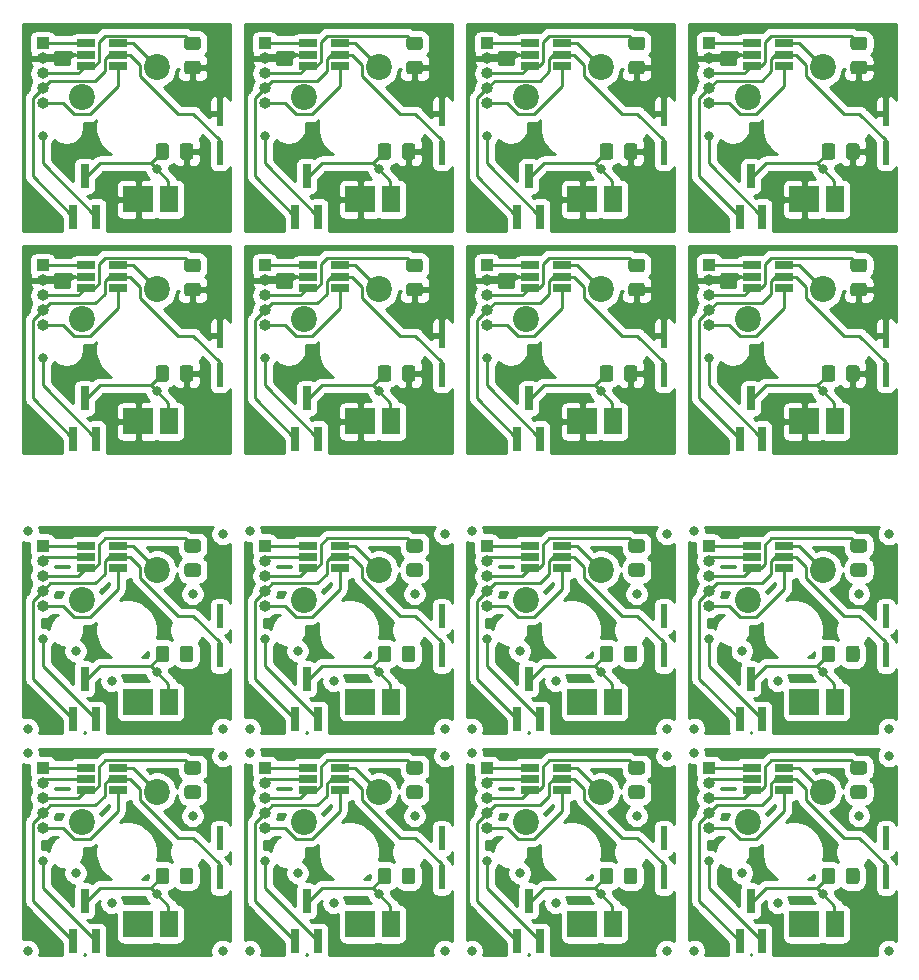
<source format=gbl>
%TF.GenerationSoftware,KiCad,Pcbnew,(5.1.6)-1*%
%TF.CreationDate,2021-05-22T18:41:59+09:00*%
%TF.ProjectId,TinyIR-Panel,54696e79-4952-42d5-9061-6e656c2e6b69,rev?*%
%TF.SameCoordinates,Original*%
%TF.FileFunction,Copper,L2,Bot*%
%TF.FilePolarity,Positive*%
%FSLAX46Y46*%
G04 Gerber Fmt 4.6, Leading zero omitted, Abs format (unit mm)*
G04 Created by KiCad (PCBNEW (5.1.6)-1) date 2021-05-22 18:41:59*
%MOMM*%
%LPD*%
G01*
G04 APERTURE LIST*
%TA.AperFunction,ComponentPad*%
%ADD10C,2.200000*%
%TD*%
%TA.AperFunction,ComponentPad*%
%ADD11O,1.000000X1.000000*%
%TD*%
%TA.AperFunction,ComponentPad*%
%ADD12R,1.000000X1.000000*%
%TD*%
%TA.AperFunction,SMDPad,CuDef*%
%ADD13R,1.550000X2.200000*%
%TD*%
%TA.AperFunction,SMDPad,CuDef*%
%ADD14R,2.500000X2.200000*%
%TD*%
%TA.AperFunction,SMDPad,CuDef*%
%ADD15R,0.650000X2.000000*%
%TD*%
%TA.AperFunction,SMDPad,CuDef*%
%ADD16R,0.500000X2.000000*%
%TD*%
%TA.AperFunction,SMDPad,CuDef*%
%ADD17R,1.560000X0.650000*%
%TD*%
%TA.AperFunction,ViaPad*%
%ADD18C,0.800000*%
%TD*%
%TA.AperFunction,Conductor*%
%ADD19C,0.250000*%
%TD*%
%TA.AperFunction,Conductor*%
%ADD20C,0.254000*%
%TD*%
%TA.AperFunction,NonConductor*%
%ADD21C,0.254000*%
%TD*%
G04 APERTURE END LIST*
D10*
%TO.P,SW1,2*%
%TO.N,N/C*%
X146443000Y-109220000D03*
%TO.P,SW1,1*%
X152793000Y-106680000D03*
%TD*%
D11*
%TO.P,J1,5*%
%TO.N,N/C*%
X124341000Y-109728000D03*
%TO.P,J1,4*%
X124341000Y-108458000D03*
%TO.P,J1,3*%
X124341000Y-107188000D03*
%TO.P,J1,2*%
X124341000Y-105918000D03*
D12*
%TO.P,J1,1*%
X124341000Y-104648000D03*
%TD*%
D10*
%TO.P,SW1,2*%
%TO.N,N/C*%
X146443000Y-128020000D03*
%TO.P,SW1,1*%
X152793000Y-125480000D03*
%TD*%
D11*
%TO.P,J1,5*%
%TO.N,N/C*%
X105541000Y-109728000D03*
%TO.P,J1,4*%
X105541000Y-108458000D03*
%TO.P,J1,3*%
X105541000Y-107188000D03*
%TO.P,J1,2*%
X105541000Y-105918000D03*
D12*
%TO.P,J1,1*%
X105541000Y-104648000D03*
%TD*%
D10*
%TO.P,SW1,2*%
%TO.N,N/C*%
X90043000Y-128020000D03*
%TO.P,SW1,1*%
X96393000Y-125480000D03*
%TD*%
%TO.P,SW1,2*%
%TO.N,N/C*%
X108843000Y-128020000D03*
%TO.P,SW1,1*%
X115193000Y-125480000D03*
%TD*%
%TO.P,SW1,2*%
%TO.N,N/C*%
X127643000Y-128020000D03*
%TO.P,SW1,1*%
X133993000Y-125480000D03*
%TD*%
%TO.P,SW1,2*%
%TO.N,N/C*%
X108843000Y-109220000D03*
%TO.P,SW1,1*%
X115193000Y-106680000D03*
%TD*%
%TO.P,SW1,2*%
%TO.N,N/C*%
X127643000Y-109220000D03*
%TO.P,SW1,1*%
X133993000Y-106680000D03*
%TD*%
D11*
%TO.P,J1,5*%
%TO.N,N/C*%
X143141000Y-109728000D03*
%TO.P,J1,4*%
X143141000Y-108458000D03*
%TO.P,J1,3*%
X143141000Y-107188000D03*
%TO.P,J1,2*%
X143141000Y-105918000D03*
D12*
%TO.P,J1,1*%
X143141000Y-104648000D03*
%TD*%
%TO.P,R2,2*%
%TO.N,N/C*%
%TA.AperFunction,SMDPad,CuDef*%
G36*
G01*
X98358000Y-133042001D02*
X98358000Y-132141999D01*
G75*
G02*
X98607999Y-131892000I249999J0D01*
G01*
X99258001Y-131892000D01*
G75*
G02*
X99508000Y-132141999I0J-249999D01*
G01*
X99508000Y-133042001D01*
G75*
G02*
X99258001Y-133292000I-249999J0D01*
G01*
X98607999Y-133292000D01*
G75*
G02*
X98358000Y-133042001I0J249999D01*
G01*
G37*
%TD.AperFunction*%
%TO.P,R2,1*%
%TA.AperFunction,SMDPad,CuDef*%
G36*
G01*
X96308000Y-133042001D02*
X96308000Y-132141999D01*
G75*
G02*
X96557999Y-131892000I249999J0D01*
G01*
X97208001Y-131892000D01*
G75*
G02*
X97458000Y-132141999I0J-249999D01*
G01*
X97458000Y-133042001D01*
G75*
G02*
X97208001Y-133292000I-249999J0D01*
G01*
X96557999Y-133292000D01*
G75*
G02*
X96308000Y-133042001I0J249999D01*
G01*
G37*
%TD.AperFunction*%
%TD*%
%TO.P,R2,2*%
%TO.N,N/C*%
%TA.AperFunction,SMDPad,CuDef*%
G36*
G01*
X154758000Y-114242001D02*
X154758000Y-113341999D01*
G75*
G02*
X155007999Y-113092000I249999J0D01*
G01*
X155658001Y-113092000D01*
G75*
G02*
X155908000Y-113341999I0J-249999D01*
G01*
X155908000Y-114242001D01*
G75*
G02*
X155658001Y-114492000I-249999J0D01*
G01*
X155007999Y-114492000D01*
G75*
G02*
X154758000Y-114242001I0J249999D01*
G01*
G37*
%TD.AperFunction*%
%TO.P,R2,1*%
%TA.AperFunction,SMDPad,CuDef*%
G36*
G01*
X152708000Y-114242001D02*
X152708000Y-113341999D01*
G75*
G02*
X152957999Y-113092000I249999J0D01*
G01*
X153608001Y-113092000D01*
G75*
G02*
X153858000Y-113341999I0J-249999D01*
G01*
X153858000Y-114242001D01*
G75*
G02*
X153608001Y-114492000I-249999J0D01*
G01*
X152957999Y-114492000D01*
G75*
G02*
X152708000Y-114242001I0J249999D01*
G01*
G37*
%TD.AperFunction*%
%TD*%
D13*
%TO.P,D2,2*%
%TO.N,N/C*%
X116210000Y-136656000D03*
D14*
%TO.P,D2,1*%
X113635000Y-136656000D03*
%TD*%
D15*
%TO.P,Q1,3*%
%TO.N,N/C*%
X127897000Y-134692000D03*
%TO.P,Q1,2*%
X126947000Y-138112000D03*
%TO.P,Q1,1*%
X128847000Y-138112000D03*
%TD*%
%TO.P,R2,2*%
%TO.N,N/C*%
%TA.AperFunction,SMDPad,CuDef*%
G36*
G01*
X135958000Y-114242001D02*
X135958000Y-113341999D01*
G75*
G02*
X136207999Y-113092000I249999J0D01*
G01*
X136858001Y-113092000D01*
G75*
G02*
X137108000Y-113341999I0J-249999D01*
G01*
X137108000Y-114242001D01*
G75*
G02*
X136858001Y-114492000I-249999J0D01*
G01*
X136207999Y-114492000D01*
G75*
G02*
X135958000Y-114242001I0J249999D01*
G01*
G37*
%TD.AperFunction*%
%TO.P,R2,1*%
%TA.AperFunction,SMDPad,CuDef*%
G36*
G01*
X133908000Y-114242001D02*
X133908000Y-113341999D01*
G75*
G02*
X134157999Y-113092000I249999J0D01*
G01*
X134808001Y-113092000D01*
G75*
G02*
X135058000Y-113341999I0J-249999D01*
G01*
X135058000Y-114242001D01*
G75*
G02*
X134808001Y-114492000I-249999J0D01*
G01*
X134157999Y-114492000D01*
G75*
G02*
X133908000Y-114242001I0J249999D01*
G01*
G37*
%TD.AperFunction*%
%TD*%
%TO.P,R2,2*%
%TO.N,N/C*%
%TA.AperFunction,SMDPad,CuDef*%
G36*
G01*
X117158000Y-133042001D02*
X117158000Y-132141999D01*
G75*
G02*
X117407999Y-131892000I249999J0D01*
G01*
X118058001Y-131892000D01*
G75*
G02*
X118308000Y-132141999I0J-249999D01*
G01*
X118308000Y-133042001D01*
G75*
G02*
X118058001Y-133292000I-249999J0D01*
G01*
X117407999Y-133292000D01*
G75*
G02*
X117158000Y-133042001I0J249999D01*
G01*
G37*
%TD.AperFunction*%
%TO.P,R2,1*%
%TA.AperFunction,SMDPad,CuDef*%
G36*
G01*
X115108000Y-133042001D02*
X115108000Y-132141999D01*
G75*
G02*
X115357999Y-131892000I249999J0D01*
G01*
X116008001Y-131892000D01*
G75*
G02*
X116258000Y-132141999I0J-249999D01*
G01*
X116258000Y-133042001D01*
G75*
G02*
X116008001Y-133292000I-249999J0D01*
G01*
X115357999Y-133292000D01*
G75*
G02*
X115108000Y-133042001I0J249999D01*
G01*
G37*
%TD.AperFunction*%
%TD*%
D13*
%TO.P,D2,2*%
%TO.N,N/C*%
X97410000Y-136656000D03*
D14*
%TO.P,D2,1*%
X94835000Y-136656000D03*
%TD*%
D13*
%TO.P,D2,2*%
%TO.N,N/C*%
X153810000Y-117856000D03*
D14*
%TO.P,D2,1*%
X151235000Y-117856000D03*
%TD*%
D13*
%TO.P,D2,2*%
%TO.N,N/C*%
X116210000Y-117856000D03*
D14*
%TO.P,D2,1*%
X113635000Y-117856000D03*
%TD*%
%TO.P,R2,2*%
%TO.N,N/C*%
%TA.AperFunction,SMDPad,CuDef*%
G36*
G01*
X135958000Y-133042001D02*
X135958000Y-132141999D01*
G75*
G02*
X136207999Y-131892000I249999J0D01*
G01*
X136858001Y-131892000D01*
G75*
G02*
X137108000Y-132141999I0J-249999D01*
G01*
X137108000Y-133042001D01*
G75*
G02*
X136858001Y-133292000I-249999J0D01*
G01*
X136207999Y-133292000D01*
G75*
G02*
X135958000Y-133042001I0J249999D01*
G01*
G37*
%TD.AperFunction*%
%TO.P,R2,1*%
%TA.AperFunction,SMDPad,CuDef*%
G36*
G01*
X133908000Y-133042001D02*
X133908000Y-132141999D01*
G75*
G02*
X134157999Y-131892000I249999J0D01*
G01*
X134808001Y-131892000D01*
G75*
G02*
X135058000Y-132141999I0J-249999D01*
G01*
X135058000Y-133042001D01*
G75*
G02*
X134808001Y-133292000I-249999J0D01*
G01*
X134157999Y-133292000D01*
G75*
G02*
X133908000Y-133042001I0J249999D01*
G01*
G37*
%TD.AperFunction*%
%TD*%
D13*
%TO.P,D2,2*%
%TO.N,N/C*%
X153810000Y-136656000D03*
D14*
%TO.P,D2,1*%
X151235000Y-136656000D03*
%TD*%
%TO.P,R2,2*%
%TO.N,N/C*%
%TA.AperFunction,SMDPad,CuDef*%
G36*
G01*
X154758000Y-133042001D02*
X154758000Y-132141999D01*
G75*
G02*
X155007999Y-131892000I249999J0D01*
G01*
X155658001Y-131892000D01*
G75*
G02*
X155908000Y-132141999I0J-249999D01*
G01*
X155908000Y-133042001D01*
G75*
G02*
X155658001Y-133292000I-249999J0D01*
G01*
X155007999Y-133292000D01*
G75*
G02*
X154758000Y-133042001I0J249999D01*
G01*
G37*
%TD.AperFunction*%
%TO.P,R2,1*%
%TA.AperFunction,SMDPad,CuDef*%
G36*
G01*
X152708000Y-133042001D02*
X152708000Y-132141999D01*
G75*
G02*
X152957999Y-131892000I249999J0D01*
G01*
X153608001Y-131892000D01*
G75*
G02*
X153858000Y-132141999I0J-249999D01*
G01*
X153858000Y-133042001D01*
G75*
G02*
X153608001Y-133292000I-249999J0D01*
G01*
X152957999Y-133292000D01*
G75*
G02*
X152708000Y-133042001I0J249999D01*
G01*
G37*
%TD.AperFunction*%
%TD*%
%TO.P,R2,2*%
%TO.N,N/C*%
%TA.AperFunction,SMDPad,CuDef*%
G36*
G01*
X117158000Y-114242001D02*
X117158000Y-113341999D01*
G75*
G02*
X117407999Y-113092000I249999J0D01*
G01*
X118058001Y-113092000D01*
G75*
G02*
X118308000Y-113341999I0J-249999D01*
G01*
X118308000Y-114242001D01*
G75*
G02*
X118058001Y-114492000I-249999J0D01*
G01*
X117407999Y-114492000D01*
G75*
G02*
X117158000Y-114242001I0J249999D01*
G01*
G37*
%TD.AperFunction*%
%TO.P,R2,1*%
%TA.AperFunction,SMDPad,CuDef*%
G36*
G01*
X115108000Y-114242001D02*
X115108000Y-113341999D01*
G75*
G02*
X115357999Y-113092000I249999J0D01*
G01*
X116008001Y-113092000D01*
G75*
G02*
X116258000Y-113341999I0J-249999D01*
G01*
X116258000Y-114242001D01*
G75*
G02*
X116008001Y-114492000I-249999J0D01*
G01*
X115357999Y-114492000D01*
G75*
G02*
X115108000Y-114242001I0J249999D01*
G01*
G37*
%TD.AperFunction*%
%TD*%
D15*
%TO.P,Q1,3*%
%TO.N,N/C*%
X146697000Y-134692000D03*
%TO.P,Q1,2*%
X145747000Y-138112000D03*
%TO.P,Q1,1*%
X147647000Y-138112000D03*
%TD*%
D13*
%TO.P,D2,2*%
%TO.N,N/C*%
X135010000Y-136656000D03*
D14*
%TO.P,D2,1*%
X132435000Y-136656000D03*
%TD*%
D13*
%TO.P,D2,2*%
%TO.N,N/C*%
X135010000Y-117856000D03*
D14*
%TO.P,D2,1*%
X132435000Y-117856000D03*
%TD*%
%TO.P,D2,1*%
%TO.N,N/C*%
X94835000Y-117856000D03*
D13*
%TO.P,D2,2*%
X97410000Y-117856000D03*
%TD*%
%TO.P,R2,1*%
%TO.N,N/C*%
%TA.AperFunction,SMDPad,CuDef*%
G36*
G01*
X96308000Y-114242001D02*
X96308000Y-113341999D01*
G75*
G02*
X96557999Y-113092000I249999J0D01*
G01*
X97208001Y-113092000D01*
G75*
G02*
X97458000Y-113341999I0J-249999D01*
G01*
X97458000Y-114242001D01*
G75*
G02*
X97208001Y-114492000I-249999J0D01*
G01*
X96557999Y-114492000D01*
G75*
G02*
X96308000Y-114242001I0J249999D01*
G01*
G37*
%TD.AperFunction*%
%TO.P,R2,2*%
%TA.AperFunction,SMDPad,CuDef*%
G36*
G01*
X98358000Y-114242001D02*
X98358000Y-113341999D01*
G75*
G02*
X98607999Y-113092000I249999J0D01*
G01*
X99258001Y-113092000D01*
G75*
G02*
X99508000Y-113341999I0J-249999D01*
G01*
X99508000Y-114242001D01*
G75*
G02*
X99258001Y-114492000I-249999J0D01*
G01*
X98607999Y-114492000D01*
G75*
G02*
X98358000Y-114242001I0J249999D01*
G01*
G37*
%TD.AperFunction*%
%TD*%
D15*
%TO.P,Q1,1*%
%TO.N,N/C*%
X91247000Y-119312000D03*
%TO.P,Q1,2*%
X89347000Y-119312000D03*
%TO.P,Q1,3*%
X90297000Y-115892000D03*
%TD*%
D16*
%TO.P,BT1,1*%
%TO.N,N/C*%
X101727000Y-113918000D03*
%TO.P,BT1,2*%
X101727000Y-110618000D03*
%TD*%
D12*
%TO.P,J1,1*%
%TO.N,N/C*%
X86741000Y-104648000D03*
D11*
%TO.P,J1,2*%
X86741000Y-105918000D03*
%TO.P,J1,3*%
X86741000Y-107188000D03*
%TO.P,J1,4*%
X86741000Y-108458000D03*
%TO.P,J1,5*%
X86741000Y-109728000D03*
%TD*%
D10*
%TO.P,SW1,1*%
%TO.N,N/C*%
X96393000Y-106680000D03*
%TO.P,SW1,2*%
X90043000Y-109220000D03*
%TD*%
D17*
%TO.P,U1,1*%
%TO.N,N/C*%
X90391000Y-106548000D03*
%TO.P,U1,2*%
X90391000Y-105598000D03*
%TO.P,U1,3*%
X90391000Y-104648000D03*
%TO.P,U1,4*%
X93091000Y-104648000D03*
%TO.P,U1,6*%
X93091000Y-106548000D03*
%TO.P,U1,5*%
X93091000Y-105598000D03*
%TD*%
%TO.P,R1,1*%
%TO.N,N/C*%
%TA.AperFunction,SMDPad,CuDef*%
G36*
G01*
X98990999Y-104064000D02*
X99891001Y-104064000D01*
G75*
G02*
X100141000Y-104313999I0J-249999D01*
G01*
X100141000Y-104964001D01*
G75*
G02*
X99891001Y-105214000I-249999J0D01*
G01*
X98990999Y-105214000D01*
G75*
G02*
X98741000Y-104964001I0J249999D01*
G01*
X98741000Y-104313999D01*
G75*
G02*
X98990999Y-104064000I249999J0D01*
G01*
G37*
%TD.AperFunction*%
%TO.P,R1,2*%
%TA.AperFunction,SMDPad,CuDef*%
G36*
G01*
X98990999Y-106114000D02*
X99891001Y-106114000D01*
G75*
G02*
X100141000Y-106363999I0J-249999D01*
G01*
X100141000Y-107014001D01*
G75*
G02*
X99891001Y-107264000I-249999J0D01*
G01*
X98990999Y-107264000D01*
G75*
G02*
X98741000Y-107014001I0J249999D01*
G01*
X98741000Y-106363999D01*
G75*
G02*
X98990999Y-106114000I249999J0D01*
G01*
G37*
%TD.AperFunction*%
%TD*%
%TO.P,U1,5*%
%TO.N,N/C*%
X149491000Y-105598000D03*
%TO.P,U1,6*%
X149491000Y-106548000D03*
%TO.P,U1,4*%
X149491000Y-104648000D03*
%TO.P,U1,3*%
X146791000Y-104648000D03*
%TO.P,U1,2*%
X146791000Y-105598000D03*
%TO.P,U1,1*%
X146791000Y-106548000D03*
%TD*%
%TO.P,R1,2*%
%TO.N,N/C*%
%TA.AperFunction,SMDPad,CuDef*%
G36*
G01*
X117790999Y-106114000D02*
X118691001Y-106114000D01*
G75*
G02*
X118941000Y-106363999I0J-249999D01*
G01*
X118941000Y-107014001D01*
G75*
G02*
X118691001Y-107264000I-249999J0D01*
G01*
X117790999Y-107264000D01*
G75*
G02*
X117541000Y-107014001I0J249999D01*
G01*
X117541000Y-106363999D01*
G75*
G02*
X117790999Y-106114000I249999J0D01*
G01*
G37*
%TD.AperFunction*%
%TO.P,R1,1*%
%TA.AperFunction,SMDPad,CuDef*%
G36*
G01*
X117790999Y-104064000D02*
X118691001Y-104064000D01*
G75*
G02*
X118941000Y-104313999I0J-249999D01*
G01*
X118941000Y-104964001D01*
G75*
G02*
X118691001Y-105214000I-249999J0D01*
G01*
X117790999Y-105214000D01*
G75*
G02*
X117541000Y-104964001I0J249999D01*
G01*
X117541000Y-104313999D01*
G75*
G02*
X117790999Y-104064000I249999J0D01*
G01*
G37*
%TD.AperFunction*%
%TD*%
%TO.P,U1,5*%
%TO.N,N/C*%
X130691000Y-124398000D03*
%TO.P,U1,6*%
X130691000Y-125348000D03*
%TO.P,U1,4*%
X130691000Y-123448000D03*
%TO.P,U1,3*%
X127991000Y-123448000D03*
%TO.P,U1,2*%
X127991000Y-124398000D03*
%TO.P,U1,1*%
X127991000Y-125348000D03*
%TD*%
%TO.P,U1,5*%
%TO.N,N/C*%
X111891000Y-124398000D03*
%TO.P,U1,6*%
X111891000Y-125348000D03*
%TO.P,U1,4*%
X111891000Y-123448000D03*
%TO.P,U1,3*%
X109191000Y-123448000D03*
%TO.P,U1,2*%
X109191000Y-124398000D03*
%TO.P,U1,1*%
X109191000Y-125348000D03*
%TD*%
%TO.P,U1,5*%
%TO.N,N/C*%
X93091000Y-124398000D03*
%TO.P,U1,6*%
X93091000Y-125348000D03*
%TO.P,U1,4*%
X93091000Y-123448000D03*
%TO.P,U1,3*%
X90391000Y-123448000D03*
%TO.P,U1,2*%
X90391000Y-124398000D03*
%TO.P,U1,1*%
X90391000Y-125348000D03*
%TD*%
%TO.P,U1,5*%
%TO.N,N/C*%
X130691000Y-105598000D03*
%TO.P,U1,6*%
X130691000Y-106548000D03*
%TO.P,U1,4*%
X130691000Y-104648000D03*
%TO.P,U1,3*%
X127991000Y-104648000D03*
%TO.P,U1,2*%
X127991000Y-105598000D03*
%TO.P,U1,1*%
X127991000Y-106548000D03*
%TD*%
%TO.P,U1,5*%
%TO.N,N/C*%
X111891000Y-105598000D03*
%TO.P,U1,6*%
X111891000Y-106548000D03*
%TO.P,U1,4*%
X111891000Y-104648000D03*
%TO.P,U1,3*%
X109191000Y-104648000D03*
%TO.P,U1,2*%
X109191000Y-105598000D03*
%TO.P,U1,1*%
X109191000Y-106548000D03*
%TD*%
%TO.P,R1,2*%
%TO.N,N/C*%
%TA.AperFunction,SMDPad,CuDef*%
G36*
G01*
X155390999Y-106114000D02*
X156291001Y-106114000D01*
G75*
G02*
X156541000Y-106363999I0J-249999D01*
G01*
X156541000Y-107014001D01*
G75*
G02*
X156291001Y-107264000I-249999J0D01*
G01*
X155390999Y-107264000D01*
G75*
G02*
X155141000Y-107014001I0J249999D01*
G01*
X155141000Y-106363999D01*
G75*
G02*
X155390999Y-106114000I249999J0D01*
G01*
G37*
%TD.AperFunction*%
%TO.P,R1,1*%
%TA.AperFunction,SMDPad,CuDef*%
G36*
G01*
X155390999Y-104064000D02*
X156291001Y-104064000D01*
G75*
G02*
X156541000Y-104313999I0J-249999D01*
G01*
X156541000Y-104964001D01*
G75*
G02*
X156291001Y-105214000I-249999J0D01*
G01*
X155390999Y-105214000D01*
G75*
G02*
X155141000Y-104964001I0J249999D01*
G01*
X155141000Y-104313999D01*
G75*
G02*
X155390999Y-104064000I249999J0D01*
G01*
G37*
%TD.AperFunction*%
%TD*%
%TO.P,R1,2*%
%TO.N,N/C*%
%TA.AperFunction,SMDPad,CuDef*%
G36*
G01*
X155390999Y-124914000D02*
X156291001Y-124914000D01*
G75*
G02*
X156541000Y-125163999I0J-249999D01*
G01*
X156541000Y-125814001D01*
G75*
G02*
X156291001Y-126064000I-249999J0D01*
G01*
X155390999Y-126064000D01*
G75*
G02*
X155141000Y-125814001I0J249999D01*
G01*
X155141000Y-125163999D01*
G75*
G02*
X155390999Y-124914000I249999J0D01*
G01*
G37*
%TD.AperFunction*%
%TO.P,R1,1*%
%TA.AperFunction,SMDPad,CuDef*%
G36*
G01*
X155390999Y-122864000D02*
X156291001Y-122864000D01*
G75*
G02*
X156541000Y-123113999I0J-249999D01*
G01*
X156541000Y-123764001D01*
G75*
G02*
X156291001Y-124014000I-249999J0D01*
G01*
X155390999Y-124014000D01*
G75*
G02*
X155141000Y-123764001I0J249999D01*
G01*
X155141000Y-123113999D01*
G75*
G02*
X155390999Y-122864000I249999J0D01*
G01*
G37*
%TD.AperFunction*%
%TD*%
%TO.P,R1,2*%
%TO.N,N/C*%
%TA.AperFunction,SMDPad,CuDef*%
G36*
G01*
X117790999Y-124914000D02*
X118691001Y-124914000D01*
G75*
G02*
X118941000Y-125163999I0J-249999D01*
G01*
X118941000Y-125814001D01*
G75*
G02*
X118691001Y-126064000I-249999J0D01*
G01*
X117790999Y-126064000D01*
G75*
G02*
X117541000Y-125814001I0J249999D01*
G01*
X117541000Y-125163999D01*
G75*
G02*
X117790999Y-124914000I249999J0D01*
G01*
G37*
%TD.AperFunction*%
%TO.P,R1,1*%
%TA.AperFunction,SMDPad,CuDef*%
G36*
G01*
X117790999Y-122864000D02*
X118691001Y-122864000D01*
G75*
G02*
X118941000Y-123113999I0J-249999D01*
G01*
X118941000Y-123764001D01*
G75*
G02*
X118691001Y-124014000I-249999J0D01*
G01*
X117790999Y-124014000D01*
G75*
G02*
X117541000Y-123764001I0J249999D01*
G01*
X117541000Y-123113999D01*
G75*
G02*
X117790999Y-122864000I249999J0D01*
G01*
G37*
%TD.AperFunction*%
%TD*%
%TO.P,R1,2*%
%TO.N,N/C*%
%TA.AperFunction,SMDPad,CuDef*%
G36*
G01*
X98990999Y-124914000D02*
X99891001Y-124914000D01*
G75*
G02*
X100141000Y-125163999I0J-249999D01*
G01*
X100141000Y-125814001D01*
G75*
G02*
X99891001Y-126064000I-249999J0D01*
G01*
X98990999Y-126064000D01*
G75*
G02*
X98741000Y-125814001I0J249999D01*
G01*
X98741000Y-125163999D01*
G75*
G02*
X98990999Y-124914000I249999J0D01*
G01*
G37*
%TD.AperFunction*%
%TO.P,R1,1*%
%TA.AperFunction,SMDPad,CuDef*%
G36*
G01*
X98990999Y-122864000D02*
X99891001Y-122864000D01*
G75*
G02*
X100141000Y-123113999I0J-249999D01*
G01*
X100141000Y-123764001D01*
G75*
G02*
X99891001Y-124014000I-249999J0D01*
G01*
X98990999Y-124014000D01*
G75*
G02*
X98741000Y-123764001I0J249999D01*
G01*
X98741000Y-123113999D01*
G75*
G02*
X98990999Y-122864000I249999J0D01*
G01*
G37*
%TD.AperFunction*%
%TD*%
%TO.P,R1,2*%
%TO.N,N/C*%
%TA.AperFunction,SMDPad,CuDef*%
G36*
G01*
X136590999Y-106114000D02*
X137491001Y-106114000D01*
G75*
G02*
X137741000Y-106363999I0J-249999D01*
G01*
X137741000Y-107014001D01*
G75*
G02*
X137491001Y-107264000I-249999J0D01*
G01*
X136590999Y-107264000D01*
G75*
G02*
X136341000Y-107014001I0J249999D01*
G01*
X136341000Y-106363999D01*
G75*
G02*
X136590999Y-106114000I249999J0D01*
G01*
G37*
%TD.AperFunction*%
%TO.P,R1,1*%
%TA.AperFunction,SMDPad,CuDef*%
G36*
G01*
X136590999Y-104064000D02*
X137491001Y-104064000D01*
G75*
G02*
X137741000Y-104313999I0J-249999D01*
G01*
X137741000Y-104964001D01*
G75*
G02*
X137491001Y-105214000I-249999J0D01*
G01*
X136590999Y-105214000D01*
G75*
G02*
X136341000Y-104964001I0J249999D01*
G01*
X136341000Y-104313999D01*
G75*
G02*
X136590999Y-104064000I249999J0D01*
G01*
G37*
%TD.AperFunction*%
%TD*%
%TO.P,R1,2*%
%TO.N,N/C*%
%TA.AperFunction,SMDPad,CuDef*%
G36*
G01*
X136590999Y-124914000D02*
X137491001Y-124914000D01*
G75*
G02*
X137741000Y-125163999I0J-249999D01*
G01*
X137741000Y-125814001D01*
G75*
G02*
X137491001Y-126064000I-249999J0D01*
G01*
X136590999Y-126064000D01*
G75*
G02*
X136341000Y-125814001I0J249999D01*
G01*
X136341000Y-125163999D01*
G75*
G02*
X136590999Y-124914000I249999J0D01*
G01*
G37*
%TD.AperFunction*%
%TO.P,R1,1*%
%TA.AperFunction,SMDPad,CuDef*%
G36*
G01*
X136590999Y-122864000D02*
X137491001Y-122864000D01*
G75*
G02*
X137741000Y-123113999I0J-249999D01*
G01*
X137741000Y-123764001D01*
G75*
G02*
X137491001Y-124014000I-249999J0D01*
G01*
X136590999Y-124014000D01*
G75*
G02*
X136341000Y-123764001I0J249999D01*
G01*
X136341000Y-123113999D01*
G75*
G02*
X136590999Y-122864000I249999J0D01*
G01*
G37*
%TD.AperFunction*%
%TD*%
%TO.P,U1,5*%
%TO.N,N/C*%
X149491000Y-124398000D03*
%TO.P,U1,6*%
X149491000Y-125348000D03*
%TO.P,U1,4*%
X149491000Y-123448000D03*
%TO.P,U1,3*%
X146791000Y-123448000D03*
%TO.P,U1,2*%
X146791000Y-124398000D03*
%TO.P,U1,1*%
X146791000Y-125348000D03*
%TD*%
D15*
%TO.P,Q1,3*%
%TO.N,N/C*%
X109097000Y-134692000D03*
%TO.P,Q1,2*%
X108147000Y-138112000D03*
%TO.P,Q1,1*%
X110047000Y-138112000D03*
%TD*%
D16*
%TO.P,BT1,2*%
%TO.N,N/C*%
X158127000Y-129418000D03*
%TO.P,BT1,1*%
X158127000Y-132718000D03*
%TD*%
%TO.P,BT1,2*%
%TO.N,N/C*%
X158127000Y-110618000D03*
%TO.P,BT1,1*%
X158127000Y-113918000D03*
%TD*%
D11*
%TO.P,J1,5*%
%TO.N,N/C*%
X143141000Y-128528000D03*
%TO.P,J1,4*%
X143141000Y-127258000D03*
%TO.P,J1,3*%
X143141000Y-125988000D03*
%TO.P,J1,2*%
X143141000Y-124718000D03*
D12*
%TO.P,J1,1*%
X143141000Y-123448000D03*
%TD*%
D11*
%TO.P,J1,5*%
%TO.N,N/C*%
X105541000Y-128528000D03*
%TO.P,J1,4*%
X105541000Y-127258000D03*
%TO.P,J1,3*%
X105541000Y-125988000D03*
%TO.P,J1,2*%
X105541000Y-124718000D03*
D12*
%TO.P,J1,1*%
X105541000Y-123448000D03*
%TD*%
D16*
%TO.P,BT1,2*%
%TO.N,N/C*%
X120527000Y-129418000D03*
%TO.P,BT1,1*%
X120527000Y-132718000D03*
%TD*%
D15*
%TO.P,Q1,3*%
%TO.N,N/C*%
X90297000Y-134692000D03*
%TO.P,Q1,2*%
X89347000Y-138112000D03*
%TO.P,Q1,1*%
X91247000Y-138112000D03*
%TD*%
%TO.P,Q1,3*%
%TO.N,N/C*%
X146697000Y-115892000D03*
%TO.P,Q1,2*%
X145747000Y-119312000D03*
%TO.P,Q1,1*%
X147647000Y-119312000D03*
%TD*%
%TO.P,Q1,3*%
%TO.N,N/C*%
X127897000Y-115892000D03*
%TO.P,Q1,2*%
X126947000Y-119312000D03*
%TO.P,Q1,1*%
X128847000Y-119312000D03*
%TD*%
D16*
%TO.P,BT1,2*%
%TO.N,N/C*%
X139327000Y-129418000D03*
%TO.P,BT1,1*%
X139327000Y-132718000D03*
%TD*%
D11*
%TO.P,J1,5*%
%TO.N,N/C*%
X124341000Y-128528000D03*
%TO.P,J1,4*%
X124341000Y-127258000D03*
%TO.P,J1,3*%
X124341000Y-125988000D03*
%TO.P,J1,2*%
X124341000Y-124718000D03*
D12*
%TO.P,J1,1*%
X124341000Y-123448000D03*
%TD*%
D16*
%TO.P,BT1,2*%
%TO.N,N/C*%
X101727000Y-129418000D03*
%TO.P,BT1,1*%
X101727000Y-132718000D03*
%TD*%
D11*
%TO.P,J1,5*%
%TO.N,N/C*%
X86741000Y-128528000D03*
%TO.P,J1,4*%
X86741000Y-127258000D03*
%TO.P,J1,3*%
X86741000Y-125988000D03*
%TO.P,J1,2*%
X86741000Y-124718000D03*
D12*
%TO.P,J1,1*%
X86741000Y-123448000D03*
%TD*%
D15*
%TO.P,Q1,3*%
%TO.N,N/C*%
X109097000Y-115892000D03*
%TO.P,Q1,2*%
X108147000Y-119312000D03*
%TO.P,Q1,1*%
X110047000Y-119312000D03*
%TD*%
D16*
%TO.P,BT1,2*%
%TO.N,N/C*%
X139327000Y-110618000D03*
%TO.P,BT1,1*%
X139327000Y-113918000D03*
%TD*%
%TO.P,BT1,2*%
%TO.N,N/C*%
X120527000Y-110618000D03*
%TO.P,BT1,1*%
X120527000Y-113918000D03*
%TD*%
D14*
%TO.P,D2,1*%
%TO.N,GND*%
X151235000Y-94111000D03*
D13*
%TO.P,D2,2*%
%TO.N,Net-(D1-Pad2)*%
X153810000Y-94111000D03*
%TD*%
D14*
%TO.P,D2,1*%
%TO.N,GND*%
X132435000Y-94111000D03*
D13*
%TO.P,D2,2*%
%TO.N,Net-(D1-Pad2)*%
X135010000Y-94111000D03*
%TD*%
D14*
%TO.P,D2,1*%
%TO.N,GND*%
X113635000Y-94111000D03*
D13*
%TO.P,D2,2*%
%TO.N,Net-(D1-Pad2)*%
X116210000Y-94111000D03*
%TD*%
D14*
%TO.P,D2,1*%
%TO.N,GND*%
X94835000Y-94111000D03*
D13*
%TO.P,D2,2*%
%TO.N,Net-(D1-Pad2)*%
X97410000Y-94111000D03*
%TD*%
D14*
%TO.P,D2,1*%
%TO.N,GND*%
X151235000Y-75311000D03*
D13*
%TO.P,D2,2*%
%TO.N,Net-(D1-Pad2)*%
X153810000Y-75311000D03*
%TD*%
D14*
%TO.P,D2,1*%
%TO.N,GND*%
X132435000Y-75311000D03*
D13*
%TO.P,D2,2*%
%TO.N,Net-(D1-Pad2)*%
X135010000Y-75311000D03*
%TD*%
D14*
%TO.P,D2,1*%
%TO.N,GND*%
X113635000Y-75311000D03*
D13*
%TO.P,D2,2*%
%TO.N,Net-(D1-Pad2)*%
X116210000Y-75311000D03*
%TD*%
%TO.P,R2,1*%
%TO.N,Net-(D1-Pad2)*%
%TA.AperFunction,SMDPad,CuDef*%
G36*
G01*
X152708000Y-90497001D02*
X152708000Y-89596999D01*
G75*
G02*
X152957999Y-89347000I249999J0D01*
G01*
X153608001Y-89347000D01*
G75*
G02*
X153858000Y-89596999I0J-249999D01*
G01*
X153858000Y-90497001D01*
G75*
G02*
X153608001Y-90747000I-249999J0D01*
G01*
X152957999Y-90747000D01*
G75*
G02*
X152708000Y-90497001I0J249999D01*
G01*
G37*
%TD.AperFunction*%
%TO.P,R2,2*%
%TO.N,GND*%
%TA.AperFunction,SMDPad,CuDef*%
G36*
G01*
X154758000Y-90497001D02*
X154758000Y-89596999D01*
G75*
G02*
X155007999Y-89347000I249999J0D01*
G01*
X155658001Y-89347000D01*
G75*
G02*
X155908000Y-89596999I0J-249999D01*
G01*
X155908000Y-90497001D01*
G75*
G02*
X155658001Y-90747000I-249999J0D01*
G01*
X155007999Y-90747000D01*
G75*
G02*
X154758000Y-90497001I0J249999D01*
G01*
G37*
%TD.AperFunction*%
%TD*%
%TO.P,R2,1*%
%TO.N,Net-(D1-Pad2)*%
%TA.AperFunction,SMDPad,CuDef*%
G36*
G01*
X133908000Y-90497001D02*
X133908000Y-89596999D01*
G75*
G02*
X134157999Y-89347000I249999J0D01*
G01*
X134808001Y-89347000D01*
G75*
G02*
X135058000Y-89596999I0J-249999D01*
G01*
X135058000Y-90497001D01*
G75*
G02*
X134808001Y-90747000I-249999J0D01*
G01*
X134157999Y-90747000D01*
G75*
G02*
X133908000Y-90497001I0J249999D01*
G01*
G37*
%TD.AperFunction*%
%TO.P,R2,2*%
%TO.N,GND*%
%TA.AperFunction,SMDPad,CuDef*%
G36*
G01*
X135958000Y-90497001D02*
X135958000Y-89596999D01*
G75*
G02*
X136207999Y-89347000I249999J0D01*
G01*
X136858001Y-89347000D01*
G75*
G02*
X137108000Y-89596999I0J-249999D01*
G01*
X137108000Y-90497001D01*
G75*
G02*
X136858001Y-90747000I-249999J0D01*
G01*
X136207999Y-90747000D01*
G75*
G02*
X135958000Y-90497001I0J249999D01*
G01*
G37*
%TD.AperFunction*%
%TD*%
%TO.P,R2,1*%
%TO.N,Net-(D1-Pad2)*%
%TA.AperFunction,SMDPad,CuDef*%
G36*
G01*
X115108000Y-90497001D02*
X115108000Y-89596999D01*
G75*
G02*
X115357999Y-89347000I249999J0D01*
G01*
X116008001Y-89347000D01*
G75*
G02*
X116258000Y-89596999I0J-249999D01*
G01*
X116258000Y-90497001D01*
G75*
G02*
X116008001Y-90747000I-249999J0D01*
G01*
X115357999Y-90747000D01*
G75*
G02*
X115108000Y-90497001I0J249999D01*
G01*
G37*
%TD.AperFunction*%
%TO.P,R2,2*%
%TO.N,GND*%
%TA.AperFunction,SMDPad,CuDef*%
G36*
G01*
X117158000Y-90497001D02*
X117158000Y-89596999D01*
G75*
G02*
X117407999Y-89347000I249999J0D01*
G01*
X118058001Y-89347000D01*
G75*
G02*
X118308000Y-89596999I0J-249999D01*
G01*
X118308000Y-90497001D01*
G75*
G02*
X118058001Y-90747000I-249999J0D01*
G01*
X117407999Y-90747000D01*
G75*
G02*
X117158000Y-90497001I0J249999D01*
G01*
G37*
%TD.AperFunction*%
%TD*%
%TO.P,R2,1*%
%TO.N,Net-(D1-Pad2)*%
%TA.AperFunction,SMDPad,CuDef*%
G36*
G01*
X96308000Y-90497001D02*
X96308000Y-89596999D01*
G75*
G02*
X96557999Y-89347000I249999J0D01*
G01*
X97208001Y-89347000D01*
G75*
G02*
X97458000Y-89596999I0J-249999D01*
G01*
X97458000Y-90497001D01*
G75*
G02*
X97208001Y-90747000I-249999J0D01*
G01*
X96557999Y-90747000D01*
G75*
G02*
X96308000Y-90497001I0J249999D01*
G01*
G37*
%TD.AperFunction*%
%TO.P,R2,2*%
%TO.N,GND*%
%TA.AperFunction,SMDPad,CuDef*%
G36*
G01*
X98358000Y-90497001D02*
X98358000Y-89596999D01*
G75*
G02*
X98607999Y-89347000I249999J0D01*
G01*
X99258001Y-89347000D01*
G75*
G02*
X99508000Y-89596999I0J-249999D01*
G01*
X99508000Y-90497001D01*
G75*
G02*
X99258001Y-90747000I-249999J0D01*
G01*
X98607999Y-90747000D01*
G75*
G02*
X98358000Y-90497001I0J249999D01*
G01*
G37*
%TD.AperFunction*%
%TD*%
%TO.P,R2,1*%
%TO.N,Net-(D1-Pad2)*%
%TA.AperFunction,SMDPad,CuDef*%
G36*
G01*
X152708000Y-71697001D02*
X152708000Y-70796999D01*
G75*
G02*
X152957999Y-70547000I249999J0D01*
G01*
X153608001Y-70547000D01*
G75*
G02*
X153858000Y-70796999I0J-249999D01*
G01*
X153858000Y-71697001D01*
G75*
G02*
X153608001Y-71947000I-249999J0D01*
G01*
X152957999Y-71947000D01*
G75*
G02*
X152708000Y-71697001I0J249999D01*
G01*
G37*
%TD.AperFunction*%
%TO.P,R2,2*%
%TO.N,GND*%
%TA.AperFunction,SMDPad,CuDef*%
G36*
G01*
X154758000Y-71697001D02*
X154758000Y-70796999D01*
G75*
G02*
X155007999Y-70547000I249999J0D01*
G01*
X155658001Y-70547000D01*
G75*
G02*
X155908000Y-70796999I0J-249999D01*
G01*
X155908000Y-71697001D01*
G75*
G02*
X155658001Y-71947000I-249999J0D01*
G01*
X155007999Y-71947000D01*
G75*
G02*
X154758000Y-71697001I0J249999D01*
G01*
G37*
%TD.AperFunction*%
%TD*%
%TO.P,R2,1*%
%TO.N,Net-(D1-Pad2)*%
%TA.AperFunction,SMDPad,CuDef*%
G36*
G01*
X133908000Y-71697001D02*
X133908000Y-70796999D01*
G75*
G02*
X134157999Y-70547000I249999J0D01*
G01*
X134808001Y-70547000D01*
G75*
G02*
X135058000Y-70796999I0J-249999D01*
G01*
X135058000Y-71697001D01*
G75*
G02*
X134808001Y-71947000I-249999J0D01*
G01*
X134157999Y-71947000D01*
G75*
G02*
X133908000Y-71697001I0J249999D01*
G01*
G37*
%TD.AperFunction*%
%TO.P,R2,2*%
%TO.N,GND*%
%TA.AperFunction,SMDPad,CuDef*%
G36*
G01*
X135958000Y-71697001D02*
X135958000Y-70796999D01*
G75*
G02*
X136207999Y-70547000I249999J0D01*
G01*
X136858001Y-70547000D01*
G75*
G02*
X137108000Y-70796999I0J-249999D01*
G01*
X137108000Y-71697001D01*
G75*
G02*
X136858001Y-71947000I-249999J0D01*
G01*
X136207999Y-71947000D01*
G75*
G02*
X135958000Y-71697001I0J249999D01*
G01*
G37*
%TD.AperFunction*%
%TD*%
%TO.P,R2,1*%
%TO.N,Net-(D1-Pad2)*%
%TA.AperFunction,SMDPad,CuDef*%
G36*
G01*
X115108000Y-71697001D02*
X115108000Y-70796999D01*
G75*
G02*
X115357999Y-70547000I249999J0D01*
G01*
X116008001Y-70547000D01*
G75*
G02*
X116258000Y-70796999I0J-249999D01*
G01*
X116258000Y-71697001D01*
G75*
G02*
X116008001Y-71947000I-249999J0D01*
G01*
X115357999Y-71947000D01*
G75*
G02*
X115108000Y-71697001I0J249999D01*
G01*
G37*
%TD.AperFunction*%
%TO.P,R2,2*%
%TO.N,GND*%
%TA.AperFunction,SMDPad,CuDef*%
G36*
G01*
X117158000Y-71697001D02*
X117158000Y-70796999D01*
G75*
G02*
X117407999Y-70547000I249999J0D01*
G01*
X118058001Y-70547000D01*
G75*
G02*
X118308000Y-70796999I0J-249999D01*
G01*
X118308000Y-71697001D01*
G75*
G02*
X118058001Y-71947000I-249999J0D01*
G01*
X117407999Y-71947000D01*
G75*
G02*
X117158000Y-71697001I0J249999D01*
G01*
G37*
%TD.AperFunction*%
%TD*%
D15*
%TO.P,Q1,1*%
%TO.N,/PB0*%
X147647000Y-95567000D03*
%TO.P,Q1,2*%
%TO.N,Net-(BT1-Pad1)*%
X145747000Y-95567000D03*
%TO.P,Q1,3*%
%TO.N,Net-(D1-Pad2)*%
X146697000Y-92147000D03*
%TD*%
%TO.P,Q1,1*%
%TO.N,/PB0*%
X128847000Y-95567000D03*
%TO.P,Q1,2*%
%TO.N,Net-(BT1-Pad1)*%
X126947000Y-95567000D03*
%TO.P,Q1,3*%
%TO.N,Net-(D1-Pad2)*%
X127897000Y-92147000D03*
%TD*%
%TO.P,Q1,1*%
%TO.N,/PB0*%
X110047000Y-95567000D03*
%TO.P,Q1,2*%
%TO.N,Net-(BT1-Pad1)*%
X108147000Y-95567000D03*
%TO.P,Q1,3*%
%TO.N,Net-(D1-Pad2)*%
X109097000Y-92147000D03*
%TD*%
%TO.P,Q1,1*%
%TO.N,/PB0*%
X91247000Y-95567000D03*
%TO.P,Q1,2*%
%TO.N,Net-(BT1-Pad1)*%
X89347000Y-95567000D03*
%TO.P,Q1,3*%
%TO.N,Net-(D1-Pad2)*%
X90297000Y-92147000D03*
%TD*%
%TO.P,Q1,1*%
%TO.N,/PB0*%
X147647000Y-76767000D03*
%TO.P,Q1,2*%
%TO.N,Net-(BT1-Pad1)*%
X145747000Y-76767000D03*
%TO.P,Q1,3*%
%TO.N,Net-(D1-Pad2)*%
X146697000Y-73347000D03*
%TD*%
%TO.P,Q1,1*%
%TO.N,/PB0*%
X128847000Y-76767000D03*
%TO.P,Q1,2*%
%TO.N,Net-(BT1-Pad1)*%
X126947000Y-76767000D03*
%TO.P,Q1,3*%
%TO.N,Net-(D1-Pad2)*%
X127897000Y-73347000D03*
%TD*%
%TO.P,Q1,1*%
%TO.N,/PB0*%
X110047000Y-76767000D03*
%TO.P,Q1,2*%
%TO.N,Net-(BT1-Pad1)*%
X108147000Y-76767000D03*
%TO.P,Q1,3*%
%TO.N,Net-(D1-Pad2)*%
X109097000Y-73347000D03*
%TD*%
D16*
%TO.P,BT1,1*%
%TO.N,Net-(BT1-Pad1)*%
X158127000Y-90173000D03*
%TO.P,BT1,2*%
%TO.N,GND*%
X158127000Y-86873000D03*
%TD*%
%TO.P,BT1,1*%
%TO.N,Net-(BT1-Pad1)*%
X139327000Y-90173000D03*
%TO.P,BT1,2*%
%TO.N,GND*%
X139327000Y-86873000D03*
%TD*%
%TO.P,BT1,1*%
%TO.N,Net-(BT1-Pad1)*%
X120527000Y-90173000D03*
%TO.P,BT1,2*%
%TO.N,GND*%
X120527000Y-86873000D03*
%TD*%
%TO.P,BT1,1*%
%TO.N,Net-(BT1-Pad1)*%
X101727000Y-90173000D03*
%TO.P,BT1,2*%
%TO.N,GND*%
X101727000Y-86873000D03*
%TD*%
%TO.P,BT1,1*%
%TO.N,Net-(BT1-Pad1)*%
X158127000Y-71373000D03*
%TO.P,BT1,2*%
%TO.N,GND*%
X158127000Y-68073000D03*
%TD*%
%TO.P,BT1,1*%
%TO.N,Net-(BT1-Pad1)*%
X139327000Y-71373000D03*
%TO.P,BT1,2*%
%TO.N,GND*%
X139327000Y-68073000D03*
%TD*%
%TO.P,BT1,1*%
%TO.N,Net-(BT1-Pad1)*%
X120527000Y-71373000D03*
%TO.P,BT1,2*%
%TO.N,GND*%
X120527000Y-68073000D03*
%TD*%
D12*
%TO.P,J1,1*%
%TO.N,Net-(J1-Pad1)*%
X143141000Y-80903000D03*
D11*
%TO.P,J1,2*%
%TO.N,GND*%
X143141000Y-82173000D03*
%TO.P,J1,3*%
%TO.N,/PB0*%
X143141000Y-83443000D03*
%TO.P,J1,4*%
%TO.N,Net-(BT1-Pad1)*%
X143141000Y-84713000D03*
%TO.P,J1,5*%
%TO.N,Net-(J1-Pad5)*%
X143141000Y-85983000D03*
%TD*%
D12*
%TO.P,J1,1*%
%TO.N,Net-(J1-Pad1)*%
X124341000Y-80903000D03*
D11*
%TO.P,J1,2*%
%TO.N,GND*%
X124341000Y-82173000D03*
%TO.P,J1,3*%
%TO.N,/PB0*%
X124341000Y-83443000D03*
%TO.P,J1,4*%
%TO.N,Net-(BT1-Pad1)*%
X124341000Y-84713000D03*
%TO.P,J1,5*%
%TO.N,Net-(J1-Pad5)*%
X124341000Y-85983000D03*
%TD*%
D12*
%TO.P,J1,1*%
%TO.N,Net-(J1-Pad1)*%
X105541000Y-80903000D03*
D11*
%TO.P,J1,2*%
%TO.N,GND*%
X105541000Y-82173000D03*
%TO.P,J1,3*%
%TO.N,/PB0*%
X105541000Y-83443000D03*
%TO.P,J1,4*%
%TO.N,Net-(BT1-Pad1)*%
X105541000Y-84713000D03*
%TO.P,J1,5*%
%TO.N,Net-(J1-Pad5)*%
X105541000Y-85983000D03*
%TD*%
D12*
%TO.P,J1,1*%
%TO.N,Net-(J1-Pad1)*%
X86741000Y-80903000D03*
D11*
%TO.P,J1,2*%
%TO.N,GND*%
X86741000Y-82173000D03*
%TO.P,J1,3*%
%TO.N,/PB0*%
X86741000Y-83443000D03*
%TO.P,J1,4*%
%TO.N,Net-(BT1-Pad1)*%
X86741000Y-84713000D03*
%TO.P,J1,5*%
%TO.N,Net-(J1-Pad5)*%
X86741000Y-85983000D03*
%TD*%
D12*
%TO.P,J1,1*%
%TO.N,Net-(J1-Pad1)*%
X143141000Y-62103000D03*
D11*
%TO.P,J1,2*%
%TO.N,GND*%
X143141000Y-63373000D03*
%TO.P,J1,3*%
%TO.N,/PB0*%
X143141000Y-64643000D03*
%TO.P,J1,4*%
%TO.N,Net-(BT1-Pad1)*%
X143141000Y-65913000D03*
%TO.P,J1,5*%
%TO.N,Net-(J1-Pad5)*%
X143141000Y-67183000D03*
%TD*%
D12*
%TO.P,J1,1*%
%TO.N,Net-(J1-Pad1)*%
X124341000Y-62103000D03*
D11*
%TO.P,J1,2*%
%TO.N,GND*%
X124341000Y-63373000D03*
%TO.P,J1,3*%
%TO.N,/PB0*%
X124341000Y-64643000D03*
%TO.P,J1,4*%
%TO.N,Net-(BT1-Pad1)*%
X124341000Y-65913000D03*
%TO.P,J1,5*%
%TO.N,Net-(J1-Pad5)*%
X124341000Y-67183000D03*
%TD*%
D12*
%TO.P,J1,1*%
%TO.N,Net-(J1-Pad1)*%
X105541000Y-62103000D03*
D11*
%TO.P,J1,2*%
%TO.N,GND*%
X105541000Y-63373000D03*
%TO.P,J1,3*%
%TO.N,/PB0*%
X105541000Y-64643000D03*
%TO.P,J1,4*%
%TO.N,Net-(BT1-Pad1)*%
X105541000Y-65913000D03*
%TO.P,J1,5*%
%TO.N,Net-(J1-Pad5)*%
X105541000Y-67183000D03*
%TD*%
D10*
%TO.P,SW1,1*%
%TO.N,/PCINT2*%
X152793000Y-82935000D03*
%TO.P,SW1,2*%
%TO.N,GND*%
X146443000Y-85475000D03*
%TD*%
%TO.P,SW1,1*%
%TO.N,/PCINT2*%
X133993000Y-82935000D03*
%TO.P,SW1,2*%
%TO.N,GND*%
X127643000Y-85475000D03*
%TD*%
%TO.P,SW1,1*%
%TO.N,/PCINT2*%
X115193000Y-82935000D03*
%TO.P,SW1,2*%
%TO.N,GND*%
X108843000Y-85475000D03*
%TD*%
%TO.P,SW1,1*%
%TO.N,/PCINT2*%
X96393000Y-82935000D03*
%TO.P,SW1,2*%
%TO.N,GND*%
X90043000Y-85475000D03*
%TD*%
%TO.P,SW1,1*%
%TO.N,/PCINT2*%
X152793000Y-64135000D03*
%TO.P,SW1,2*%
%TO.N,GND*%
X146443000Y-66675000D03*
%TD*%
%TO.P,SW1,1*%
%TO.N,/PCINT2*%
X133993000Y-64135000D03*
%TO.P,SW1,2*%
%TO.N,GND*%
X127643000Y-66675000D03*
%TD*%
%TO.P,SW1,1*%
%TO.N,/PCINT2*%
X115193000Y-64135000D03*
%TO.P,SW1,2*%
%TO.N,GND*%
X108843000Y-66675000D03*
%TD*%
D17*
%TO.P,U1,1*%
%TO.N,/PB0*%
X146791000Y-82803000D03*
%TO.P,U1,2*%
%TO.N,GND*%
X146791000Y-81853000D03*
%TO.P,U1,3*%
%TO.N,Net-(J1-Pad1)*%
X146791000Y-80903000D03*
%TO.P,U1,4*%
%TO.N,/PCINT2*%
X149491000Y-80903000D03*
%TO.P,U1,6*%
%TO.N,Net-(J1-Pad5)*%
X149491000Y-82803000D03*
%TO.P,U1,5*%
%TO.N,Net-(BT1-Pad1)*%
X149491000Y-81853000D03*
%TD*%
%TO.P,U1,1*%
%TO.N,/PB0*%
X127991000Y-82803000D03*
%TO.P,U1,2*%
%TO.N,GND*%
X127991000Y-81853000D03*
%TO.P,U1,3*%
%TO.N,Net-(J1-Pad1)*%
X127991000Y-80903000D03*
%TO.P,U1,4*%
%TO.N,/PCINT2*%
X130691000Y-80903000D03*
%TO.P,U1,6*%
%TO.N,Net-(J1-Pad5)*%
X130691000Y-82803000D03*
%TO.P,U1,5*%
%TO.N,Net-(BT1-Pad1)*%
X130691000Y-81853000D03*
%TD*%
%TO.P,U1,1*%
%TO.N,/PB0*%
X109191000Y-82803000D03*
%TO.P,U1,2*%
%TO.N,GND*%
X109191000Y-81853000D03*
%TO.P,U1,3*%
%TO.N,Net-(J1-Pad1)*%
X109191000Y-80903000D03*
%TO.P,U1,4*%
%TO.N,/PCINT2*%
X111891000Y-80903000D03*
%TO.P,U1,6*%
%TO.N,Net-(J1-Pad5)*%
X111891000Y-82803000D03*
%TO.P,U1,5*%
%TO.N,Net-(BT1-Pad1)*%
X111891000Y-81853000D03*
%TD*%
%TO.P,U1,1*%
%TO.N,/PB0*%
X90391000Y-82803000D03*
%TO.P,U1,2*%
%TO.N,GND*%
X90391000Y-81853000D03*
%TO.P,U1,3*%
%TO.N,Net-(J1-Pad1)*%
X90391000Y-80903000D03*
%TO.P,U1,4*%
%TO.N,/PCINT2*%
X93091000Y-80903000D03*
%TO.P,U1,6*%
%TO.N,Net-(J1-Pad5)*%
X93091000Y-82803000D03*
%TO.P,U1,5*%
%TO.N,Net-(BT1-Pad1)*%
X93091000Y-81853000D03*
%TD*%
%TO.P,U1,1*%
%TO.N,/PB0*%
X146791000Y-64003000D03*
%TO.P,U1,2*%
%TO.N,GND*%
X146791000Y-63053000D03*
%TO.P,U1,3*%
%TO.N,Net-(J1-Pad1)*%
X146791000Y-62103000D03*
%TO.P,U1,4*%
%TO.N,/PCINT2*%
X149491000Y-62103000D03*
%TO.P,U1,6*%
%TO.N,Net-(J1-Pad5)*%
X149491000Y-64003000D03*
%TO.P,U1,5*%
%TO.N,Net-(BT1-Pad1)*%
X149491000Y-63053000D03*
%TD*%
%TO.P,U1,1*%
%TO.N,/PB0*%
X127991000Y-64003000D03*
%TO.P,U1,2*%
%TO.N,GND*%
X127991000Y-63053000D03*
%TO.P,U1,3*%
%TO.N,Net-(J1-Pad1)*%
X127991000Y-62103000D03*
%TO.P,U1,4*%
%TO.N,/PCINT2*%
X130691000Y-62103000D03*
%TO.P,U1,6*%
%TO.N,Net-(J1-Pad5)*%
X130691000Y-64003000D03*
%TO.P,U1,5*%
%TO.N,Net-(BT1-Pad1)*%
X130691000Y-63053000D03*
%TD*%
%TO.P,U1,1*%
%TO.N,/PB0*%
X109191000Y-64003000D03*
%TO.P,U1,2*%
%TO.N,GND*%
X109191000Y-63053000D03*
%TO.P,U1,3*%
%TO.N,Net-(J1-Pad1)*%
X109191000Y-62103000D03*
%TO.P,U1,4*%
%TO.N,/PCINT2*%
X111891000Y-62103000D03*
%TO.P,U1,6*%
%TO.N,Net-(J1-Pad5)*%
X111891000Y-64003000D03*
%TO.P,U1,5*%
%TO.N,Net-(BT1-Pad1)*%
X111891000Y-63053000D03*
%TD*%
%TO.P,R1,1*%
%TO.N,/PB0*%
%TA.AperFunction,SMDPad,CuDef*%
G36*
G01*
X155390999Y-80319000D02*
X156291001Y-80319000D01*
G75*
G02*
X156541000Y-80568999I0J-249999D01*
G01*
X156541000Y-81219001D01*
G75*
G02*
X156291001Y-81469000I-249999J0D01*
G01*
X155390999Y-81469000D01*
G75*
G02*
X155141000Y-81219001I0J249999D01*
G01*
X155141000Y-80568999D01*
G75*
G02*
X155390999Y-80319000I249999J0D01*
G01*
G37*
%TD.AperFunction*%
%TO.P,R1,2*%
%TO.N,GND*%
%TA.AperFunction,SMDPad,CuDef*%
G36*
G01*
X155390999Y-82369000D02*
X156291001Y-82369000D01*
G75*
G02*
X156541000Y-82618999I0J-249999D01*
G01*
X156541000Y-83269001D01*
G75*
G02*
X156291001Y-83519000I-249999J0D01*
G01*
X155390999Y-83519000D01*
G75*
G02*
X155141000Y-83269001I0J249999D01*
G01*
X155141000Y-82618999D01*
G75*
G02*
X155390999Y-82369000I249999J0D01*
G01*
G37*
%TD.AperFunction*%
%TD*%
%TO.P,R1,1*%
%TO.N,/PB0*%
%TA.AperFunction,SMDPad,CuDef*%
G36*
G01*
X136590999Y-80319000D02*
X137491001Y-80319000D01*
G75*
G02*
X137741000Y-80568999I0J-249999D01*
G01*
X137741000Y-81219001D01*
G75*
G02*
X137491001Y-81469000I-249999J0D01*
G01*
X136590999Y-81469000D01*
G75*
G02*
X136341000Y-81219001I0J249999D01*
G01*
X136341000Y-80568999D01*
G75*
G02*
X136590999Y-80319000I249999J0D01*
G01*
G37*
%TD.AperFunction*%
%TO.P,R1,2*%
%TO.N,GND*%
%TA.AperFunction,SMDPad,CuDef*%
G36*
G01*
X136590999Y-82369000D02*
X137491001Y-82369000D01*
G75*
G02*
X137741000Y-82618999I0J-249999D01*
G01*
X137741000Y-83269001D01*
G75*
G02*
X137491001Y-83519000I-249999J0D01*
G01*
X136590999Y-83519000D01*
G75*
G02*
X136341000Y-83269001I0J249999D01*
G01*
X136341000Y-82618999D01*
G75*
G02*
X136590999Y-82369000I249999J0D01*
G01*
G37*
%TD.AperFunction*%
%TD*%
%TO.P,R1,1*%
%TO.N,/PB0*%
%TA.AperFunction,SMDPad,CuDef*%
G36*
G01*
X117790999Y-80319000D02*
X118691001Y-80319000D01*
G75*
G02*
X118941000Y-80568999I0J-249999D01*
G01*
X118941000Y-81219001D01*
G75*
G02*
X118691001Y-81469000I-249999J0D01*
G01*
X117790999Y-81469000D01*
G75*
G02*
X117541000Y-81219001I0J249999D01*
G01*
X117541000Y-80568999D01*
G75*
G02*
X117790999Y-80319000I249999J0D01*
G01*
G37*
%TD.AperFunction*%
%TO.P,R1,2*%
%TO.N,GND*%
%TA.AperFunction,SMDPad,CuDef*%
G36*
G01*
X117790999Y-82369000D02*
X118691001Y-82369000D01*
G75*
G02*
X118941000Y-82618999I0J-249999D01*
G01*
X118941000Y-83269001D01*
G75*
G02*
X118691001Y-83519000I-249999J0D01*
G01*
X117790999Y-83519000D01*
G75*
G02*
X117541000Y-83269001I0J249999D01*
G01*
X117541000Y-82618999D01*
G75*
G02*
X117790999Y-82369000I249999J0D01*
G01*
G37*
%TD.AperFunction*%
%TD*%
%TO.P,R1,1*%
%TO.N,/PB0*%
%TA.AperFunction,SMDPad,CuDef*%
G36*
G01*
X98990999Y-80319000D02*
X99891001Y-80319000D01*
G75*
G02*
X100141000Y-80568999I0J-249999D01*
G01*
X100141000Y-81219001D01*
G75*
G02*
X99891001Y-81469000I-249999J0D01*
G01*
X98990999Y-81469000D01*
G75*
G02*
X98741000Y-81219001I0J249999D01*
G01*
X98741000Y-80568999D01*
G75*
G02*
X98990999Y-80319000I249999J0D01*
G01*
G37*
%TD.AperFunction*%
%TO.P,R1,2*%
%TO.N,GND*%
%TA.AperFunction,SMDPad,CuDef*%
G36*
G01*
X98990999Y-82369000D02*
X99891001Y-82369000D01*
G75*
G02*
X100141000Y-82618999I0J-249999D01*
G01*
X100141000Y-83269001D01*
G75*
G02*
X99891001Y-83519000I-249999J0D01*
G01*
X98990999Y-83519000D01*
G75*
G02*
X98741000Y-83269001I0J249999D01*
G01*
X98741000Y-82618999D01*
G75*
G02*
X98990999Y-82369000I249999J0D01*
G01*
G37*
%TD.AperFunction*%
%TD*%
%TO.P,R1,1*%
%TO.N,/PB0*%
%TA.AperFunction,SMDPad,CuDef*%
G36*
G01*
X155390999Y-61519000D02*
X156291001Y-61519000D01*
G75*
G02*
X156541000Y-61768999I0J-249999D01*
G01*
X156541000Y-62419001D01*
G75*
G02*
X156291001Y-62669000I-249999J0D01*
G01*
X155390999Y-62669000D01*
G75*
G02*
X155141000Y-62419001I0J249999D01*
G01*
X155141000Y-61768999D01*
G75*
G02*
X155390999Y-61519000I249999J0D01*
G01*
G37*
%TD.AperFunction*%
%TO.P,R1,2*%
%TO.N,GND*%
%TA.AperFunction,SMDPad,CuDef*%
G36*
G01*
X155390999Y-63569000D02*
X156291001Y-63569000D01*
G75*
G02*
X156541000Y-63818999I0J-249999D01*
G01*
X156541000Y-64469001D01*
G75*
G02*
X156291001Y-64719000I-249999J0D01*
G01*
X155390999Y-64719000D01*
G75*
G02*
X155141000Y-64469001I0J249999D01*
G01*
X155141000Y-63818999D01*
G75*
G02*
X155390999Y-63569000I249999J0D01*
G01*
G37*
%TD.AperFunction*%
%TD*%
%TO.P,R1,1*%
%TO.N,/PB0*%
%TA.AperFunction,SMDPad,CuDef*%
G36*
G01*
X136590999Y-61519000D02*
X137491001Y-61519000D01*
G75*
G02*
X137741000Y-61768999I0J-249999D01*
G01*
X137741000Y-62419001D01*
G75*
G02*
X137491001Y-62669000I-249999J0D01*
G01*
X136590999Y-62669000D01*
G75*
G02*
X136341000Y-62419001I0J249999D01*
G01*
X136341000Y-61768999D01*
G75*
G02*
X136590999Y-61519000I249999J0D01*
G01*
G37*
%TD.AperFunction*%
%TO.P,R1,2*%
%TO.N,GND*%
%TA.AperFunction,SMDPad,CuDef*%
G36*
G01*
X136590999Y-63569000D02*
X137491001Y-63569000D01*
G75*
G02*
X137741000Y-63818999I0J-249999D01*
G01*
X137741000Y-64469001D01*
G75*
G02*
X137491001Y-64719000I-249999J0D01*
G01*
X136590999Y-64719000D01*
G75*
G02*
X136341000Y-64469001I0J249999D01*
G01*
X136341000Y-63818999D01*
G75*
G02*
X136590999Y-63569000I249999J0D01*
G01*
G37*
%TD.AperFunction*%
%TD*%
%TO.P,R1,1*%
%TO.N,/PB0*%
%TA.AperFunction,SMDPad,CuDef*%
G36*
G01*
X117790999Y-61519000D02*
X118691001Y-61519000D01*
G75*
G02*
X118941000Y-61768999I0J-249999D01*
G01*
X118941000Y-62419001D01*
G75*
G02*
X118691001Y-62669000I-249999J0D01*
G01*
X117790999Y-62669000D01*
G75*
G02*
X117541000Y-62419001I0J249999D01*
G01*
X117541000Y-61768999D01*
G75*
G02*
X117790999Y-61519000I249999J0D01*
G01*
G37*
%TD.AperFunction*%
%TO.P,R1,2*%
%TO.N,GND*%
%TA.AperFunction,SMDPad,CuDef*%
G36*
G01*
X117790999Y-63569000D02*
X118691001Y-63569000D01*
G75*
G02*
X118941000Y-63818999I0J-249999D01*
G01*
X118941000Y-64469001D01*
G75*
G02*
X118691001Y-64719000I-249999J0D01*
G01*
X117790999Y-64719000D01*
G75*
G02*
X117541000Y-64469001I0J249999D01*
G01*
X117541000Y-63818999D01*
G75*
G02*
X117790999Y-63569000I249999J0D01*
G01*
G37*
%TD.AperFunction*%
%TD*%
D15*
%TO.P,Q1,3*%
%TO.N,Net-(D1-Pad2)*%
X90297000Y-73347000D03*
%TO.P,Q1,2*%
%TO.N,Net-(BT1-Pad1)*%
X89347000Y-76767000D03*
%TO.P,Q1,1*%
%TO.N,/PB0*%
X91247000Y-76767000D03*
%TD*%
D17*
%TO.P,U1,5*%
%TO.N,Net-(BT1-Pad1)*%
X93091000Y-63053000D03*
%TO.P,U1,6*%
%TO.N,Net-(J1-Pad5)*%
X93091000Y-64003000D03*
%TO.P,U1,4*%
%TO.N,/PCINT2*%
X93091000Y-62103000D03*
%TO.P,U1,3*%
%TO.N,Net-(J1-Pad1)*%
X90391000Y-62103000D03*
%TO.P,U1,2*%
%TO.N,GND*%
X90391000Y-63053000D03*
%TO.P,U1,1*%
%TO.N,/PB0*%
X90391000Y-64003000D03*
%TD*%
D16*
%TO.P,BT1,2*%
%TO.N,GND*%
X101727000Y-68073000D03*
%TO.P,BT1,1*%
%TO.N,Net-(BT1-Pad1)*%
X101727000Y-71373000D03*
%TD*%
D11*
%TO.P,J1,5*%
%TO.N,Net-(J1-Pad5)*%
X86741000Y-67183000D03*
%TO.P,J1,4*%
%TO.N,Net-(BT1-Pad1)*%
X86741000Y-65913000D03*
%TO.P,J1,3*%
%TO.N,/PB0*%
X86741000Y-64643000D03*
%TO.P,J1,2*%
%TO.N,GND*%
X86741000Y-63373000D03*
D12*
%TO.P,J1,1*%
%TO.N,Net-(J1-Pad1)*%
X86741000Y-62103000D03*
%TD*%
D10*
%TO.P,SW1,2*%
%TO.N,GND*%
X90043000Y-66675000D03*
%TO.P,SW1,1*%
%TO.N,/PCINT2*%
X96393000Y-64135000D03*
%TD*%
%TO.P,R1,2*%
%TO.N,GND*%
%TA.AperFunction,SMDPad,CuDef*%
G36*
G01*
X98990999Y-63569000D02*
X99891001Y-63569000D01*
G75*
G02*
X100141000Y-63818999I0J-249999D01*
G01*
X100141000Y-64469001D01*
G75*
G02*
X99891001Y-64719000I-249999J0D01*
G01*
X98990999Y-64719000D01*
G75*
G02*
X98741000Y-64469001I0J249999D01*
G01*
X98741000Y-63818999D01*
G75*
G02*
X98990999Y-63569000I249999J0D01*
G01*
G37*
%TD.AperFunction*%
%TO.P,R1,1*%
%TO.N,/PB0*%
%TA.AperFunction,SMDPad,CuDef*%
G36*
G01*
X98990999Y-61519000D02*
X99891001Y-61519000D01*
G75*
G02*
X100141000Y-61768999I0J-249999D01*
G01*
X100141000Y-62419001D01*
G75*
G02*
X99891001Y-62669000I-249999J0D01*
G01*
X98990999Y-62669000D01*
G75*
G02*
X98741000Y-62419001I0J249999D01*
G01*
X98741000Y-61768999D01*
G75*
G02*
X98990999Y-61519000I249999J0D01*
G01*
G37*
%TD.AperFunction*%
%TD*%
D13*
%TO.P,D2,2*%
%TO.N,Net-(D1-Pad2)*%
X97410000Y-75311000D03*
D14*
%TO.P,D2,1*%
%TO.N,GND*%
X94835000Y-75311000D03*
%TD*%
%TO.P,R2,2*%
%TO.N,GND*%
%TA.AperFunction,SMDPad,CuDef*%
G36*
G01*
X98358000Y-71697001D02*
X98358000Y-70796999D01*
G75*
G02*
X98607999Y-70547000I249999J0D01*
G01*
X99258001Y-70547000D01*
G75*
G02*
X99508000Y-70796999I0J-249999D01*
G01*
X99508000Y-71697001D01*
G75*
G02*
X99258001Y-71947000I-249999J0D01*
G01*
X98607999Y-71947000D01*
G75*
G02*
X98358000Y-71697001I0J249999D01*
G01*
G37*
%TD.AperFunction*%
%TO.P,R2,1*%
%TO.N,Net-(D1-Pad2)*%
%TA.AperFunction,SMDPad,CuDef*%
G36*
G01*
X96308000Y-71697001D02*
X96308000Y-70796999D01*
G75*
G02*
X96557999Y-70547000I249999J0D01*
G01*
X97208001Y-70547000D01*
G75*
G02*
X97458000Y-70796999I0J-249999D01*
G01*
X97458000Y-71697001D01*
G75*
G02*
X97208001Y-71947000I-249999J0D01*
G01*
X96557999Y-71947000D01*
G75*
G02*
X96308000Y-71697001I0J249999D01*
G01*
G37*
%TD.AperFunction*%
%TD*%
D18*
%TO.N,*%
X101981000Y-120142000D03*
X141871000Y-103378000D03*
X101981000Y-103632000D03*
X120781000Y-122432000D03*
X139581000Y-122432000D03*
X111383000Y-116078000D03*
X158381000Y-122432000D03*
X130183000Y-116078000D03*
X148983000Y-116078000D03*
X104271000Y-103378000D03*
X123071000Y-103378000D03*
X92583000Y-134878000D03*
X130183000Y-134878000D03*
X148983000Y-134878000D03*
X111383000Y-134878000D03*
X101981000Y-138942000D03*
X120781000Y-138942000D03*
X139581000Y-138942000D03*
X158381000Y-138942000D03*
X139581000Y-120142000D03*
X120781000Y-103632000D03*
X158381000Y-120142000D03*
X139581000Y-103632000D03*
X158381000Y-103632000D03*
X101981000Y-122432000D03*
X120781000Y-120142000D03*
X92583000Y-116078000D03*
X85471000Y-103378000D03*
X89535000Y-113538000D03*
X85471000Y-120142000D03*
X99441000Y-108712000D03*
X137041000Y-127512000D03*
X99441000Y-127512000D03*
X155841000Y-108712000D03*
X137041000Y-108712000D03*
X118241000Y-108712000D03*
X155841000Y-127512000D03*
X104271000Y-138942000D03*
X118241000Y-127512000D03*
X141871000Y-138942000D03*
X123071000Y-138942000D03*
X85471000Y-122178000D03*
X145935000Y-132338000D03*
X127135000Y-113538000D03*
X145935000Y-113538000D03*
X104271000Y-120142000D03*
X123071000Y-120142000D03*
X141871000Y-122178000D03*
X141871000Y-120142000D03*
X85471000Y-138942000D03*
X108335000Y-113538000D03*
X104271000Y-122178000D03*
X123071000Y-122178000D03*
X108335000Y-132338000D03*
X89535000Y-132338000D03*
X127135000Y-132338000D03*
X96393000Y-115316000D03*
X152793000Y-115316000D03*
X152793000Y-134116000D03*
X115193000Y-115316000D03*
X96393000Y-134116000D03*
X133993000Y-115316000D03*
X115193000Y-134116000D03*
X133993000Y-134116000D03*
X86741000Y-112522000D03*
X86741000Y-131322000D03*
X105541000Y-112522000D03*
X143141000Y-112522000D03*
X105541000Y-131322000D03*
X143141000Y-131322000D03*
X124341000Y-131322000D03*
X124341000Y-112522000D03*
%TO.N,GND*%
X101981000Y-61087000D03*
X101981000Y-77597000D03*
X85471000Y-77597000D03*
X85471000Y-60833000D03*
X89535000Y-70993000D03*
X99441000Y-66167000D03*
X92583000Y-73533000D03*
X120781000Y-77597000D03*
X139581000Y-77597000D03*
X158381000Y-77597000D03*
X101981000Y-96397000D03*
X120781000Y-96397000D03*
X139581000Y-96397000D03*
X158381000Y-96397000D03*
X120781000Y-61087000D03*
X139581000Y-61087000D03*
X158381000Y-61087000D03*
X101981000Y-79887000D03*
X120781000Y-79887000D03*
X139581000Y-79887000D03*
X158381000Y-79887000D03*
X111383000Y-73533000D03*
X130183000Y-73533000D03*
X148983000Y-73533000D03*
X92583000Y-92333000D03*
X111383000Y-92333000D03*
X130183000Y-92333000D03*
X148983000Y-92333000D03*
X104271000Y-60833000D03*
X123071000Y-60833000D03*
X141871000Y-60833000D03*
X85471000Y-79633000D03*
X104271000Y-79633000D03*
X123071000Y-79633000D03*
X141871000Y-79633000D03*
X108335000Y-70993000D03*
X127135000Y-70993000D03*
X145935000Y-70993000D03*
X89535000Y-89793000D03*
X108335000Y-89793000D03*
X127135000Y-89793000D03*
X145935000Y-89793000D03*
X104271000Y-77597000D03*
X123071000Y-77597000D03*
X141871000Y-77597000D03*
X85471000Y-96397000D03*
X104271000Y-96397000D03*
X123071000Y-96397000D03*
X141871000Y-96397000D03*
X118241000Y-66167000D03*
X137041000Y-66167000D03*
X155841000Y-66167000D03*
X99441000Y-84967000D03*
X118241000Y-84967000D03*
X137041000Y-84967000D03*
X155841000Y-84967000D03*
%TO.N,Net-(D1-Pad2)*%
X96393000Y-72771000D03*
X115193000Y-72771000D03*
X133993000Y-72771000D03*
X152793000Y-72771000D03*
X96393000Y-91571000D03*
X115193000Y-91571000D03*
X133993000Y-91571000D03*
X152793000Y-91571000D03*
%TO.N,/PB0*%
X86741000Y-69977000D03*
X105541000Y-69977000D03*
X124341000Y-69977000D03*
X143141000Y-69977000D03*
X86741000Y-88777000D03*
X105541000Y-88777000D03*
X124341000Y-88777000D03*
X143141000Y-88777000D03*
%TD*%
D19*
%TO.N,*%
X87061000Y-105598000D02*
X90391000Y-105598000D01*
X86741000Y-105918000D02*
X87061000Y-105598000D01*
X143461000Y-105598000D02*
X146791000Y-105598000D01*
X105861000Y-124398000D02*
X109191000Y-124398000D01*
X105861000Y-105598000D02*
X109191000Y-105598000D01*
X86741000Y-124718000D02*
X87061000Y-124398000D01*
X143461000Y-124398000D02*
X146791000Y-124398000D01*
X105541000Y-105918000D02*
X105861000Y-105598000D01*
X87061000Y-124398000D02*
X90391000Y-124398000D01*
X124341000Y-124718000D02*
X124661000Y-124398000D01*
X105541000Y-124718000D02*
X105861000Y-124398000D01*
X124341000Y-105918000D02*
X124661000Y-105598000D01*
X124661000Y-124398000D02*
X127991000Y-124398000D01*
X143141000Y-124718000D02*
X143461000Y-124398000D01*
X124661000Y-105598000D02*
X127991000Y-105598000D01*
X143141000Y-105918000D02*
X143461000Y-105598000D01*
X101727000Y-112814998D02*
X101727000Y-113918000D01*
X99497001Y-110584999D02*
X101727000Y-112814998D01*
X94967999Y-107364001D02*
X98188997Y-110584999D01*
X85915999Y-115880999D02*
X89347000Y-119312000D01*
X86741000Y-108458000D02*
X87404001Y-107794999D01*
X94121000Y-105598000D02*
X94967999Y-106444999D01*
X98188997Y-110584999D02*
X99497001Y-110584999D01*
X85915999Y-109283001D02*
X85915999Y-115880999D01*
X94967999Y-106444999D02*
X94967999Y-107364001D01*
X91985999Y-105962999D02*
X92350998Y-105598000D01*
X93091000Y-105598000D02*
X94121000Y-105598000D01*
X86741000Y-108458000D02*
X85915999Y-109283001D01*
X91214001Y-107794999D02*
X91985999Y-107023001D01*
X92350998Y-105598000D02*
X93091000Y-105598000D01*
X91985999Y-107023001D02*
X91985999Y-105962999D01*
X87404001Y-107794999D02*
X91214001Y-107794999D01*
X143804001Y-107794999D02*
X147614001Y-107794999D01*
X106204001Y-126594999D02*
X110014001Y-126594999D01*
X125004001Y-126594999D02*
X128814001Y-126594999D01*
X106204001Y-107794999D02*
X110014001Y-107794999D01*
X143804001Y-126594999D02*
X147614001Y-126594999D01*
X125004001Y-107794999D02*
X128814001Y-107794999D01*
X87404001Y-126594999D02*
X91214001Y-126594999D01*
X139327000Y-112814998D02*
X139327000Y-113918000D01*
X139327000Y-131614998D02*
X139327000Y-132718000D01*
X137097001Y-129384999D02*
X139327000Y-131614998D01*
X94967999Y-126164001D02*
X98188997Y-129384999D01*
X113767999Y-126164001D02*
X116988997Y-129384999D01*
X158127000Y-131614998D02*
X158127000Y-132718000D01*
X137097001Y-110584999D02*
X139327000Y-112814998D01*
X118297001Y-110584999D02*
X120527000Y-112814998D01*
X155897001Y-110584999D02*
X158127000Y-112814998D01*
X120527000Y-131614998D02*
X120527000Y-132718000D01*
X120527000Y-112814998D02*
X120527000Y-113918000D01*
X101727000Y-131614998D02*
X101727000Y-132718000D01*
X99497001Y-129384999D02*
X101727000Y-131614998D01*
X118297001Y-129384999D02*
X120527000Y-131614998D01*
X113767999Y-107364001D02*
X116988997Y-110584999D01*
X155897001Y-129384999D02*
X158127000Y-131614998D01*
X132567999Y-107364001D02*
X135788997Y-110584999D01*
X151367999Y-107364001D02*
X154588997Y-110584999D01*
X158127000Y-112814998D02*
X158127000Y-113918000D01*
X123515999Y-115880999D02*
X126947000Y-119312000D01*
X104715999Y-115880999D02*
X108147000Y-119312000D01*
X142315999Y-115880999D02*
X145747000Y-119312000D01*
X85915999Y-134680999D02*
X89347000Y-138112000D01*
X104715999Y-134680999D02*
X108147000Y-138112000D01*
X151367999Y-126164001D02*
X154588997Y-129384999D01*
X132567999Y-126164001D02*
X135788997Y-129384999D01*
X142315999Y-134680999D02*
X145747000Y-138112000D01*
X105541000Y-108458000D02*
X106204001Y-107794999D01*
X124341000Y-127258000D02*
X125004001Y-126594999D01*
X98188997Y-129384999D02*
X99497001Y-129384999D01*
X124341000Y-108458000D02*
X125004001Y-107794999D01*
X154588997Y-110584999D02*
X155897001Y-110584999D01*
X143141000Y-108458000D02*
X143804001Y-107794999D01*
X116988997Y-129384999D02*
X118297001Y-129384999D01*
X112921000Y-105598000D02*
X113767999Y-106444999D01*
X143141000Y-127258000D02*
X143804001Y-126594999D01*
X131721000Y-105598000D02*
X132567999Y-106444999D01*
X94121000Y-124398000D02*
X94967999Y-125244999D01*
X150521000Y-105598000D02*
X151367999Y-106444999D01*
X86741000Y-127258000D02*
X87404001Y-126594999D01*
X123515999Y-134680999D02*
X126947000Y-138112000D01*
X112921000Y-124398000D02*
X113767999Y-125244999D01*
X131721000Y-124398000D02*
X132567999Y-125244999D01*
X150521000Y-124398000D02*
X151367999Y-125244999D01*
X116988997Y-110584999D02*
X118297001Y-110584999D01*
X105541000Y-127258000D02*
X106204001Y-126594999D01*
X154588997Y-129384999D02*
X155897001Y-129384999D01*
X135788997Y-110584999D02*
X137097001Y-110584999D01*
X135788997Y-129384999D02*
X137097001Y-129384999D01*
X142315999Y-128083001D02*
X142315999Y-134680999D01*
X104715999Y-109283001D02*
X104715999Y-115880999D01*
X104715999Y-128083001D02*
X104715999Y-134680999D01*
X85915999Y-128083001D02*
X85915999Y-134680999D01*
X142315999Y-109283001D02*
X142315999Y-115880999D01*
X123515999Y-128083001D02*
X123515999Y-134680999D01*
X123515999Y-109283001D02*
X123515999Y-115880999D01*
X110785999Y-105962999D02*
X111150998Y-105598000D01*
X94967999Y-125244999D02*
X94967999Y-126164001D01*
X132567999Y-125244999D02*
X132567999Y-126164001D01*
X148385999Y-105962999D02*
X148750998Y-105598000D01*
X124341000Y-127258000D02*
X123515999Y-128083001D01*
X129585999Y-124762999D02*
X129950998Y-124398000D01*
X113767999Y-106444999D02*
X113767999Y-107364001D01*
X113767999Y-125244999D02*
X113767999Y-126164001D01*
X151367999Y-125244999D02*
X151367999Y-126164001D01*
X91985999Y-124762999D02*
X92350998Y-124398000D01*
X148385999Y-124762999D02*
X148750998Y-124398000D01*
X111891000Y-105598000D02*
X112921000Y-105598000D01*
X111891000Y-124398000D02*
X112921000Y-124398000D01*
X130691000Y-105598000D02*
X131721000Y-105598000D01*
X149491000Y-124398000D02*
X150521000Y-124398000D01*
X124341000Y-108458000D02*
X123515999Y-109283001D01*
X130691000Y-124398000D02*
X131721000Y-124398000D01*
X105541000Y-127258000D02*
X104715999Y-128083001D01*
X86741000Y-127258000D02*
X85915999Y-128083001D01*
X149491000Y-105598000D02*
X150521000Y-105598000D01*
X151367999Y-106444999D02*
X151367999Y-107364001D01*
X110785999Y-124762999D02*
X111150998Y-124398000D01*
X93091000Y-124398000D02*
X94121000Y-124398000D01*
X105541000Y-108458000D02*
X104715999Y-109283001D01*
X129585999Y-105962999D02*
X129950998Y-105598000D01*
X132567999Y-106444999D02*
X132567999Y-107364001D01*
X143141000Y-108458000D02*
X142315999Y-109283001D01*
X143141000Y-127258000D02*
X142315999Y-128083001D01*
X92350998Y-124398000D02*
X93091000Y-124398000D01*
X147614001Y-107794999D02*
X148385999Y-107023001D01*
X110014001Y-107794999D02*
X110785999Y-107023001D01*
X129585999Y-125823001D02*
X129585999Y-124762999D01*
X128814001Y-107794999D02*
X129585999Y-107023001D01*
X147614001Y-126594999D02*
X148385999Y-125823001D01*
X91214001Y-126594999D02*
X91985999Y-125823001D01*
X110014001Y-126594999D02*
X110785999Y-125823001D01*
X129950998Y-124398000D02*
X130691000Y-124398000D01*
X110785999Y-125823001D02*
X110785999Y-124762999D01*
X129950998Y-105598000D02*
X130691000Y-105598000D01*
X148385999Y-125823001D02*
X148385999Y-124762999D01*
X148750998Y-124398000D02*
X149491000Y-124398000D01*
X111150998Y-105598000D02*
X111891000Y-105598000D01*
X111150998Y-124398000D02*
X111891000Y-124398000D01*
X148750998Y-105598000D02*
X149491000Y-105598000D01*
X128814001Y-126594999D02*
X129585999Y-125823001D01*
X110785999Y-107023001D02*
X110785999Y-105962999D01*
X148385999Y-107023001D02*
X148385999Y-105962999D01*
X91985999Y-125823001D02*
X91985999Y-124762999D01*
X129585999Y-107023001D02*
X129585999Y-105962999D01*
X95885000Y-114808000D02*
X96393000Y-115316000D01*
X96883000Y-113792000D02*
X96883000Y-113810000D01*
X97372500Y-116295500D02*
X97372500Y-117094000D01*
X90297000Y-115892000D02*
X90483000Y-115892000D01*
X90483000Y-115892000D02*
X91567000Y-114808000D01*
X91567000Y-114808000D02*
X95885000Y-114808000D01*
X96883000Y-113810000D02*
X95885000Y-114808000D01*
X96393000Y-115316000D02*
X97372500Y-116295500D01*
X134483000Y-113792000D02*
X134483000Y-113810000D01*
X153283000Y-113792000D02*
X153283000Y-113810000D01*
X153283000Y-132592000D02*
X153283000Y-132610000D01*
X133485000Y-114808000D02*
X133993000Y-115316000D01*
X96883000Y-132592000D02*
X96883000Y-132610000D01*
X152285000Y-114808000D02*
X152793000Y-115316000D01*
X152285000Y-133608000D02*
X152793000Y-134116000D01*
X134483000Y-132592000D02*
X134483000Y-132610000D01*
X95885000Y-133608000D02*
X96393000Y-134116000D01*
X114685000Y-133608000D02*
X115193000Y-134116000D01*
X114685000Y-114808000D02*
X115193000Y-115316000D01*
X115683000Y-132592000D02*
X115683000Y-132610000D01*
X115683000Y-113792000D02*
X115683000Y-113810000D01*
X133485000Y-133608000D02*
X133993000Y-134116000D01*
X90483000Y-134692000D02*
X91567000Y-133608000D01*
X109283000Y-134692000D02*
X110367000Y-133608000D01*
X134972500Y-116295500D02*
X134972500Y-117094000D01*
X146883000Y-115892000D02*
X147967000Y-114808000D01*
X146883000Y-134692000D02*
X147967000Y-133608000D01*
X128083000Y-134692000D02*
X129167000Y-133608000D01*
X109283000Y-115892000D02*
X110367000Y-114808000D01*
X128083000Y-115892000D02*
X129167000Y-114808000D01*
X97372500Y-135095500D02*
X97372500Y-135894000D01*
X153772500Y-135095500D02*
X153772500Y-135894000D01*
X90297000Y-134692000D02*
X90483000Y-134692000D01*
X109097000Y-134692000D02*
X109283000Y-134692000D01*
X134972500Y-135095500D02*
X134972500Y-135894000D01*
X127897000Y-115892000D02*
X128083000Y-115892000D01*
X146697000Y-134692000D02*
X146883000Y-134692000D01*
X116172500Y-135095500D02*
X116172500Y-135894000D01*
X116172500Y-116295500D02*
X116172500Y-117094000D01*
X153772500Y-116295500D02*
X153772500Y-117094000D01*
X146697000Y-115892000D02*
X146883000Y-115892000D01*
X127897000Y-134692000D02*
X128083000Y-134692000D01*
X109097000Y-115892000D02*
X109283000Y-115892000D01*
X110367000Y-133608000D02*
X114685000Y-133608000D01*
X147967000Y-133608000D02*
X152285000Y-133608000D01*
X129167000Y-114808000D02*
X133485000Y-114808000D01*
X110367000Y-114808000D02*
X114685000Y-114808000D01*
X129167000Y-133608000D02*
X133485000Y-133608000D01*
X91567000Y-133608000D02*
X95885000Y-133608000D01*
X147967000Y-114808000D02*
X152285000Y-114808000D01*
X153283000Y-132610000D02*
X152285000Y-133608000D01*
X133993000Y-115316000D02*
X134972500Y-116295500D01*
X152793000Y-115316000D02*
X153772500Y-116295500D01*
X96393000Y-134116000D02*
X97372500Y-135095500D01*
X115193000Y-134116000D02*
X116172500Y-135095500D01*
X153283000Y-113810000D02*
X152285000Y-114808000D01*
X134483000Y-113810000D02*
X133485000Y-114808000D01*
X96883000Y-132610000D02*
X95885000Y-133608000D01*
X115683000Y-132610000D02*
X114685000Y-133608000D01*
X134483000Y-132610000D02*
X133485000Y-133608000D01*
X115683000Y-113810000D02*
X114685000Y-114808000D01*
X115193000Y-115316000D02*
X116172500Y-116295500D01*
X133993000Y-134116000D02*
X134972500Y-135095500D01*
X152793000Y-134116000D02*
X153772500Y-135095500D01*
X88441998Y-109728000D02*
X89358999Y-110645001D01*
X90727001Y-110645001D02*
X93091000Y-108281002D01*
X86741000Y-109728000D02*
X88441998Y-109728000D01*
X93091000Y-108281002D02*
X93091000Y-106548000D01*
X89358999Y-110645001D02*
X90727001Y-110645001D01*
X107241998Y-128528000D02*
X108158999Y-129445001D01*
X126041998Y-128528000D02*
X126958999Y-129445001D01*
X144841998Y-128528000D02*
X145758999Y-129445001D01*
X88441998Y-128528000D02*
X89358999Y-129445001D01*
X144841998Y-109728000D02*
X145758999Y-110645001D01*
X126041998Y-109728000D02*
X126958999Y-110645001D01*
X107241998Y-109728000D02*
X108158999Y-110645001D01*
X147127001Y-129445001D02*
X149491000Y-127081002D01*
X90727001Y-129445001D02*
X93091000Y-127081002D01*
X128327001Y-129445001D02*
X130691000Y-127081002D01*
X128327001Y-110645001D02*
X130691000Y-108281002D01*
X105541000Y-109728000D02*
X107241998Y-109728000D01*
X124341000Y-109728000D02*
X126041998Y-109728000D01*
X124341000Y-128528000D02*
X126041998Y-128528000D01*
X109527001Y-110645001D02*
X111891000Y-108281002D01*
X147127001Y-110645001D02*
X149491000Y-108281002D01*
X109527001Y-129445001D02*
X111891000Y-127081002D01*
X143141000Y-109728000D02*
X144841998Y-109728000D01*
X86741000Y-128528000D02*
X88441998Y-128528000D01*
X143141000Y-128528000D02*
X144841998Y-128528000D01*
X105541000Y-128528000D02*
X107241998Y-128528000D01*
X130691000Y-108281002D02*
X130691000Y-106548000D01*
X108158999Y-110645001D02*
X109527001Y-110645001D01*
X111891000Y-127081002D02*
X111891000Y-125348000D01*
X130691000Y-127081002D02*
X130691000Y-125348000D01*
X111891000Y-108281002D02*
X111891000Y-106548000D01*
X145758999Y-110645001D02*
X147127001Y-110645001D01*
X89358999Y-129445001D02*
X90727001Y-129445001D01*
X126958999Y-129445001D02*
X128327001Y-129445001D01*
X149491000Y-127081002D02*
X149491000Y-125348000D01*
X126958999Y-110645001D02*
X128327001Y-110645001D01*
X108158999Y-129445001D02*
X109527001Y-129445001D01*
X145758999Y-129445001D02*
X147127001Y-129445001D01*
X149491000Y-108281002D02*
X149491000Y-106548000D01*
X93091000Y-127081002D02*
X93091000Y-125348000D01*
X91247000Y-119312000D02*
X86741000Y-114806000D01*
X92050999Y-103997999D02*
X91496001Y-104552997D01*
X91131002Y-106548000D02*
X90391000Y-106548000D01*
X99441000Y-104639000D02*
X98799999Y-103997999D01*
X86741000Y-114806000D02*
X86741000Y-112522000D01*
X89751000Y-107188000D02*
X90391000Y-106548000D01*
X86741000Y-107188000D02*
X89751000Y-107188000D01*
X91496001Y-104552997D02*
X91496001Y-106183001D01*
X98799999Y-103997999D02*
X92050999Y-103997999D01*
X91496001Y-106183001D02*
X91131002Y-106548000D01*
X136399999Y-103997999D02*
X129650999Y-103997999D01*
X117599999Y-122797999D02*
X110850999Y-122797999D01*
X105541000Y-125988000D02*
X108551000Y-125988000D01*
X155199999Y-103997999D02*
X148450999Y-103997999D01*
X110296001Y-106183001D02*
X109931002Y-106548000D01*
X129096001Y-106183001D02*
X128731002Y-106548000D01*
X147896001Y-106183001D02*
X147531002Y-106548000D01*
X91496001Y-124983001D02*
X91131002Y-125348000D01*
X86741000Y-125988000D02*
X89751000Y-125988000D01*
X91496001Y-123352997D02*
X91496001Y-124983001D01*
X110296001Y-104552997D02*
X110296001Y-106183001D01*
X147896001Y-104552997D02*
X147896001Y-106183001D01*
X98799999Y-122797999D02*
X92050999Y-122797999D01*
X143141000Y-125988000D02*
X146151000Y-125988000D01*
X129096001Y-104552997D02*
X129096001Y-106183001D01*
X129096001Y-123352997D02*
X129096001Y-124983001D01*
X155199999Y-122797999D02*
X148450999Y-122797999D01*
X129096001Y-124983001D02*
X128731002Y-125348000D01*
X110296001Y-123352997D02*
X110296001Y-124983001D01*
X147896001Y-124983001D02*
X147531002Y-125348000D01*
X136399999Y-122797999D02*
X129650999Y-122797999D01*
X110296001Y-124983001D02*
X109931002Y-125348000D01*
X124341000Y-125988000D02*
X127351000Y-125988000D01*
X147896001Y-123352997D02*
X147896001Y-124983001D01*
X117599999Y-103997999D02*
X110850999Y-103997999D01*
X110850999Y-103997999D02*
X110296001Y-104552997D01*
X110047000Y-138112000D02*
X105541000Y-133606000D01*
X129650999Y-103997999D02*
X129096001Y-104552997D01*
X148450999Y-103997999D02*
X147896001Y-104552997D01*
X110850999Y-122797999D02*
X110296001Y-123352997D01*
X92050999Y-122797999D02*
X91496001Y-123352997D01*
X129650999Y-122797999D02*
X129096001Y-123352997D01*
X148450999Y-122797999D02*
X147896001Y-123352997D01*
X110047000Y-119312000D02*
X105541000Y-114806000D01*
X128847000Y-119312000D02*
X124341000Y-114806000D01*
X128847000Y-138112000D02*
X124341000Y-133606000D01*
X147647000Y-119312000D02*
X143141000Y-114806000D01*
X91247000Y-138112000D02*
X86741000Y-133606000D01*
X147647000Y-138112000D02*
X143141000Y-133606000D01*
X109931002Y-106548000D02*
X109191000Y-106548000D01*
X128731002Y-106548000D02*
X127991000Y-106548000D01*
X147531002Y-106548000D02*
X146791000Y-106548000D01*
X91131002Y-125348000D02*
X90391000Y-125348000D01*
X109931002Y-125348000D02*
X109191000Y-125348000D01*
X105541000Y-114806000D02*
X105541000Y-112522000D01*
X124341000Y-114806000D02*
X124341000Y-112522000D01*
X137041000Y-123439000D02*
X136399999Y-122797999D01*
X86741000Y-133606000D02*
X86741000Y-131322000D01*
X155841000Y-123439000D02*
X155199999Y-122797999D01*
X118241000Y-104639000D02*
X117599999Y-103997999D01*
X118241000Y-123439000D02*
X117599999Y-122797999D01*
X143141000Y-114806000D02*
X143141000Y-112522000D01*
X105541000Y-133606000D02*
X105541000Y-131322000D01*
X99441000Y-123439000D02*
X98799999Y-122797999D01*
X128731002Y-125348000D02*
X127991000Y-125348000D01*
X155841000Y-104639000D02*
X155199999Y-103997999D01*
X137041000Y-104639000D02*
X136399999Y-103997999D01*
X147531002Y-125348000D02*
X146791000Y-125348000D01*
X127351000Y-125988000D02*
X127991000Y-125348000D01*
X89751000Y-125988000D02*
X90391000Y-125348000D01*
X108551000Y-125988000D02*
X109191000Y-125348000D01*
X127351000Y-107188000D02*
X127991000Y-106548000D01*
X143141000Y-133606000D02*
X143141000Y-131322000D01*
X146151000Y-107188000D02*
X146791000Y-106548000D01*
X146151000Y-125988000D02*
X146791000Y-125348000D01*
X108551000Y-107188000D02*
X109191000Y-106548000D01*
X124341000Y-133606000D02*
X124341000Y-131322000D01*
X105541000Y-107188000D02*
X108551000Y-107188000D01*
X124341000Y-107188000D02*
X127351000Y-107188000D01*
X143141000Y-107188000D02*
X146151000Y-107188000D01*
X86741000Y-104648000D02*
X90391000Y-104648000D01*
X143141000Y-123448000D02*
X146791000Y-123448000D01*
X143141000Y-104648000D02*
X146791000Y-104648000D01*
X105541000Y-104648000D02*
X109191000Y-104648000D01*
X124341000Y-123448000D02*
X127991000Y-123448000D01*
X105541000Y-123448000D02*
X109191000Y-123448000D01*
X124341000Y-104648000D02*
X127991000Y-104648000D01*
X86741000Y-123448000D02*
X90391000Y-123448000D01*
X94361000Y-104648000D02*
X96393000Y-106680000D01*
X93091000Y-104648000D02*
X94361000Y-104648000D01*
X131961000Y-123448000D02*
X133993000Y-125480000D01*
X131961000Y-104648000D02*
X133993000Y-106680000D01*
X150761000Y-123448000D02*
X152793000Y-125480000D01*
X150761000Y-104648000D02*
X152793000Y-106680000D01*
X94361000Y-123448000D02*
X96393000Y-125480000D01*
X113161000Y-123448000D02*
X115193000Y-125480000D01*
X113161000Y-104648000D02*
X115193000Y-106680000D01*
X149491000Y-104648000D02*
X150761000Y-104648000D01*
X93091000Y-123448000D02*
X94361000Y-123448000D01*
X111891000Y-104648000D02*
X113161000Y-104648000D01*
X111891000Y-123448000D02*
X113161000Y-123448000D01*
X149491000Y-123448000D02*
X150761000Y-123448000D01*
X130691000Y-123448000D02*
X131961000Y-123448000D01*
X130691000Y-104648000D02*
X131961000Y-104648000D01*
%TO.N,GND*%
X87061000Y-63053000D02*
X90391000Y-63053000D01*
X86741000Y-63373000D02*
X87061000Y-63053000D01*
X105861000Y-63053000D02*
X109191000Y-63053000D01*
X124661000Y-63053000D02*
X127991000Y-63053000D01*
X143461000Y-63053000D02*
X146791000Y-63053000D01*
X87061000Y-81853000D02*
X90391000Y-81853000D01*
X105861000Y-81853000D02*
X109191000Y-81853000D01*
X124661000Y-81853000D02*
X127991000Y-81853000D01*
X143461000Y-81853000D02*
X146791000Y-81853000D01*
X105541000Y-63373000D02*
X105861000Y-63053000D01*
X124341000Y-63373000D02*
X124661000Y-63053000D01*
X143141000Y-63373000D02*
X143461000Y-63053000D01*
X86741000Y-82173000D02*
X87061000Y-81853000D01*
X105541000Y-82173000D02*
X105861000Y-81853000D01*
X124341000Y-82173000D02*
X124661000Y-81853000D01*
X143141000Y-82173000D02*
X143461000Y-81853000D01*
%TO.N,Net-(BT1-Pad1)*%
X101727000Y-70269998D02*
X101727000Y-71373000D01*
X99497001Y-68039999D02*
X101727000Y-70269998D01*
X94967999Y-64819001D02*
X98188997Y-68039999D01*
X94967999Y-63899999D02*
X94967999Y-64819001D01*
X94121000Y-63053000D02*
X94967999Y-63899999D01*
X98188997Y-68039999D02*
X99497001Y-68039999D01*
X93091000Y-63053000D02*
X94121000Y-63053000D01*
X91985999Y-64478001D02*
X91985999Y-63417999D01*
X91214001Y-65249999D02*
X91985999Y-64478001D01*
X92350998Y-63053000D02*
X93091000Y-63053000D01*
X87404001Y-65249999D02*
X91214001Y-65249999D01*
X91985999Y-63417999D02*
X92350998Y-63053000D01*
X86741000Y-65913000D02*
X87404001Y-65249999D01*
X85915999Y-73335999D02*
X89347000Y-76767000D01*
X85915999Y-66738001D02*
X85915999Y-73335999D01*
X86741000Y-65913000D02*
X85915999Y-66738001D01*
X120527000Y-70269998D02*
X120527000Y-71373000D01*
X139327000Y-70269998D02*
X139327000Y-71373000D01*
X158127000Y-70269998D02*
X158127000Y-71373000D01*
X101727000Y-89069998D02*
X101727000Y-90173000D01*
X120527000Y-89069998D02*
X120527000Y-90173000D01*
X139327000Y-89069998D02*
X139327000Y-90173000D01*
X158127000Y-89069998D02*
X158127000Y-90173000D01*
X118297001Y-68039999D02*
X120527000Y-70269998D01*
X137097001Y-68039999D02*
X139327000Y-70269998D01*
X155897001Y-68039999D02*
X158127000Y-70269998D01*
X99497001Y-86839999D02*
X101727000Y-89069998D01*
X118297001Y-86839999D02*
X120527000Y-89069998D01*
X137097001Y-86839999D02*
X139327000Y-89069998D01*
X155897001Y-86839999D02*
X158127000Y-89069998D01*
X113767999Y-64819001D02*
X116988997Y-68039999D01*
X132567999Y-64819001D02*
X135788997Y-68039999D01*
X151367999Y-64819001D02*
X154588997Y-68039999D01*
X94967999Y-83619001D02*
X98188997Y-86839999D01*
X113767999Y-83619001D02*
X116988997Y-86839999D01*
X132567999Y-83619001D02*
X135788997Y-86839999D01*
X151367999Y-83619001D02*
X154588997Y-86839999D01*
X104715999Y-73335999D02*
X108147000Y-76767000D01*
X123515999Y-73335999D02*
X126947000Y-76767000D01*
X142315999Y-73335999D02*
X145747000Y-76767000D01*
X85915999Y-92135999D02*
X89347000Y-95567000D01*
X104715999Y-92135999D02*
X108147000Y-95567000D01*
X123515999Y-92135999D02*
X126947000Y-95567000D01*
X142315999Y-92135999D02*
X145747000Y-95567000D01*
X105541000Y-65913000D02*
X106204001Y-65249999D01*
X124341000Y-65913000D02*
X125004001Y-65249999D01*
X143141000Y-65913000D02*
X143804001Y-65249999D01*
X86741000Y-84713000D02*
X87404001Y-84049999D01*
X105541000Y-84713000D02*
X106204001Y-84049999D01*
X124341000Y-84713000D02*
X125004001Y-84049999D01*
X143141000Y-84713000D02*
X143804001Y-84049999D01*
X112921000Y-63053000D02*
X113767999Y-63899999D01*
X131721000Y-63053000D02*
X132567999Y-63899999D01*
X150521000Y-63053000D02*
X151367999Y-63899999D01*
X94121000Y-81853000D02*
X94967999Y-82699999D01*
X112921000Y-81853000D02*
X113767999Y-82699999D01*
X131721000Y-81853000D02*
X132567999Y-82699999D01*
X150521000Y-81853000D02*
X151367999Y-82699999D01*
X116988997Y-68039999D02*
X118297001Y-68039999D01*
X135788997Y-68039999D02*
X137097001Y-68039999D01*
X154588997Y-68039999D02*
X155897001Y-68039999D01*
X98188997Y-86839999D02*
X99497001Y-86839999D01*
X116988997Y-86839999D02*
X118297001Y-86839999D01*
X135788997Y-86839999D02*
X137097001Y-86839999D01*
X154588997Y-86839999D02*
X155897001Y-86839999D01*
X104715999Y-66738001D02*
X104715999Y-73335999D01*
X123515999Y-66738001D02*
X123515999Y-73335999D01*
X142315999Y-66738001D02*
X142315999Y-73335999D01*
X85915999Y-85538001D02*
X85915999Y-92135999D01*
X104715999Y-85538001D02*
X104715999Y-92135999D01*
X123515999Y-85538001D02*
X123515999Y-92135999D01*
X142315999Y-85538001D02*
X142315999Y-92135999D01*
X113767999Y-63899999D02*
X113767999Y-64819001D01*
X132567999Y-63899999D02*
X132567999Y-64819001D01*
X151367999Y-63899999D02*
X151367999Y-64819001D01*
X94967999Y-82699999D02*
X94967999Y-83619001D01*
X113767999Y-82699999D02*
X113767999Y-83619001D01*
X132567999Y-82699999D02*
X132567999Y-83619001D01*
X151367999Y-82699999D02*
X151367999Y-83619001D01*
X110785999Y-63417999D02*
X111150998Y-63053000D01*
X129585999Y-63417999D02*
X129950998Y-63053000D01*
X148385999Y-63417999D02*
X148750998Y-63053000D01*
X91985999Y-82217999D02*
X92350998Y-81853000D01*
X110785999Y-82217999D02*
X111150998Y-81853000D01*
X129585999Y-82217999D02*
X129950998Y-81853000D01*
X148385999Y-82217999D02*
X148750998Y-81853000D01*
X111891000Y-63053000D02*
X112921000Y-63053000D01*
X130691000Y-63053000D02*
X131721000Y-63053000D01*
X149491000Y-63053000D02*
X150521000Y-63053000D01*
X93091000Y-81853000D02*
X94121000Y-81853000D01*
X111891000Y-81853000D02*
X112921000Y-81853000D01*
X130691000Y-81853000D02*
X131721000Y-81853000D01*
X149491000Y-81853000D02*
X150521000Y-81853000D01*
X105541000Y-65913000D02*
X104715999Y-66738001D01*
X124341000Y-65913000D02*
X123515999Y-66738001D01*
X143141000Y-65913000D02*
X142315999Y-66738001D01*
X86741000Y-84713000D02*
X85915999Y-85538001D01*
X105541000Y-84713000D02*
X104715999Y-85538001D01*
X124341000Y-84713000D02*
X123515999Y-85538001D01*
X143141000Y-84713000D02*
X142315999Y-85538001D01*
X110014001Y-65249999D02*
X110785999Y-64478001D01*
X128814001Y-65249999D02*
X129585999Y-64478001D01*
X147614001Y-65249999D02*
X148385999Y-64478001D01*
X91214001Y-84049999D02*
X91985999Y-83278001D01*
X110014001Y-84049999D02*
X110785999Y-83278001D01*
X128814001Y-84049999D02*
X129585999Y-83278001D01*
X147614001Y-84049999D02*
X148385999Y-83278001D01*
X111150998Y-63053000D02*
X111891000Y-63053000D01*
X129950998Y-63053000D02*
X130691000Y-63053000D01*
X148750998Y-63053000D02*
X149491000Y-63053000D01*
X92350998Y-81853000D02*
X93091000Y-81853000D01*
X111150998Y-81853000D02*
X111891000Y-81853000D01*
X129950998Y-81853000D02*
X130691000Y-81853000D01*
X148750998Y-81853000D02*
X149491000Y-81853000D01*
X110785999Y-64478001D02*
X110785999Y-63417999D01*
X129585999Y-64478001D02*
X129585999Y-63417999D01*
X148385999Y-64478001D02*
X148385999Y-63417999D01*
X91985999Y-83278001D02*
X91985999Y-82217999D01*
X110785999Y-83278001D02*
X110785999Y-82217999D01*
X129585999Y-83278001D02*
X129585999Y-82217999D01*
X148385999Y-83278001D02*
X148385999Y-82217999D01*
X106204001Y-65249999D02*
X110014001Y-65249999D01*
X125004001Y-65249999D02*
X128814001Y-65249999D01*
X143804001Y-65249999D02*
X147614001Y-65249999D01*
X87404001Y-84049999D02*
X91214001Y-84049999D01*
X106204001Y-84049999D02*
X110014001Y-84049999D01*
X125004001Y-84049999D02*
X128814001Y-84049999D01*
X143804001Y-84049999D02*
X147614001Y-84049999D01*
%TO.N,Net-(D1-Pad2)*%
X90297000Y-73347000D02*
X90483000Y-73347000D01*
X90483000Y-73347000D02*
X91567000Y-72263000D01*
X91567000Y-72263000D02*
X95885000Y-72263000D01*
X95885000Y-72263000D02*
X96393000Y-72771000D01*
X97372500Y-73750500D02*
X97372500Y-74549000D01*
X96393000Y-72771000D02*
X97372500Y-73750500D01*
X96883000Y-71265000D02*
X95885000Y-72263000D01*
X96883000Y-71247000D02*
X96883000Y-71265000D01*
X114685000Y-72263000D02*
X115193000Y-72771000D01*
X133485000Y-72263000D02*
X133993000Y-72771000D01*
X152285000Y-72263000D02*
X152793000Y-72771000D01*
X95885000Y-91063000D02*
X96393000Y-91571000D01*
X114685000Y-91063000D02*
X115193000Y-91571000D01*
X133485000Y-91063000D02*
X133993000Y-91571000D01*
X152285000Y-91063000D02*
X152793000Y-91571000D01*
X115683000Y-71247000D02*
X115683000Y-71265000D01*
X134483000Y-71247000D02*
X134483000Y-71265000D01*
X153283000Y-71247000D02*
X153283000Y-71265000D01*
X96883000Y-90047000D02*
X96883000Y-90065000D01*
X115683000Y-90047000D02*
X115683000Y-90065000D01*
X134483000Y-90047000D02*
X134483000Y-90065000D01*
X153283000Y-90047000D02*
X153283000Y-90065000D01*
X116172500Y-73750500D02*
X116172500Y-74549000D01*
X134972500Y-73750500D02*
X134972500Y-74549000D01*
X153772500Y-73750500D02*
X153772500Y-74549000D01*
X97372500Y-92550500D02*
X97372500Y-93349000D01*
X116172500Y-92550500D02*
X116172500Y-93349000D01*
X134972500Y-92550500D02*
X134972500Y-93349000D01*
X153772500Y-92550500D02*
X153772500Y-93349000D01*
X109097000Y-73347000D02*
X109283000Y-73347000D01*
X127897000Y-73347000D02*
X128083000Y-73347000D01*
X146697000Y-73347000D02*
X146883000Y-73347000D01*
X90297000Y-92147000D02*
X90483000Y-92147000D01*
X109097000Y-92147000D02*
X109283000Y-92147000D01*
X127897000Y-92147000D02*
X128083000Y-92147000D01*
X146697000Y-92147000D02*
X146883000Y-92147000D01*
X109283000Y-73347000D02*
X110367000Y-72263000D01*
X128083000Y-73347000D02*
X129167000Y-72263000D01*
X146883000Y-73347000D02*
X147967000Y-72263000D01*
X90483000Y-92147000D02*
X91567000Y-91063000D01*
X109283000Y-92147000D02*
X110367000Y-91063000D01*
X128083000Y-92147000D02*
X129167000Y-91063000D01*
X146883000Y-92147000D02*
X147967000Y-91063000D01*
X110367000Y-72263000D02*
X114685000Y-72263000D01*
X129167000Y-72263000D02*
X133485000Y-72263000D01*
X147967000Y-72263000D02*
X152285000Y-72263000D01*
X91567000Y-91063000D02*
X95885000Y-91063000D01*
X110367000Y-91063000D02*
X114685000Y-91063000D01*
X129167000Y-91063000D02*
X133485000Y-91063000D01*
X147967000Y-91063000D02*
X152285000Y-91063000D01*
X115683000Y-71265000D02*
X114685000Y-72263000D01*
X134483000Y-71265000D02*
X133485000Y-72263000D01*
X153283000Y-71265000D02*
X152285000Y-72263000D01*
X96883000Y-90065000D02*
X95885000Y-91063000D01*
X115683000Y-90065000D02*
X114685000Y-91063000D01*
X134483000Y-90065000D02*
X133485000Y-91063000D01*
X153283000Y-90065000D02*
X152285000Y-91063000D01*
X115193000Y-72771000D02*
X116172500Y-73750500D01*
X133993000Y-72771000D02*
X134972500Y-73750500D01*
X152793000Y-72771000D02*
X153772500Y-73750500D01*
X96393000Y-91571000D02*
X97372500Y-92550500D01*
X115193000Y-91571000D02*
X116172500Y-92550500D01*
X133993000Y-91571000D02*
X134972500Y-92550500D01*
X152793000Y-91571000D02*
X153772500Y-92550500D01*
%TO.N,Net-(J1-Pad5)*%
X90727001Y-68100001D02*
X93091000Y-65736002D01*
X89358999Y-68100001D02*
X90727001Y-68100001D01*
X93091000Y-65736002D02*
X93091000Y-64003000D01*
X88441998Y-67183000D02*
X89358999Y-68100001D01*
X86741000Y-67183000D02*
X88441998Y-67183000D01*
X107241998Y-67183000D02*
X108158999Y-68100001D01*
X126041998Y-67183000D02*
X126958999Y-68100001D01*
X144841998Y-67183000D02*
X145758999Y-68100001D01*
X88441998Y-85983000D02*
X89358999Y-86900001D01*
X107241998Y-85983000D02*
X108158999Y-86900001D01*
X126041998Y-85983000D02*
X126958999Y-86900001D01*
X144841998Y-85983000D02*
X145758999Y-86900001D01*
X109527001Y-68100001D02*
X111891000Y-65736002D01*
X128327001Y-68100001D02*
X130691000Y-65736002D01*
X147127001Y-68100001D02*
X149491000Y-65736002D01*
X90727001Y-86900001D02*
X93091000Y-84536002D01*
X109527001Y-86900001D02*
X111891000Y-84536002D01*
X128327001Y-86900001D02*
X130691000Y-84536002D01*
X147127001Y-86900001D02*
X149491000Y-84536002D01*
X105541000Y-67183000D02*
X107241998Y-67183000D01*
X124341000Y-67183000D02*
X126041998Y-67183000D01*
X143141000Y-67183000D02*
X144841998Y-67183000D01*
X86741000Y-85983000D02*
X88441998Y-85983000D01*
X105541000Y-85983000D02*
X107241998Y-85983000D01*
X124341000Y-85983000D02*
X126041998Y-85983000D01*
X143141000Y-85983000D02*
X144841998Y-85983000D01*
X111891000Y-65736002D02*
X111891000Y-64003000D01*
X130691000Y-65736002D02*
X130691000Y-64003000D01*
X149491000Y-65736002D02*
X149491000Y-64003000D01*
X93091000Y-84536002D02*
X93091000Y-82803000D01*
X111891000Y-84536002D02*
X111891000Y-82803000D01*
X130691000Y-84536002D02*
X130691000Y-82803000D01*
X149491000Y-84536002D02*
X149491000Y-82803000D01*
X108158999Y-68100001D02*
X109527001Y-68100001D01*
X126958999Y-68100001D02*
X128327001Y-68100001D01*
X145758999Y-68100001D02*
X147127001Y-68100001D01*
X89358999Y-86900001D02*
X90727001Y-86900001D01*
X108158999Y-86900001D02*
X109527001Y-86900001D01*
X126958999Y-86900001D02*
X128327001Y-86900001D01*
X145758999Y-86900001D02*
X147127001Y-86900001D01*
%TO.N,/PB0*%
X89751000Y-64643000D02*
X90391000Y-64003000D01*
X86741000Y-64643000D02*
X89751000Y-64643000D01*
X91247000Y-76767000D02*
X86741000Y-72261000D01*
X86741000Y-72261000D02*
X86741000Y-69977000D01*
X91131002Y-64003000D02*
X90391000Y-64003000D01*
X91496001Y-63638001D02*
X91131002Y-64003000D01*
X91496001Y-62007997D02*
X91496001Y-63638001D01*
X92050999Y-61452999D02*
X91496001Y-62007997D01*
X98799999Y-61452999D02*
X92050999Y-61452999D01*
X99441000Y-62094000D02*
X98799999Y-61452999D01*
X110047000Y-76767000D02*
X105541000Y-72261000D01*
X128847000Y-76767000D02*
X124341000Y-72261000D01*
X147647000Y-76767000D02*
X143141000Y-72261000D01*
X91247000Y-95567000D02*
X86741000Y-91061000D01*
X110047000Y-95567000D02*
X105541000Y-91061000D01*
X128847000Y-95567000D02*
X124341000Y-91061000D01*
X147647000Y-95567000D02*
X143141000Y-91061000D01*
X110850999Y-61452999D02*
X110296001Y-62007997D01*
X129650999Y-61452999D02*
X129096001Y-62007997D01*
X148450999Y-61452999D02*
X147896001Y-62007997D01*
X92050999Y-80252999D02*
X91496001Y-80807997D01*
X110850999Y-80252999D02*
X110296001Y-80807997D01*
X129650999Y-80252999D02*
X129096001Y-80807997D01*
X148450999Y-80252999D02*
X147896001Y-80807997D01*
X109931002Y-64003000D02*
X109191000Y-64003000D01*
X128731002Y-64003000D02*
X127991000Y-64003000D01*
X147531002Y-64003000D02*
X146791000Y-64003000D01*
X91131002Y-82803000D02*
X90391000Y-82803000D01*
X109931002Y-82803000D02*
X109191000Y-82803000D01*
X128731002Y-82803000D02*
X127991000Y-82803000D01*
X147531002Y-82803000D02*
X146791000Y-82803000D01*
X118241000Y-62094000D02*
X117599999Y-61452999D01*
X137041000Y-62094000D02*
X136399999Y-61452999D01*
X155841000Y-62094000D02*
X155199999Y-61452999D01*
X99441000Y-80894000D02*
X98799999Y-80252999D01*
X118241000Y-80894000D02*
X117599999Y-80252999D01*
X137041000Y-80894000D02*
X136399999Y-80252999D01*
X155841000Y-80894000D02*
X155199999Y-80252999D01*
X105541000Y-72261000D02*
X105541000Y-69977000D01*
X124341000Y-72261000D02*
X124341000Y-69977000D01*
X143141000Y-72261000D02*
X143141000Y-69977000D01*
X86741000Y-91061000D02*
X86741000Y-88777000D01*
X105541000Y-91061000D02*
X105541000Y-88777000D01*
X124341000Y-91061000D02*
X124341000Y-88777000D01*
X143141000Y-91061000D02*
X143141000Y-88777000D01*
X108551000Y-64643000D02*
X109191000Y-64003000D01*
X127351000Y-64643000D02*
X127991000Y-64003000D01*
X146151000Y-64643000D02*
X146791000Y-64003000D01*
X89751000Y-83443000D02*
X90391000Y-82803000D01*
X108551000Y-83443000D02*
X109191000Y-82803000D01*
X127351000Y-83443000D02*
X127991000Y-82803000D01*
X146151000Y-83443000D02*
X146791000Y-82803000D01*
X105541000Y-64643000D02*
X108551000Y-64643000D01*
X124341000Y-64643000D02*
X127351000Y-64643000D01*
X143141000Y-64643000D02*
X146151000Y-64643000D01*
X86741000Y-83443000D02*
X89751000Y-83443000D01*
X105541000Y-83443000D02*
X108551000Y-83443000D01*
X124341000Y-83443000D02*
X127351000Y-83443000D01*
X143141000Y-83443000D02*
X146151000Y-83443000D01*
X110296001Y-62007997D02*
X110296001Y-63638001D01*
X129096001Y-62007997D02*
X129096001Y-63638001D01*
X147896001Y-62007997D02*
X147896001Y-63638001D01*
X91496001Y-80807997D02*
X91496001Y-82438001D01*
X110296001Y-80807997D02*
X110296001Y-82438001D01*
X129096001Y-80807997D02*
X129096001Y-82438001D01*
X147896001Y-80807997D02*
X147896001Y-82438001D01*
X117599999Y-61452999D02*
X110850999Y-61452999D01*
X136399999Y-61452999D02*
X129650999Y-61452999D01*
X155199999Y-61452999D02*
X148450999Y-61452999D01*
X98799999Y-80252999D02*
X92050999Y-80252999D01*
X117599999Y-80252999D02*
X110850999Y-80252999D01*
X136399999Y-80252999D02*
X129650999Y-80252999D01*
X155199999Y-80252999D02*
X148450999Y-80252999D01*
X110296001Y-63638001D02*
X109931002Y-64003000D01*
X129096001Y-63638001D02*
X128731002Y-64003000D01*
X147896001Y-63638001D02*
X147531002Y-64003000D01*
X91496001Y-82438001D02*
X91131002Y-82803000D01*
X110296001Y-82438001D02*
X109931002Y-82803000D01*
X129096001Y-82438001D02*
X128731002Y-82803000D01*
X147896001Y-82438001D02*
X147531002Y-82803000D01*
%TO.N,Net-(J1-Pad1)*%
X86741000Y-62103000D02*
X90391000Y-62103000D01*
X105541000Y-62103000D02*
X109191000Y-62103000D01*
X124341000Y-62103000D02*
X127991000Y-62103000D01*
X143141000Y-62103000D02*
X146791000Y-62103000D01*
X86741000Y-80903000D02*
X90391000Y-80903000D01*
X105541000Y-80903000D02*
X109191000Y-80903000D01*
X124341000Y-80903000D02*
X127991000Y-80903000D01*
X143141000Y-80903000D02*
X146791000Y-80903000D01*
%TO.N,/PCINT2*%
X94361000Y-62103000D02*
X96393000Y-64135000D01*
X93091000Y-62103000D02*
X94361000Y-62103000D01*
X113161000Y-62103000D02*
X115193000Y-64135000D01*
X131961000Y-62103000D02*
X133993000Y-64135000D01*
X150761000Y-62103000D02*
X152793000Y-64135000D01*
X94361000Y-80903000D02*
X96393000Y-82935000D01*
X113161000Y-80903000D02*
X115193000Y-82935000D01*
X131961000Y-80903000D02*
X133993000Y-82935000D01*
X150761000Y-80903000D02*
X152793000Y-82935000D01*
X111891000Y-62103000D02*
X113161000Y-62103000D01*
X130691000Y-62103000D02*
X131961000Y-62103000D01*
X149491000Y-62103000D02*
X150761000Y-62103000D01*
X93091000Y-80903000D02*
X94361000Y-80903000D01*
X111891000Y-80903000D02*
X113161000Y-80903000D01*
X130691000Y-80903000D02*
X131961000Y-80903000D01*
X149491000Y-80903000D02*
X150761000Y-80903000D01*
%TD*%
D20*
%TO.N,GND*%
G36*
X100838928Y-70456728D02*
G01*
X100838928Y-72373000D01*
X100851188Y-72497482D01*
X100887498Y-72617180D01*
X100946463Y-72727494D01*
X101025815Y-72824185D01*
X101122506Y-72903537D01*
X101232820Y-72962502D01*
X101352518Y-72998812D01*
X101477000Y-73011072D01*
X101977000Y-73011072D01*
X102101482Y-72998812D01*
X102221180Y-72962502D01*
X102331494Y-72903537D01*
X102428185Y-72824185D01*
X102507537Y-72727494D01*
X102566502Y-72617180D01*
X102591000Y-72536420D01*
X102591000Y-77953000D01*
X92179151Y-77953000D01*
X92197812Y-77891482D01*
X92210072Y-77767000D01*
X92210072Y-76411000D01*
X92946928Y-76411000D01*
X92959188Y-76535482D01*
X92995498Y-76655180D01*
X93054463Y-76765494D01*
X93133815Y-76862185D01*
X93230506Y-76941537D01*
X93340820Y-77000502D01*
X93460518Y-77036812D01*
X93585000Y-77049072D01*
X94549250Y-77046000D01*
X94708000Y-76887250D01*
X94708000Y-75438000D01*
X93108750Y-75438000D01*
X92950000Y-75596750D01*
X92946928Y-76411000D01*
X92210072Y-76411000D01*
X92210072Y-75767000D01*
X92197812Y-75642518D01*
X92161502Y-75522820D01*
X92102537Y-75412506D01*
X92023185Y-75315815D01*
X91926494Y-75236463D01*
X91816180Y-75177498D01*
X91696482Y-75141188D01*
X91572000Y-75128928D01*
X90922000Y-75128928D01*
X90797518Y-75141188D01*
X90719620Y-75164818D01*
X90539874Y-74985072D01*
X90622000Y-74985072D01*
X90746482Y-74972812D01*
X90866180Y-74936502D01*
X90976494Y-74877537D01*
X91073185Y-74798185D01*
X91152537Y-74701494D01*
X91211502Y-74591180D01*
X91247812Y-74471482D01*
X91260072Y-74347000D01*
X91260072Y-74211000D01*
X92946928Y-74211000D01*
X92950000Y-75025250D01*
X93108750Y-75184000D01*
X94708000Y-75184000D01*
X94708000Y-73734750D01*
X94549250Y-73576000D01*
X93585000Y-73572928D01*
X93460518Y-73585188D01*
X93340820Y-73621498D01*
X93230506Y-73680463D01*
X93133815Y-73759815D01*
X93054463Y-73856506D01*
X92995498Y-73966820D01*
X92959188Y-74086518D01*
X92946928Y-74211000D01*
X91260072Y-74211000D01*
X91260072Y-73644729D01*
X91881802Y-73023000D01*
X95387849Y-73023000D01*
X95397774Y-73072898D01*
X95475795Y-73261256D01*
X95589063Y-73430774D01*
X95732341Y-73574052D01*
X95120750Y-73576000D01*
X94962000Y-73734750D01*
X94962000Y-75184000D01*
X94982000Y-75184000D01*
X94982000Y-75438000D01*
X94962000Y-75438000D01*
X94962000Y-76887250D01*
X95120750Y-77046000D01*
X96085000Y-77049072D01*
X96209482Y-77036812D01*
X96329180Y-77000502D01*
X96360000Y-76984028D01*
X96390820Y-77000502D01*
X96510518Y-77036812D01*
X96635000Y-77049072D01*
X98185000Y-77049072D01*
X98309482Y-77036812D01*
X98429180Y-77000502D01*
X98539494Y-76941537D01*
X98636185Y-76862185D01*
X98715537Y-76765494D01*
X98774502Y-76655180D01*
X98810812Y-76535482D01*
X98823072Y-76411000D01*
X98823072Y-74211000D01*
X98810812Y-74086518D01*
X98774502Y-73966820D01*
X98715537Y-73856506D01*
X98636185Y-73759815D01*
X98539494Y-73680463D01*
X98429180Y-73621498D01*
X98309482Y-73585188D01*
X98185000Y-73572928D01*
X98112832Y-73572928D01*
X98078046Y-73458253D01*
X98007474Y-73326224D01*
X97912501Y-73210499D01*
X97883504Y-73186702D01*
X97428000Y-72731198D01*
X97428000Y-72669061D01*
X97406383Y-72560385D01*
X97547851Y-72517472D01*
X97701387Y-72435405D01*
X97835962Y-72324962D01*
X97841342Y-72318406D01*
X97906815Y-72398185D01*
X98003506Y-72477537D01*
X98113820Y-72536502D01*
X98233518Y-72572812D01*
X98358000Y-72585072D01*
X98647250Y-72582000D01*
X98806000Y-72423250D01*
X98806000Y-71374000D01*
X99060000Y-71374000D01*
X99060000Y-72423250D01*
X99218750Y-72582000D01*
X99508000Y-72585072D01*
X99632482Y-72572812D01*
X99752180Y-72536502D01*
X99862494Y-72477537D01*
X99959185Y-72398185D01*
X100038537Y-72301494D01*
X100097502Y-72191180D01*
X100133812Y-72071482D01*
X100146072Y-71947000D01*
X100143000Y-71532750D01*
X99984250Y-71374000D01*
X99060000Y-71374000D01*
X98806000Y-71374000D01*
X98786000Y-71374000D01*
X98786000Y-71120000D01*
X98806000Y-71120000D01*
X98806000Y-71100000D01*
X99060000Y-71100000D01*
X99060000Y-71120000D01*
X99984250Y-71120000D01*
X100143000Y-70961250D01*
X100146072Y-70547000D01*
X100133812Y-70422518D01*
X100097502Y-70302820D01*
X100044481Y-70203626D01*
X100086475Y-70161632D01*
X100248990Y-69918411D01*
X100264110Y-69881909D01*
X100838928Y-70456728D01*
G37*
X100838928Y-70456728D02*
X100838928Y-72373000D01*
X100851188Y-72497482D01*
X100887498Y-72617180D01*
X100946463Y-72727494D01*
X101025815Y-72824185D01*
X101122506Y-72903537D01*
X101232820Y-72962502D01*
X101352518Y-72998812D01*
X101477000Y-73011072D01*
X101977000Y-73011072D01*
X102101482Y-72998812D01*
X102221180Y-72962502D01*
X102331494Y-72903537D01*
X102428185Y-72824185D01*
X102507537Y-72727494D01*
X102566502Y-72617180D01*
X102591000Y-72536420D01*
X102591000Y-77953000D01*
X92179151Y-77953000D01*
X92197812Y-77891482D01*
X92210072Y-77767000D01*
X92210072Y-76411000D01*
X92946928Y-76411000D01*
X92959188Y-76535482D01*
X92995498Y-76655180D01*
X93054463Y-76765494D01*
X93133815Y-76862185D01*
X93230506Y-76941537D01*
X93340820Y-77000502D01*
X93460518Y-77036812D01*
X93585000Y-77049072D01*
X94549250Y-77046000D01*
X94708000Y-76887250D01*
X94708000Y-75438000D01*
X93108750Y-75438000D01*
X92950000Y-75596750D01*
X92946928Y-76411000D01*
X92210072Y-76411000D01*
X92210072Y-75767000D01*
X92197812Y-75642518D01*
X92161502Y-75522820D01*
X92102537Y-75412506D01*
X92023185Y-75315815D01*
X91926494Y-75236463D01*
X91816180Y-75177498D01*
X91696482Y-75141188D01*
X91572000Y-75128928D01*
X90922000Y-75128928D01*
X90797518Y-75141188D01*
X90719620Y-75164818D01*
X90539874Y-74985072D01*
X90622000Y-74985072D01*
X90746482Y-74972812D01*
X90866180Y-74936502D01*
X90976494Y-74877537D01*
X91073185Y-74798185D01*
X91152537Y-74701494D01*
X91211502Y-74591180D01*
X91247812Y-74471482D01*
X91260072Y-74347000D01*
X91260072Y-74211000D01*
X92946928Y-74211000D01*
X92950000Y-75025250D01*
X93108750Y-75184000D01*
X94708000Y-75184000D01*
X94708000Y-73734750D01*
X94549250Y-73576000D01*
X93585000Y-73572928D01*
X93460518Y-73585188D01*
X93340820Y-73621498D01*
X93230506Y-73680463D01*
X93133815Y-73759815D01*
X93054463Y-73856506D01*
X92995498Y-73966820D01*
X92959188Y-74086518D01*
X92946928Y-74211000D01*
X91260072Y-74211000D01*
X91260072Y-73644729D01*
X91881802Y-73023000D01*
X95387849Y-73023000D01*
X95397774Y-73072898D01*
X95475795Y-73261256D01*
X95589063Y-73430774D01*
X95732341Y-73574052D01*
X95120750Y-73576000D01*
X94962000Y-73734750D01*
X94962000Y-75184000D01*
X94982000Y-75184000D01*
X94982000Y-75438000D01*
X94962000Y-75438000D01*
X94962000Y-76887250D01*
X95120750Y-77046000D01*
X96085000Y-77049072D01*
X96209482Y-77036812D01*
X96329180Y-77000502D01*
X96360000Y-76984028D01*
X96390820Y-77000502D01*
X96510518Y-77036812D01*
X96635000Y-77049072D01*
X98185000Y-77049072D01*
X98309482Y-77036812D01*
X98429180Y-77000502D01*
X98539494Y-76941537D01*
X98636185Y-76862185D01*
X98715537Y-76765494D01*
X98774502Y-76655180D01*
X98810812Y-76535482D01*
X98823072Y-76411000D01*
X98823072Y-74211000D01*
X98810812Y-74086518D01*
X98774502Y-73966820D01*
X98715537Y-73856506D01*
X98636185Y-73759815D01*
X98539494Y-73680463D01*
X98429180Y-73621498D01*
X98309482Y-73585188D01*
X98185000Y-73572928D01*
X98112832Y-73572928D01*
X98078046Y-73458253D01*
X98007474Y-73326224D01*
X97912501Y-73210499D01*
X97883504Y-73186702D01*
X97428000Y-72731198D01*
X97428000Y-72669061D01*
X97406383Y-72560385D01*
X97547851Y-72517472D01*
X97701387Y-72435405D01*
X97835962Y-72324962D01*
X97841342Y-72318406D01*
X97906815Y-72398185D01*
X98003506Y-72477537D01*
X98113820Y-72536502D01*
X98233518Y-72572812D01*
X98358000Y-72585072D01*
X98647250Y-72582000D01*
X98806000Y-72423250D01*
X98806000Y-71374000D01*
X99060000Y-71374000D01*
X99060000Y-72423250D01*
X99218750Y-72582000D01*
X99508000Y-72585072D01*
X99632482Y-72572812D01*
X99752180Y-72536502D01*
X99862494Y-72477537D01*
X99959185Y-72398185D01*
X100038537Y-72301494D01*
X100097502Y-72191180D01*
X100133812Y-72071482D01*
X100146072Y-71947000D01*
X100143000Y-71532750D01*
X99984250Y-71374000D01*
X99060000Y-71374000D01*
X98806000Y-71374000D01*
X98786000Y-71374000D01*
X98786000Y-71120000D01*
X98806000Y-71120000D01*
X98806000Y-71100000D01*
X99060000Y-71100000D01*
X99060000Y-71120000D01*
X99984250Y-71120000D01*
X100143000Y-70961250D01*
X100146072Y-70547000D01*
X100133812Y-70422518D01*
X100097502Y-70302820D01*
X100044481Y-70203626D01*
X100086475Y-70161632D01*
X100248990Y-69918411D01*
X100264110Y-69881909D01*
X100838928Y-70456728D01*
G36*
X102591000Y-66910360D02*
G01*
X102569401Y-66835941D01*
X102511770Y-66724924D01*
X102433588Y-66627284D01*
X102337860Y-66546772D01*
X102228264Y-66486483D01*
X102109013Y-66448734D01*
X102008750Y-66438000D01*
X101850000Y-66596750D01*
X101850000Y-67946000D01*
X101874000Y-67946000D01*
X101874000Y-68200000D01*
X101850000Y-68200000D01*
X101850000Y-68220000D01*
X101604000Y-68220000D01*
X101604000Y-68200000D01*
X101000750Y-68200000D01*
X100866277Y-68334473D01*
X100060805Y-67529002D01*
X100037002Y-67499998D01*
X99921277Y-67405025D01*
X99789248Y-67334453D01*
X99645987Y-67290996D01*
X99534334Y-67279999D01*
X99534323Y-67279999D01*
X99497001Y-67276323D01*
X99459679Y-67279999D01*
X98503799Y-67279999D01*
X98304488Y-67080688D01*
X100838974Y-67080688D01*
X100842000Y-67787250D01*
X101000750Y-67946000D01*
X101604000Y-67946000D01*
X101604000Y-66596750D01*
X101445250Y-66438000D01*
X101344987Y-66448734D01*
X101225736Y-66486483D01*
X101116140Y-66546772D01*
X101020412Y-66627284D01*
X100942230Y-66724924D01*
X100884599Y-66835941D01*
X100849734Y-66956067D01*
X100838974Y-67080688D01*
X98304488Y-67080688D01*
X96989621Y-65765822D01*
X97214831Y-65672537D01*
X97498998Y-65482663D01*
X97740663Y-65240998D01*
X97930537Y-64956831D01*
X98061325Y-64641081D01*
X98128000Y-64305883D01*
X98128000Y-64271002D01*
X98264748Y-64271002D01*
X98106000Y-64429750D01*
X98102928Y-64719000D01*
X98115188Y-64843482D01*
X98151498Y-64963180D01*
X98210463Y-65073494D01*
X98289815Y-65170185D01*
X98386506Y-65249537D01*
X98496820Y-65308502D01*
X98616518Y-65344812D01*
X98741000Y-65357072D01*
X99155250Y-65354000D01*
X99314000Y-65195250D01*
X99314000Y-64271000D01*
X99568000Y-64271000D01*
X99568000Y-65195250D01*
X99726750Y-65354000D01*
X100141000Y-65357072D01*
X100265482Y-65344812D01*
X100385180Y-65308502D01*
X100495494Y-65249537D01*
X100592185Y-65170185D01*
X100671537Y-65073494D01*
X100730502Y-64963180D01*
X100766812Y-64843482D01*
X100779072Y-64719000D01*
X100776000Y-64429750D01*
X100617250Y-64271000D01*
X99568000Y-64271000D01*
X99314000Y-64271000D01*
X99294000Y-64271000D01*
X99294000Y-64017000D01*
X99314000Y-64017000D01*
X99314000Y-63997000D01*
X99568000Y-63997000D01*
X99568000Y-64017000D01*
X100617250Y-64017000D01*
X100776000Y-63858250D01*
X100779072Y-63569000D01*
X100766812Y-63444518D01*
X100730502Y-63324820D01*
X100671537Y-63214506D01*
X100592185Y-63117815D01*
X100512406Y-63052342D01*
X100518962Y-63046962D01*
X100629405Y-62912387D01*
X100711472Y-62758851D01*
X100762008Y-62592255D01*
X100779072Y-62419001D01*
X100779072Y-61768999D01*
X100762008Y-61595745D01*
X100711472Y-61429149D01*
X100629405Y-61275613D01*
X100518962Y-61141038D01*
X100384387Y-61030595D01*
X100230851Y-60948528D01*
X100064255Y-60897992D01*
X99891001Y-60880928D01*
X99300923Y-60880928D01*
X99224275Y-60818025D01*
X99092246Y-60747453D01*
X98948985Y-60703996D01*
X98837332Y-60692999D01*
X98837321Y-60692999D01*
X98799999Y-60689323D01*
X98762677Y-60692999D01*
X92088324Y-60692999D01*
X92050999Y-60689323D01*
X92013674Y-60692999D01*
X92013666Y-60692999D01*
X91902013Y-60703996D01*
X91758752Y-60747453D01*
X91626723Y-60818025D01*
X91510998Y-60912998D01*
X91487199Y-60941997D01*
X91278665Y-61150532D01*
X91171000Y-61139928D01*
X89611000Y-61139928D01*
X89486518Y-61152188D01*
X89366820Y-61188498D01*
X89256506Y-61247463D01*
X89159815Y-61326815D01*
X89146532Y-61343000D01*
X87822046Y-61343000D01*
X87771537Y-61248506D01*
X87692185Y-61151815D01*
X87595494Y-61072463D01*
X87485180Y-61013498D01*
X87365482Y-60977188D01*
X87241000Y-60964928D01*
X86241000Y-60964928D01*
X86116518Y-60977188D01*
X85996820Y-61013498D01*
X85886506Y-61072463D01*
X85789815Y-61151815D01*
X85710463Y-61248506D01*
X85651498Y-61358820D01*
X85615188Y-61478518D01*
X85602928Y-61603000D01*
X85602928Y-62603000D01*
X85615188Y-62727482D01*
X85651498Y-62847180D01*
X85699070Y-62936180D01*
X85663554Y-63016136D01*
X85646881Y-63071126D01*
X85773046Y-63246000D01*
X86614000Y-63246000D01*
X86614000Y-63241072D01*
X86868000Y-63241072D01*
X86868000Y-63246000D01*
X87708954Y-63246000D01*
X87835119Y-63071126D01*
X87818446Y-63016136D01*
X87782930Y-62936180D01*
X87822046Y-62863000D01*
X89071750Y-62863000D01*
X89134750Y-62926000D01*
X89216859Y-62926000D01*
X89256506Y-62958537D01*
X89366820Y-63017502D01*
X89483841Y-63053000D01*
X89366820Y-63088498D01*
X89256506Y-63147463D01*
X89216859Y-63180000D01*
X89134750Y-63180000D01*
X88976000Y-63338750D01*
X88972928Y-63378000D01*
X88985188Y-63502482D01*
X88992929Y-63528000D01*
X88985188Y-63553518D01*
X88972928Y-63678000D01*
X88972928Y-63883000D01*
X87750424Y-63883000D01*
X87818446Y-63729864D01*
X87835119Y-63674874D01*
X87708954Y-63500000D01*
X86868000Y-63500000D01*
X86868000Y-63511026D01*
X86852788Y-63508000D01*
X86629212Y-63508000D01*
X86614000Y-63511026D01*
X86614000Y-63500000D01*
X85773046Y-63500000D01*
X85646881Y-63674874D01*
X85663554Y-63729864D01*
X85753877Y-63933206D01*
X85803353Y-64003342D01*
X85735176Y-64105376D01*
X85649617Y-64311933D01*
X85606000Y-64531212D01*
X85606000Y-64754788D01*
X85649617Y-64974067D01*
X85735176Y-65180624D01*
X85800241Y-65278000D01*
X85735176Y-65375376D01*
X85649617Y-65581933D01*
X85606000Y-65801212D01*
X85606000Y-65973199D01*
X85405001Y-66174198D01*
X85375998Y-66198000D01*
X85338192Y-66244067D01*
X85281025Y-66313725D01*
X85238873Y-66392585D01*
X85210453Y-66445755D01*
X85166996Y-66589016D01*
X85155999Y-66700669D01*
X85155999Y-66700679D01*
X85152323Y-66738001D01*
X85155999Y-66775324D01*
X85156000Y-73298667D01*
X85152323Y-73335999D01*
X85166997Y-73484984D01*
X85210453Y-73628245D01*
X85281025Y-73760275D01*
X85352200Y-73847001D01*
X85375999Y-73876000D01*
X85404997Y-73899798D01*
X88383928Y-76878730D01*
X88383928Y-77767000D01*
X88396188Y-77891482D01*
X88414849Y-77953000D01*
X85115000Y-77953000D01*
X85115000Y-60477000D01*
X102591000Y-60477000D01*
X102591000Y-66910360D01*
G37*
X102591000Y-66910360D02*
X102569401Y-66835941D01*
X102511770Y-66724924D01*
X102433588Y-66627284D01*
X102337860Y-66546772D01*
X102228264Y-66486483D01*
X102109013Y-66448734D01*
X102008750Y-66438000D01*
X101850000Y-66596750D01*
X101850000Y-67946000D01*
X101874000Y-67946000D01*
X101874000Y-68200000D01*
X101850000Y-68200000D01*
X101850000Y-68220000D01*
X101604000Y-68220000D01*
X101604000Y-68200000D01*
X101000750Y-68200000D01*
X100866277Y-68334473D01*
X100060805Y-67529002D01*
X100037002Y-67499998D01*
X99921277Y-67405025D01*
X99789248Y-67334453D01*
X99645987Y-67290996D01*
X99534334Y-67279999D01*
X99534323Y-67279999D01*
X99497001Y-67276323D01*
X99459679Y-67279999D01*
X98503799Y-67279999D01*
X98304488Y-67080688D01*
X100838974Y-67080688D01*
X100842000Y-67787250D01*
X101000750Y-67946000D01*
X101604000Y-67946000D01*
X101604000Y-66596750D01*
X101445250Y-66438000D01*
X101344987Y-66448734D01*
X101225736Y-66486483D01*
X101116140Y-66546772D01*
X101020412Y-66627284D01*
X100942230Y-66724924D01*
X100884599Y-66835941D01*
X100849734Y-66956067D01*
X100838974Y-67080688D01*
X98304488Y-67080688D01*
X96989621Y-65765822D01*
X97214831Y-65672537D01*
X97498998Y-65482663D01*
X97740663Y-65240998D01*
X97930537Y-64956831D01*
X98061325Y-64641081D01*
X98128000Y-64305883D01*
X98128000Y-64271002D01*
X98264748Y-64271002D01*
X98106000Y-64429750D01*
X98102928Y-64719000D01*
X98115188Y-64843482D01*
X98151498Y-64963180D01*
X98210463Y-65073494D01*
X98289815Y-65170185D01*
X98386506Y-65249537D01*
X98496820Y-65308502D01*
X98616518Y-65344812D01*
X98741000Y-65357072D01*
X99155250Y-65354000D01*
X99314000Y-65195250D01*
X99314000Y-64271000D01*
X99568000Y-64271000D01*
X99568000Y-65195250D01*
X99726750Y-65354000D01*
X100141000Y-65357072D01*
X100265482Y-65344812D01*
X100385180Y-65308502D01*
X100495494Y-65249537D01*
X100592185Y-65170185D01*
X100671537Y-65073494D01*
X100730502Y-64963180D01*
X100766812Y-64843482D01*
X100779072Y-64719000D01*
X100776000Y-64429750D01*
X100617250Y-64271000D01*
X99568000Y-64271000D01*
X99314000Y-64271000D01*
X99294000Y-64271000D01*
X99294000Y-64017000D01*
X99314000Y-64017000D01*
X99314000Y-63997000D01*
X99568000Y-63997000D01*
X99568000Y-64017000D01*
X100617250Y-64017000D01*
X100776000Y-63858250D01*
X100779072Y-63569000D01*
X100766812Y-63444518D01*
X100730502Y-63324820D01*
X100671537Y-63214506D01*
X100592185Y-63117815D01*
X100512406Y-63052342D01*
X100518962Y-63046962D01*
X100629405Y-62912387D01*
X100711472Y-62758851D01*
X100762008Y-62592255D01*
X100779072Y-62419001D01*
X100779072Y-61768999D01*
X100762008Y-61595745D01*
X100711472Y-61429149D01*
X100629405Y-61275613D01*
X100518962Y-61141038D01*
X100384387Y-61030595D01*
X100230851Y-60948528D01*
X100064255Y-60897992D01*
X99891001Y-60880928D01*
X99300923Y-60880928D01*
X99224275Y-60818025D01*
X99092246Y-60747453D01*
X98948985Y-60703996D01*
X98837332Y-60692999D01*
X98837321Y-60692999D01*
X98799999Y-60689323D01*
X98762677Y-60692999D01*
X92088324Y-60692999D01*
X92050999Y-60689323D01*
X92013674Y-60692999D01*
X92013666Y-60692999D01*
X91902013Y-60703996D01*
X91758752Y-60747453D01*
X91626723Y-60818025D01*
X91510998Y-60912998D01*
X91487199Y-60941997D01*
X91278665Y-61150532D01*
X91171000Y-61139928D01*
X89611000Y-61139928D01*
X89486518Y-61152188D01*
X89366820Y-61188498D01*
X89256506Y-61247463D01*
X89159815Y-61326815D01*
X89146532Y-61343000D01*
X87822046Y-61343000D01*
X87771537Y-61248506D01*
X87692185Y-61151815D01*
X87595494Y-61072463D01*
X87485180Y-61013498D01*
X87365482Y-60977188D01*
X87241000Y-60964928D01*
X86241000Y-60964928D01*
X86116518Y-60977188D01*
X85996820Y-61013498D01*
X85886506Y-61072463D01*
X85789815Y-61151815D01*
X85710463Y-61248506D01*
X85651498Y-61358820D01*
X85615188Y-61478518D01*
X85602928Y-61603000D01*
X85602928Y-62603000D01*
X85615188Y-62727482D01*
X85651498Y-62847180D01*
X85699070Y-62936180D01*
X85663554Y-63016136D01*
X85646881Y-63071126D01*
X85773046Y-63246000D01*
X86614000Y-63246000D01*
X86614000Y-63241072D01*
X86868000Y-63241072D01*
X86868000Y-63246000D01*
X87708954Y-63246000D01*
X87835119Y-63071126D01*
X87818446Y-63016136D01*
X87782930Y-62936180D01*
X87822046Y-62863000D01*
X89071750Y-62863000D01*
X89134750Y-62926000D01*
X89216859Y-62926000D01*
X89256506Y-62958537D01*
X89366820Y-63017502D01*
X89483841Y-63053000D01*
X89366820Y-63088498D01*
X89256506Y-63147463D01*
X89216859Y-63180000D01*
X89134750Y-63180000D01*
X88976000Y-63338750D01*
X88972928Y-63378000D01*
X88985188Y-63502482D01*
X88992929Y-63528000D01*
X88985188Y-63553518D01*
X88972928Y-63678000D01*
X88972928Y-63883000D01*
X87750424Y-63883000D01*
X87818446Y-63729864D01*
X87835119Y-63674874D01*
X87708954Y-63500000D01*
X86868000Y-63500000D01*
X86868000Y-63511026D01*
X86852788Y-63508000D01*
X86629212Y-63508000D01*
X86614000Y-63511026D01*
X86614000Y-63500000D01*
X85773046Y-63500000D01*
X85646881Y-63674874D01*
X85663554Y-63729864D01*
X85753877Y-63933206D01*
X85803353Y-64003342D01*
X85735176Y-64105376D01*
X85649617Y-64311933D01*
X85606000Y-64531212D01*
X85606000Y-64754788D01*
X85649617Y-64974067D01*
X85735176Y-65180624D01*
X85800241Y-65278000D01*
X85735176Y-65375376D01*
X85649617Y-65581933D01*
X85606000Y-65801212D01*
X85606000Y-65973199D01*
X85405001Y-66174198D01*
X85375998Y-66198000D01*
X85338192Y-66244067D01*
X85281025Y-66313725D01*
X85238873Y-66392585D01*
X85210453Y-66445755D01*
X85166996Y-66589016D01*
X85155999Y-66700669D01*
X85155999Y-66700679D01*
X85152323Y-66738001D01*
X85155999Y-66775324D01*
X85156000Y-73298667D01*
X85152323Y-73335999D01*
X85166997Y-73484984D01*
X85210453Y-73628245D01*
X85281025Y-73760275D01*
X85352200Y-73847001D01*
X85375999Y-73876000D01*
X85404997Y-73899798D01*
X88383928Y-76878730D01*
X88383928Y-77767000D01*
X88396188Y-77891482D01*
X88414849Y-77953000D01*
X85115000Y-77953000D01*
X85115000Y-60477000D01*
X102591000Y-60477000D01*
X102591000Y-66910360D01*
G36*
X91218000Y-68955475D02*
G01*
X91218000Y-69474525D01*
X91319261Y-69983601D01*
X91517893Y-70463141D01*
X91806262Y-70894715D01*
X92173285Y-71261738D01*
X92534359Y-71503000D01*
X91604333Y-71503000D01*
X91567000Y-71499323D01*
X91529667Y-71503000D01*
X91418014Y-71513997D01*
X91274753Y-71557454D01*
X91142724Y-71628026D01*
X91026999Y-71722999D01*
X91003201Y-71751997D01*
X90951888Y-71803310D01*
X90866180Y-71757498D01*
X90746482Y-71721188D01*
X90622000Y-71708928D01*
X89972000Y-71708928D01*
X89847518Y-71721188D01*
X89727820Y-71757498D01*
X89617506Y-71816463D01*
X89520815Y-71895815D01*
X89441463Y-71992506D01*
X89382498Y-72102820D01*
X89346188Y-72222518D01*
X89333928Y-72347000D01*
X89333928Y-73779127D01*
X87501000Y-71946199D01*
X87501000Y-70680711D01*
X87544937Y-70636774D01*
X87658205Y-70467256D01*
X87736226Y-70278898D01*
X87736320Y-70278427D01*
X87826368Y-70368475D01*
X88069589Y-70530990D01*
X88339842Y-70642932D01*
X88626740Y-70700000D01*
X88919260Y-70700000D01*
X89206158Y-70642932D01*
X89476411Y-70530990D01*
X89719632Y-70368475D01*
X89926475Y-70161632D01*
X90088990Y-69918411D01*
X90200932Y-69648158D01*
X90258000Y-69361260D01*
X90258000Y-69068740D01*
X90216479Y-68860001D01*
X90689679Y-68860001D01*
X90727001Y-68863677D01*
X90764323Y-68860001D01*
X90764334Y-68860001D01*
X90875987Y-68849004D01*
X91019248Y-68805547D01*
X91151277Y-68734975D01*
X91267002Y-68640002D01*
X91285150Y-68617889D01*
X91218000Y-68955475D01*
G37*
X91218000Y-68955475D02*
X91218000Y-69474525D01*
X91319261Y-69983601D01*
X91517893Y-70463141D01*
X91806262Y-70894715D01*
X92173285Y-71261738D01*
X92534359Y-71503000D01*
X91604333Y-71503000D01*
X91567000Y-71499323D01*
X91529667Y-71503000D01*
X91418014Y-71513997D01*
X91274753Y-71557454D01*
X91142724Y-71628026D01*
X91026999Y-71722999D01*
X91003201Y-71751997D01*
X90951888Y-71803310D01*
X90866180Y-71757498D01*
X90746482Y-71721188D01*
X90622000Y-71708928D01*
X89972000Y-71708928D01*
X89847518Y-71721188D01*
X89727820Y-71757498D01*
X89617506Y-71816463D01*
X89520815Y-71895815D01*
X89441463Y-71992506D01*
X89382498Y-72102820D01*
X89346188Y-72222518D01*
X89333928Y-72347000D01*
X89333928Y-73779127D01*
X87501000Y-71946199D01*
X87501000Y-70680711D01*
X87544937Y-70636774D01*
X87658205Y-70467256D01*
X87736226Y-70278898D01*
X87736320Y-70278427D01*
X87826368Y-70368475D01*
X88069589Y-70530990D01*
X88339842Y-70642932D01*
X88626740Y-70700000D01*
X88919260Y-70700000D01*
X89206158Y-70642932D01*
X89476411Y-70530990D01*
X89719632Y-70368475D01*
X89926475Y-70161632D01*
X90088990Y-69918411D01*
X90200932Y-69648158D01*
X90258000Y-69361260D01*
X90258000Y-69068740D01*
X90216479Y-68860001D01*
X90689679Y-68860001D01*
X90727001Y-68863677D01*
X90764323Y-68860001D01*
X90764334Y-68860001D01*
X90875987Y-68849004D01*
X91019248Y-68805547D01*
X91151277Y-68734975D01*
X91267002Y-68640002D01*
X91285150Y-68617889D01*
X91218000Y-68955475D01*
G36*
X90236748Y-66660858D02*
G01*
X90222605Y-66675000D01*
X90236748Y-66689143D01*
X90057143Y-66868748D01*
X90043000Y-66854605D01*
X90028858Y-66868748D01*
X89849253Y-66689143D01*
X89863395Y-66675000D01*
X89849253Y-66660858D01*
X90028858Y-66481253D01*
X90043000Y-66495395D01*
X90057143Y-66481253D01*
X90236748Y-66660858D01*
G37*
X90236748Y-66660858D02*
X90222605Y-66675000D01*
X90236748Y-66689143D01*
X90057143Y-66868748D01*
X90043000Y-66854605D01*
X90028858Y-66868748D01*
X89849253Y-66689143D01*
X89863395Y-66675000D01*
X89849253Y-66660858D01*
X90028858Y-66481253D01*
X90043000Y-66495395D01*
X90057143Y-66481253D01*
X90236748Y-66660858D01*
G36*
X119638928Y-70456728D02*
G01*
X119638928Y-72373000D01*
X119651188Y-72497482D01*
X119687498Y-72617180D01*
X119746463Y-72727494D01*
X119825815Y-72824185D01*
X119922506Y-72903537D01*
X120032820Y-72962502D01*
X120152518Y-72998812D01*
X120277000Y-73011072D01*
X120777000Y-73011072D01*
X120901482Y-72998812D01*
X121021180Y-72962502D01*
X121131494Y-72903537D01*
X121228185Y-72824185D01*
X121307537Y-72727494D01*
X121366502Y-72617180D01*
X121387001Y-72549605D01*
X121387001Y-77953000D01*
X110979151Y-77953000D01*
X110997812Y-77891482D01*
X111010072Y-77767000D01*
X111010072Y-76411000D01*
X111746928Y-76411000D01*
X111759188Y-76535482D01*
X111795498Y-76655180D01*
X111854463Y-76765494D01*
X111933815Y-76862185D01*
X112030506Y-76941537D01*
X112140820Y-77000502D01*
X112260518Y-77036812D01*
X112385000Y-77049072D01*
X113349250Y-77046000D01*
X113508000Y-76887250D01*
X113508000Y-75438000D01*
X111908750Y-75438000D01*
X111750000Y-75596750D01*
X111746928Y-76411000D01*
X111010072Y-76411000D01*
X111010072Y-75767000D01*
X110997812Y-75642518D01*
X110961502Y-75522820D01*
X110902537Y-75412506D01*
X110823185Y-75315815D01*
X110726494Y-75236463D01*
X110616180Y-75177498D01*
X110496482Y-75141188D01*
X110372000Y-75128928D01*
X109722000Y-75128928D01*
X109597518Y-75141188D01*
X109519620Y-75164818D01*
X109339874Y-74985072D01*
X109422000Y-74985072D01*
X109546482Y-74972812D01*
X109666180Y-74936502D01*
X109776494Y-74877537D01*
X109873185Y-74798185D01*
X109952537Y-74701494D01*
X110011502Y-74591180D01*
X110047812Y-74471482D01*
X110060072Y-74347000D01*
X110060072Y-74211000D01*
X111746928Y-74211000D01*
X111750000Y-75025250D01*
X111908750Y-75184000D01*
X113508000Y-75184000D01*
X113508000Y-73734750D01*
X113349250Y-73576000D01*
X112385000Y-73572928D01*
X112260518Y-73585188D01*
X112140820Y-73621498D01*
X112030506Y-73680463D01*
X111933815Y-73759815D01*
X111854463Y-73856506D01*
X111795498Y-73966820D01*
X111759188Y-74086518D01*
X111746928Y-74211000D01*
X110060072Y-74211000D01*
X110060072Y-73644729D01*
X110681802Y-73023000D01*
X114187849Y-73023000D01*
X114197774Y-73072898D01*
X114275795Y-73261256D01*
X114389063Y-73430774D01*
X114532341Y-73574052D01*
X113920750Y-73576000D01*
X113762000Y-73734750D01*
X113762000Y-75184000D01*
X113782000Y-75184000D01*
X113782000Y-75438000D01*
X113762000Y-75438000D01*
X113762000Y-76887250D01*
X113920750Y-77046000D01*
X114885000Y-77049072D01*
X115009482Y-77036812D01*
X115129180Y-77000502D01*
X115160000Y-76984028D01*
X115190820Y-77000502D01*
X115310518Y-77036812D01*
X115435000Y-77049072D01*
X116985000Y-77049072D01*
X117109482Y-77036812D01*
X117229180Y-77000502D01*
X117339494Y-76941537D01*
X117436185Y-76862185D01*
X117515537Y-76765494D01*
X117574502Y-76655180D01*
X117610812Y-76535482D01*
X117623072Y-76411000D01*
X117623072Y-74211000D01*
X117610812Y-74086518D01*
X117574502Y-73966820D01*
X117515537Y-73856506D01*
X117436185Y-73759815D01*
X117339494Y-73680463D01*
X117229180Y-73621498D01*
X117109482Y-73585188D01*
X116985000Y-73572928D01*
X116912832Y-73572928D01*
X116878046Y-73458253D01*
X116807474Y-73326224D01*
X116712501Y-73210499D01*
X116683504Y-73186702D01*
X116228000Y-72731198D01*
X116228000Y-72669061D01*
X116206383Y-72560385D01*
X116347851Y-72517472D01*
X116501387Y-72435405D01*
X116635962Y-72324962D01*
X116641342Y-72318406D01*
X116706815Y-72398185D01*
X116803506Y-72477537D01*
X116913820Y-72536502D01*
X117033518Y-72572812D01*
X117158000Y-72585072D01*
X117447250Y-72582000D01*
X117606000Y-72423250D01*
X117606000Y-71374000D01*
X117860000Y-71374000D01*
X117860000Y-72423250D01*
X118018750Y-72582000D01*
X118308000Y-72585072D01*
X118432482Y-72572812D01*
X118552180Y-72536502D01*
X118662494Y-72477537D01*
X118759185Y-72398185D01*
X118838537Y-72301494D01*
X118897502Y-72191180D01*
X118933812Y-72071482D01*
X118946072Y-71947000D01*
X118943000Y-71532750D01*
X118784250Y-71374000D01*
X117860000Y-71374000D01*
X117606000Y-71374000D01*
X117586000Y-71374000D01*
X117586000Y-71120000D01*
X117606000Y-71120000D01*
X117606000Y-71100000D01*
X117860000Y-71100000D01*
X117860000Y-71120000D01*
X118784250Y-71120000D01*
X118943000Y-70961250D01*
X118946072Y-70547000D01*
X118933812Y-70422518D01*
X118897502Y-70302820D01*
X118844481Y-70203626D01*
X118886475Y-70161632D01*
X119048990Y-69918411D01*
X119064110Y-69881909D01*
X119638928Y-70456728D01*
G37*
X119638928Y-70456728D02*
X119638928Y-72373000D01*
X119651188Y-72497482D01*
X119687498Y-72617180D01*
X119746463Y-72727494D01*
X119825815Y-72824185D01*
X119922506Y-72903537D01*
X120032820Y-72962502D01*
X120152518Y-72998812D01*
X120277000Y-73011072D01*
X120777000Y-73011072D01*
X120901482Y-72998812D01*
X121021180Y-72962502D01*
X121131494Y-72903537D01*
X121228185Y-72824185D01*
X121307537Y-72727494D01*
X121366502Y-72617180D01*
X121387001Y-72549605D01*
X121387001Y-77953000D01*
X110979151Y-77953000D01*
X110997812Y-77891482D01*
X111010072Y-77767000D01*
X111010072Y-76411000D01*
X111746928Y-76411000D01*
X111759188Y-76535482D01*
X111795498Y-76655180D01*
X111854463Y-76765494D01*
X111933815Y-76862185D01*
X112030506Y-76941537D01*
X112140820Y-77000502D01*
X112260518Y-77036812D01*
X112385000Y-77049072D01*
X113349250Y-77046000D01*
X113508000Y-76887250D01*
X113508000Y-75438000D01*
X111908750Y-75438000D01*
X111750000Y-75596750D01*
X111746928Y-76411000D01*
X111010072Y-76411000D01*
X111010072Y-75767000D01*
X110997812Y-75642518D01*
X110961502Y-75522820D01*
X110902537Y-75412506D01*
X110823185Y-75315815D01*
X110726494Y-75236463D01*
X110616180Y-75177498D01*
X110496482Y-75141188D01*
X110372000Y-75128928D01*
X109722000Y-75128928D01*
X109597518Y-75141188D01*
X109519620Y-75164818D01*
X109339874Y-74985072D01*
X109422000Y-74985072D01*
X109546482Y-74972812D01*
X109666180Y-74936502D01*
X109776494Y-74877537D01*
X109873185Y-74798185D01*
X109952537Y-74701494D01*
X110011502Y-74591180D01*
X110047812Y-74471482D01*
X110060072Y-74347000D01*
X110060072Y-74211000D01*
X111746928Y-74211000D01*
X111750000Y-75025250D01*
X111908750Y-75184000D01*
X113508000Y-75184000D01*
X113508000Y-73734750D01*
X113349250Y-73576000D01*
X112385000Y-73572928D01*
X112260518Y-73585188D01*
X112140820Y-73621498D01*
X112030506Y-73680463D01*
X111933815Y-73759815D01*
X111854463Y-73856506D01*
X111795498Y-73966820D01*
X111759188Y-74086518D01*
X111746928Y-74211000D01*
X110060072Y-74211000D01*
X110060072Y-73644729D01*
X110681802Y-73023000D01*
X114187849Y-73023000D01*
X114197774Y-73072898D01*
X114275795Y-73261256D01*
X114389063Y-73430774D01*
X114532341Y-73574052D01*
X113920750Y-73576000D01*
X113762000Y-73734750D01*
X113762000Y-75184000D01*
X113782000Y-75184000D01*
X113782000Y-75438000D01*
X113762000Y-75438000D01*
X113762000Y-76887250D01*
X113920750Y-77046000D01*
X114885000Y-77049072D01*
X115009482Y-77036812D01*
X115129180Y-77000502D01*
X115160000Y-76984028D01*
X115190820Y-77000502D01*
X115310518Y-77036812D01*
X115435000Y-77049072D01*
X116985000Y-77049072D01*
X117109482Y-77036812D01*
X117229180Y-77000502D01*
X117339494Y-76941537D01*
X117436185Y-76862185D01*
X117515537Y-76765494D01*
X117574502Y-76655180D01*
X117610812Y-76535482D01*
X117623072Y-76411000D01*
X117623072Y-74211000D01*
X117610812Y-74086518D01*
X117574502Y-73966820D01*
X117515537Y-73856506D01*
X117436185Y-73759815D01*
X117339494Y-73680463D01*
X117229180Y-73621498D01*
X117109482Y-73585188D01*
X116985000Y-73572928D01*
X116912832Y-73572928D01*
X116878046Y-73458253D01*
X116807474Y-73326224D01*
X116712501Y-73210499D01*
X116683504Y-73186702D01*
X116228000Y-72731198D01*
X116228000Y-72669061D01*
X116206383Y-72560385D01*
X116347851Y-72517472D01*
X116501387Y-72435405D01*
X116635962Y-72324962D01*
X116641342Y-72318406D01*
X116706815Y-72398185D01*
X116803506Y-72477537D01*
X116913820Y-72536502D01*
X117033518Y-72572812D01*
X117158000Y-72585072D01*
X117447250Y-72582000D01*
X117606000Y-72423250D01*
X117606000Y-71374000D01*
X117860000Y-71374000D01*
X117860000Y-72423250D01*
X118018750Y-72582000D01*
X118308000Y-72585072D01*
X118432482Y-72572812D01*
X118552180Y-72536502D01*
X118662494Y-72477537D01*
X118759185Y-72398185D01*
X118838537Y-72301494D01*
X118897502Y-72191180D01*
X118933812Y-72071482D01*
X118946072Y-71947000D01*
X118943000Y-71532750D01*
X118784250Y-71374000D01*
X117860000Y-71374000D01*
X117606000Y-71374000D01*
X117586000Y-71374000D01*
X117586000Y-71120000D01*
X117606000Y-71120000D01*
X117606000Y-71100000D01*
X117860000Y-71100000D01*
X117860000Y-71120000D01*
X118784250Y-71120000D01*
X118943000Y-70961250D01*
X118946072Y-70547000D01*
X118933812Y-70422518D01*
X118897502Y-70302820D01*
X118844481Y-70203626D01*
X118886475Y-70161632D01*
X119048990Y-69918411D01*
X119064110Y-69881909D01*
X119638928Y-70456728D01*
G36*
X121387001Y-66896581D02*
G01*
X121369401Y-66835941D01*
X121311770Y-66724924D01*
X121233588Y-66627284D01*
X121137860Y-66546772D01*
X121028264Y-66486483D01*
X120909013Y-66448734D01*
X120808750Y-66438000D01*
X120650000Y-66596750D01*
X120650000Y-67946000D01*
X120674000Y-67946000D01*
X120674000Y-68200000D01*
X120650000Y-68200000D01*
X120650000Y-68220000D01*
X120404000Y-68220000D01*
X120404000Y-68200000D01*
X119800750Y-68200000D01*
X119666277Y-68334473D01*
X118860805Y-67529002D01*
X118837002Y-67499998D01*
X118721277Y-67405025D01*
X118589248Y-67334453D01*
X118445987Y-67290996D01*
X118334334Y-67279999D01*
X118334323Y-67279999D01*
X118297001Y-67276323D01*
X118259679Y-67279999D01*
X117303799Y-67279999D01*
X117104488Y-67080688D01*
X119638974Y-67080688D01*
X119642000Y-67787250D01*
X119800750Y-67946000D01*
X120404000Y-67946000D01*
X120404000Y-66596750D01*
X120245250Y-66438000D01*
X120144987Y-66448734D01*
X120025736Y-66486483D01*
X119916140Y-66546772D01*
X119820412Y-66627284D01*
X119742230Y-66724924D01*
X119684599Y-66835941D01*
X119649734Y-66956067D01*
X119638974Y-67080688D01*
X117104488Y-67080688D01*
X115789621Y-65765822D01*
X116014831Y-65672537D01*
X116298998Y-65482663D01*
X116540663Y-65240998D01*
X116730537Y-64956831D01*
X116861325Y-64641081D01*
X116928000Y-64305883D01*
X116928000Y-64271002D01*
X117064748Y-64271002D01*
X116906000Y-64429750D01*
X116902928Y-64719000D01*
X116915188Y-64843482D01*
X116951498Y-64963180D01*
X117010463Y-65073494D01*
X117089815Y-65170185D01*
X117186506Y-65249537D01*
X117296820Y-65308502D01*
X117416518Y-65344812D01*
X117541000Y-65357072D01*
X117955250Y-65354000D01*
X118114000Y-65195250D01*
X118114000Y-64271000D01*
X118368000Y-64271000D01*
X118368000Y-65195250D01*
X118526750Y-65354000D01*
X118941000Y-65357072D01*
X119065482Y-65344812D01*
X119185180Y-65308502D01*
X119295494Y-65249537D01*
X119392185Y-65170185D01*
X119471537Y-65073494D01*
X119530502Y-64963180D01*
X119566812Y-64843482D01*
X119579072Y-64719000D01*
X119576000Y-64429750D01*
X119417250Y-64271000D01*
X118368000Y-64271000D01*
X118114000Y-64271000D01*
X118094000Y-64271000D01*
X118094000Y-64017000D01*
X118114000Y-64017000D01*
X118114000Y-63997000D01*
X118368000Y-63997000D01*
X118368000Y-64017000D01*
X119417250Y-64017000D01*
X119576000Y-63858250D01*
X119579072Y-63569000D01*
X119566812Y-63444518D01*
X119530502Y-63324820D01*
X119471537Y-63214506D01*
X119392185Y-63117815D01*
X119312406Y-63052342D01*
X119318962Y-63046962D01*
X119429405Y-62912387D01*
X119511472Y-62758851D01*
X119562008Y-62592255D01*
X119579072Y-62419001D01*
X119579072Y-61768999D01*
X119562008Y-61595745D01*
X119511472Y-61429149D01*
X119429405Y-61275613D01*
X119318962Y-61141038D01*
X119184387Y-61030595D01*
X119030851Y-60948528D01*
X118864255Y-60897992D01*
X118691001Y-60880928D01*
X118100923Y-60880928D01*
X118024275Y-60818025D01*
X117892246Y-60747453D01*
X117748985Y-60703996D01*
X117637332Y-60692999D01*
X117637321Y-60692999D01*
X117599999Y-60689323D01*
X117562677Y-60692999D01*
X110888324Y-60692999D01*
X110850999Y-60689323D01*
X110813674Y-60692999D01*
X110813666Y-60692999D01*
X110702013Y-60703996D01*
X110558752Y-60747453D01*
X110426723Y-60818025D01*
X110310998Y-60912998D01*
X110287199Y-60941997D01*
X110078665Y-61150532D01*
X109971000Y-61139928D01*
X108411000Y-61139928D01*
X108286518Y-61152188D01*
X108166820Y-61188498D01*
X108056506Y-61247463D01*
X107959815Y-61326815D01*
X107946532Y-61343000D01*
X106622046Y-61343000D01*
X106571537Y-61248506D01*
X106492185Y-61151815D01*
X106395494Y-61072463D01*
X106285180Y-61013498D01*
X106165482Y-60977188D01*
X106041000Y-60964928D01*
X105041000Y-60964928D01*
X104916518Y-60977188D01*
X104796820Y-61013498D01*
X104686506Y-61072463D01*
X104589815Y-61151815D01*
X104510463Y-61248506D01*
X104451498Y-61358820D01*
X104415188Y-61478518D01*
X104402928Y-61603000D01*
X104402928Y-62603000D01*
X104415188Y-62727482D01*
X104451498Y-62847180D01*
X104499070Y-62936180D01*
X104463554Y-63016136D01*
X104446881Y-63071126D01*
X104573046Y-63246000D01*
X105414000Y-63246000D01*
X105414000Y-63241072D01*
X105668000Y-63241072D01*
X105668000Y-63246000D01*
X106508954Y-63246000D01*
X106635119Y-63071126D01*
X106618446Y-63016136D01*
X106582930Y-62936180D01*
X106622046Y-62863000D01*
X107871750Y-62863000D01*
X107934750Y-62926000D01*
X108016859Y-62926000D01*
X108056506Y-62958537D01*
X108166820Y-63017502D01*
X108283841Y-63053000D01*
X108166820Y-63088498D01*
X108056506Y-63147463D01*
X108016859Y-63180000D01*
X107934750Y-63180000D01*
X107776000Y-63338750D01*
X107772928Y-63378000D01*
X107785188Y-63502482D01*
X107792929Y-63528000D01*
X107785188Y-63553518D01*
X107772928Y-63678000D01*
X107772928Y-63883000D01*
X106550424Y-63883000D01*
X106618446Y-63729864D01*
X106635119Y-63674874D01*
X106508954Y-63500000D01*
X105668000Y-63500000D01*
X105668000Y-63511026D01*
X105652788Y-63508000D01*
X105429212Y-63508000D01*
X105414000Y-63511026D01*
X105414000Y-63500000D01*
X104573046Y-63500000D01*
X104446881Y-63674874D01*
X104463554Y-63729864D01*
X104553877Y-63933206D01*
X104603353Y-64003342D01*
X104535176Y-64105376D01*
X104449617Y-64311933D01*
X104406000Y-64531212D01*
X104406000Y-64754788D01*
X104449617Y-64974067D01*
X104535176Y-65180624D01*
X104600241Y-65278000D01*
X104535176Y-65375376D01*
X104449617Y-65581933D01*
X104406000Y-65801212D01*
X104406000Y-65973199D01*
X104205001Y-66174198D01*
X104175998Y-66198000D01*
X104138192Y-66244067D01*
X104081025Y-66313725D01*
X104038873Y-66392585D01*
X104010453Y-66445755D01*
X103966996Y-66589016D01*
X103955999Y-66700669D01*
X103955999Y-66700679D01*
X103952323Y-66738001D01*
X103955999Y-66775324D01*
X103956000Y-73298667D01*
X103952323Y-73335999D01*
X103966997Y-73484984D01*
X104010453Y-73628245D01*
X104081025Y-73760275D01*
X104152200Y-73847001D01*
X104175999Y-73876000D01*
X104204997Y-73899798D01*
X107183928Y-76878730D01*
X107183928Y-77767000D01*
X107196188Y-77891482D01*
X107214849Y-77953000D01*
X103911000Y-77953000D01*
X103911000Y-60477000D01*
X121387001Y-60477000D01*
X121387001Y-66896581D01*
G37*
X121387001Y-66896581D02*
X121369401Y-66835941D01*
X121311770Y-66724924D01*
X121233588Y-66627284D01*
X121137860Y-66546772D01*
X121028264Y-66486483D01*
X120909013Y-66448734D01*
X120808750Y-66438000D01*
X120650000Y-66596750D01*
X120650000Y-67946000D01*
X120674000Y-67946000D01*
X120674000Y-68200000D01*
X120650000Y-68200000D01*
X120650000Y-68220000D01*
X120404000Y-68220000D01*
X120404000Y-68200000D01*
X119800750Y-68200000D01*
X119666277Y-68334473D01*
X118860805Y-67529002D01*
X118837002Y-67499998D01*
X118721277Y-67405025D01*
X118589248Y-67334453D01*
X118445987Y-67290996D01*
X118334334Y-67279999D01*
X118334323Y-67279999D01*
X118297001Y-67276323D01*
X118259679Y-67279999D01*
X117303799Y-67279999D01*
X117104488Y-67080688D01*
X119638974Y-67080688D01*
X119642000Y-67787250D01*
X119800750Y-67946000D01*
X120404000Y-67946000D01*
X120404000Y-66596750D01*
X120245250Y-66438000D01*
X120144987Y-66448734D01*
X120025736Y-66486483D01*
X119916140Y-66546772D01*
X119820412Y-66627284D01*
X119742230Y-66724924D01*
X119684599Y-66835941D01*
X119649734Y-66956067D01*
X119638974Y-67080688D01*
X117104488Y-67080688D01*
X115789621Y-65765822D01*
X116014831Y-65672537D01*
X116298998Y-65482663D01*
X116540663Y-65240998D01*
X116730537Y-64956831D01*
X116861325Y-64641081D01*
X116928000Y-64305883D01*
X116928000Y-64271002D01*
X117064748Y-64271002D01*
X116906000Y-64429750D01*
X116902928Y-64719000D01*
X116915188Y-64843482D01*
X116951498Y-64963180D01*
X117010463Y-65073494D01*
X117089815Y-65170185D01*
X117186506Y-65249537D01*
X117296820Y-65308502D01*
X117416518Y-65344812D01*
X117541000Y-65357072D01*
X117955250Y-65354000D01*
X118114000Y-65195250D01*
X118114000Y-64271000D01*
X118368000Y-64271000D01*
X118368000Y-65195250D01*
X118526750Y-65354000D01*
X118941000Y-65357072D01*
X119065482Y-65344812D01*
X119185180Y-65308502D01*
X119295494Y-65249537D01*
X119392185Y-65170185D01*
X119471537Y-65073494D01*
X119530502Y-64963180D01*
X119566812Y-64843482D01*
X119579072Y-64719000D01*
X119576000Y-64429750D01*
X119417250Y-64271000D01*
X118368000Y-64271000D01*
X118114000Y-64271000D01*
X118094000Y-64271000D01*
X118094000Y-64017000D01*
X118114000Y-64017000D01*
X118114000Y-63997000D01*
X118368000Y-63997000D01*
X118368000Y-64017000D01*
X119417250Y-64017000D01*
X119576000Y-63858250D01*
X119579072Y-63569000D01*
X119566812Y-63444518D01*
X119530502Y-63324820D01*
X119471537Y-63214506D01*
X119392185Y-63117815D01*
X119312406Y-63052342D01*
X119318962Y-63046962D01*
X119429405Y-62912387D01*
X119511472Y-62758851D01*
X119562008Y-62592255D01*
X119579072Y-62419001D01*
X119579072Y-61768999D01*
X119562008Y-61595745D01*
X119511472Y-61429149D01*
X119429405Y-61275613D01*
X119318962Y-61141038D01*
X119184387Y-61030595D01*
X119030851Y-60948528D01*
X118864255Y-60897992D01*
X118691001Y-60880928D01*
X118100923Y-60880928D01*
X118024275Y-60818025D01*
X117892246Y-60747453D01*
X117748985Y-60703996D01*
X117637332Y-60692999D01*
X117637321Y-60692999D01*
X117599999Y-60689323D01*
X117562677Y-60692999D01*
X110888324Y-60692999D01*
X110850999Y-60689323D01*
X110813674Y-60692999D01*
X110813666Y-60692999D01*
X110702013Y-60703996D01*
X110558752Y-60747453D01*
X110426723Y-60818025D01*
X110310998Y-60912998D01*
X110287199Y-60941997D01*
X110078665Y-61150532D01*
X109971000Y-61139928D01*
X108411000Y-61139928D01*
X108286518Y-61152188D01*
X108166820Y-61188498D01*
X108056506Y-61247463D01*
X107959815Y-61326815D01*
X107946532Y-61343000D01*
X106622046Y-61343000D01*
X106571537Y-61248506D01*
X106492185Y-61151815D01*
X106395494Y-61072463D01*
X106285180Y-61013498D01*
X106165482Y-60977188D01*
X106041000Y-60964928D01*
X105041000Y-60964928D01*
X104916518Y-60977188D01*
X104796820Y-61013498D01*
X104686506Y-61072463D01*
X104589815Y-61151815D01*
X104510463Y-61248506D01*
X104451498Y-61358820D01*
X104415188Y-61478518D01*
X104402928Y-61603000D01*
X104402928Y-62603000D01*
X104415188Y-62727482D01*
X104451498Y-62847180D01*
X104499070Y-62936180D01*
X104463554Y-63016136D01*
X104446881Y-63071126D01*
X104573046Y-63246000D01*
X105414000Y-63246000D01*
X105414000Y-63241072D01*
X105668000Y-63241072D01*
X105668000Y-63246000D01*
X106508954Y-63246000D01*
X106635119Y-63071126D01*
X106618446Y-63016136D01*
X106582930Y-62936180D01*
X106622046Y-62863000D01*
X107871750Y-62863000D01*
X107934750Y-62926000D01*
X108016859Y-62926000D01*
X108056506Y-62958537D01*
X108166820Y-63017502D01*
X108283841Y-63053000D01*
X108166820Y-63088498D01*
X108056506Y-63147463D01*
X108016859Y-63180000D01*
X107934750Y-63180000D01*
X107776000Y-63338750D01*
X107772928Y-63378000D01*
X107785188Y-63502482D01*
X107792929Y-63528000D01*
X107785188Y-63553518D01*
X107772928Y-63678000D01*
X107772928Y-63883000D01*
X106550424Y-63883000D01*
X106618446Y-63729864D01*
X106635119Y-63674874D01*
X106508954Y-63500000D01*
X105668000Y-63500000D01*
X105668000Y-63511026D01*
X105652788Y-63508000D01*
X105429212Y-63508000D01*
X105414000Y-63511026D01*
X105414000Y-63500000D01*
X104573046Y-63500000D01*
X104446881Y-63674874D01*
X104463554Y-63729864D01*
X104553877Y-63933206D01*
X104603353Y-64003342D01*
X104535176Y-64105376D01*
X104449617Y-64311933D01*
X104406000Y-64531212D01*
X104406000Y-64754788D01*
X104449617Y-64974067D01*
X104535176Y-65180624D01*
X104600241Y-65278000D01*
X104535176Y-65375376D01*
X104449617Y-65581933D01*
X104406000Y-65801212D01*
X104406000Y-65973199D01*
X104205001Y-66174198D01*
X104175998Y-66198000D01*
X104138192Y-66244067D01*
X104081025Y-66313725D01*
X104038873Y-66392585D01*
X104010453Y-66445755D01*
X103966996Y-66589016D01*
X103955999Y-66700669D01*
X103955999Y-66700679D01*
X103952323Y-66738001D01*
X103955999Y-66775324D01*
X103956000Y-73298667D01*
X103952323Y-73335999D01*
X103966997Y-73484984D01*
X104010453Y-73628245D01*
X104081025Y-73760275D01*
X104152200Y-73847001D01*
X104175999Y-73876000D01*
X104204997Y-73899798D01*
X107183928Y-76878730D01*
X107183928Y-77767000D01*
X107196188Y-77891482D01*
X107214849Y-77953000D01*
X103911000Y-77953000D01*
X103911000Y-60477000D01*
X121387001Y-60477000D01*
X121387001Y-66896581D01*
G36*
X110018000Y-68955475D02*
G01*
X110018000Y-69474525D01*
X110119261Y-69983601D01*
X110317893Y-70463141D01*
X110606262Y-70894715D01*
X110973285Y-71261738D01*
X111334359Y-71503000D01*
X110404333Y-71503000D01*
X110367000Y-71499323D01*
X110329667Y-71503000D01*
X110218014Y-71513997D01*
X110074753Y-71557454D01*
X109942724Y-71628026D01*
X109826999Y-71722999D01*
X109803201Y-71751997D01*
X109751888Y-71803310D01*
X109666180Y-71757498D01*
X109546482Y-71721188D01*
X109422000Y-71708928D01*
X108772000Y-71708928D01*
X108647518Y-71721188D01*
X108527820Y-71757498D01*
X108417506Y-71816463D01*
X108320815Y-71895815D01*
X108241463Y-71992506D01*
X108182498Y-72102820D01*
X108146188Y-72222518D01*
X108133928Y-72347000D01*
X108133928Y-73779127D01*
X106301000Y-71946199D01*
X106301000Y-70680711D01*
X106344937Y-70636774D01*
X106458205Y-70467256D01*
X106536226Y-70278898D01*
X106536320Y-70278427D01*
X106626368Y-70368475D01*
X106869589Y-70530990D01*
X107139842Y-70642932D01*
X107426740Y-70700000D01*
X107719260Y-70700000D01*
X108006158Y-70642932D01*
X108276411Y-70530990D01*
X108519632Y-70368475D01*
X108726475Y-70161632D01*
X108888990Y-69918411D01*
X109000932Y-69648158D01*
X109058000Y-69361260D01*
X109058000Y-69068740D01*
X109016479Y-68860001D01*
X109489679Y-68860001D01*
X109527001Y-68863677D01*
X109564323Y-68860001D01*
X109564334Y-68860001D01*
X109675987Y-68849004D01*
X109819248Y-68805547D01*
X109951277Y-68734975D01*
X110067002Y-68640002D01*
X110085150Y-68617889D01*
X110018000Y-68955475D01*
G37*
X110018000Y-68955475D02*
X110018000Y-69474525D01*
X110119261Y-69983601D01*
X110317893Y-70463141D01*
X110606262Y-70894715D01*
X110973285Y-71261738D01*
X111334359Y-71503000D01*
X110404333Y-71503000D01*
X110367000Y-71499323D01*
X110329667Y-71503000D01*
X110218014Y-71513997D01*
X110074753Y-71557454D01*
X109942724Y-71628026D01*
X109826999Y-71722999D01*
X109803201Y-71751997D01*
X109751888Y-71803310D01*
X109666180Y-71757498D01*
X109546482Y-71721188D01*
X109422000Y-71708928D01*
X108772000Y-71708928D01*
X108647518Y-71721188D01*
X108527820Y-71757498D01*
X108417506Y-71816463D01*
X108320815Y-71895815D01*
X108241463Y-71992506D01*
X108182498Y-72102820D01*
X108146188Y-72222518D01*
X108133928Y-72347000D01*
X108133928Y-73779127D01*
X106301000Y-71946199D01*
X106301000Y-70680711D01*
X106344937Y-70636774D01*
X106458205Y-70467256D01*
X106536226Y-70278898D01*
X106536320Y-70278427D01*
X106626368Y-70368475D01*
X106869589Y-70530990D01*
X107139842Y-70642932D01*
X107426740Y-70700000D01*
X107719260Y-70700000D01*
X108006158Y-70642932D01*
X108276411Y-70530990D01*
X108519632Y-70368475D01*
X108726475Y-70161632D01*
X108888990Y-69918411D01*
X109000932Y-69648158D01*
X109058000Y-69361260D01*
X109058000Y-69068740D01*
X109016479Y-68860001D01*
X109489679Y-68860001D01*
X109527001Y-68863677D01*
X109564323Y-68860001D01*
X109564334Y-68860001D01*
X109675987Y-68849004D01*
X109819248Y-68805547D01*
X109951277Y-68734975D01*
X110067002Y-68640002D01*
X110085150Y-68617889D01*
X110018000Y-68955475D01*
G36*
X109036748Y-66660858D02*
G01*
X109022605Y-66675000D01*
X109036748Y-66689143D01*
X108857143Y-66868748D01*
X108843000Y-66854605D01*
X108828858Y-66868748D01*
X108649253Y-66689143D01*
X108663395Y-66675000D01*
X108649253Y-66660858D01*
X108828858Y-66481253D01*
X108843000Y-66495395D01*
X108857143Y-66481253D01*
X109036748Y-66660858D01*
G37*
X109036748Y-66660858D02*
X109022605Y-66675000D01*
X109036748Y-66689143D01*
X108857143Y-66868748D01*
X108843000Y-66854605D01*
X108828858Y-66868748D01*
X108649253Y-66689143D01*
X108663395Y-66675000D01*
X108649253Y-66660858D01*
X108828858Y-66481253D01*
X108843000Y-66495395D01*
X108857143Y-66481253D01*
X109036748Y-66660858D01*
G36*
X138438928Y-70456728D02*
G01*
X138438928Y-72373000D01*
X138451188Y-72497482D01*
X138487498Y-72617180D01*
X138546463Y-72727494D01*
X138625815Y-72824185D01*
X138722506Y-72903537D01*
X138832820Y-72962502D01*
X138952518Y-72998812D01*
X139077000Y-73011072D01*
X139577000Y-73011072D01*
X139701482Y-72998812D01*
X139821180Y-72962502D01*
X139931494Y-72903537D01*
X140028185Y-72824185D01*
X140107537Y-72727494D01*
X140166502Y-72617180D01*
X140183000Y-72562793D01*
X140183000Y-77953000D01*
X129779151Y-77953000D01*
X129797812Y-77891482D01*
X129810072Y-77767000D01*
X129810072Y-76411000D01*
X130546928Y-76411000D01*
X130559188Y-76535482D01*
X130595498Y-76655180D01*
X130654463Y-76765494D01*
X130733815Y-76862185D01*
X130830506Y-76941537D01*
X130940820Y-77000502D01*
X131060518Y-77036812D01*
X131185000Y-77049072D01*
X132149250Y-77046000D01*
X132308000Y-76887250D01*
X132308000Y-75438000D01*
X130708750Y-75438000D01*
X130550000Y-75596750D01*
X130546928Y-76411000D01*
X129810072Y-76411000D01*
X129810072Y-75767000D01*
X129797812Y-75642518D01*
X129761502Y-75522820D01*
X129702537Y-75412506D01*
X129623185Y-75315815D01*
X129526494Y-75236463D01*
X129416180Y-75177498D01*
X129296482Y-75141188D01*
X129172000Y-75128928D01*
X128522000Y-75128928D01*
X128397518Y-75141188D01*
X128319620Y-75164818D01*
X128139874Y-74985072D01*
X128222000Y-74985072D01*
X128346482Y-74972812D01*
X128466180Y-74936502D01*
X128576494Y-74877537D01*
X128673185Y-74798185D01*
X128752537Y-74701494D01*
X128811502Y-74591180D01*
X128847812Y-74471482D01*
X128860072Y-74347000D01*
X128860072Y-74211000D01*
X130546928Y-74211000D01*
X130550000Y-75025250D01*
X130708750Y-75184000D01*
X132308000Y-75184000D01*
X132308000Y-73734750D01*
X132149250Y-73576000D01*
X131185000Y-73572928D01*
X131060518Y-73585188D01*
X130940820Y-73621498D01*
X130830506Y-73680463D01*
X130733815Y-73759815D01*
X130654463Y-73856506D01*
X130595498Y-73966820D01*
X130559188Y-74086518D01*
X130546928Y-74211000D01*
X128860072Y-74211000D01*
X128860072Y-73644729D01*
X129481802Y-73023000D01*
X132987849Y-73023000D01*
X132997774Y-73072898D01*
X133075795Y-73261256D01*
X133189063Y-73430774D01*
X133332341Y-73574052D01*
X132720750Y-73576000D01*
X132562000Y-73734750D01*
X132562000Y-75184000D01*
X132582000Y-75184000D01*
X132582000Y-75438000D01*
X132562000Y-75438000D01*
X132562000Y-76887250D01*
X132720750Y-77046000D01*
X133685000Y-77049072D01*
X133809482Y-77036812D01*
X133929180Y-77000502D01*
X133960000Y-76984028D01*
X133990820Y-77000502D01*
X134110518Y-77036812D01*
X134235000Y-77049072D01*
X135785000Y-77049072D01*
X135909482Y-77036812D01*
X136029180Y-77000502D01*
X136139494Y-76941537D01*
X136236185Y-76862185D01*
X136315537Y-76765494D01*
X136374502Y-76655180D01*
X136410812Y-76535482D01*
X136423072Y-76411000D01*
X136423072Y-74211000D01*
X136410812Y-74086518D01*
X136374502Y-73966820D01*
X136315537Y-73856506D01*
X136236185Y-73759815D01*
X136139494Y-73680463D01*
X136029180Y-73621498D01*
X135909482Y-73585188D01*
X135785000Y-73572928D01*
X135712832Y-73572928D01*
X135678046Y-73458253D01*
X135607474Y-73326224D01*
X135512501Y-73210499D01*
X135483504Y-73186702D01*
X135028000Y-72731198D01*
X135028000Y-72669061D01*
X135006383Y-72560385D01*
X135147851Y-72517472D01*
X135301387Y-72435405D01*
X135435962Y-72324962D01*
X135441342Y-72318406D01*
X135506815Y-72398185D01*
X135603506Y-72477537D01*
X135713820Y-72536502D01*
X135833518Y-72572812D01*
X135958000Y-72585072D01*
X136247250Y-72582000D01*
X136406000Y-72423250D01*
X136406000Y-71374000D01*
X136660000Y-71374000D01*
X136660000Y-72423250D01*
X136818750Y-72582000D01*
X137108000Y-72585072D01*
X137232482Y-72572812D01*
X137352180Y-72536502D01*
X137462494Y-72477537D01*
X137559185Y-72398185D01*
X137638537Y-72301494D01*
X137697502Y-72191180D01*
X137733812Y-72071482D01*
X137746072Y-71947000D01*
X137743000Y-71532750D01*
X137584250Y-71374000D01*
X136660000Y-71374000D01*
X136406000Y-71374000D01*
X136386000Y-71374000D01*
X136386000Y-71120000D01*
X136406000Y-71120000D01*
X136406000Y-71100000D01*
X136660000Y-71100000D01*
X136660000Y-71120000D01*
X137584250Y-71120000D01*
X137743000Y-70961250D01*
X137746072Y-70547000D01*
X137733812Y-70422518D01*
X137697502Y-70302820D01*
X137644481Y-70203626D01*
X137686475Y-70161632D01*
X137848990Y-69918411D01*
X137864110Y-69881909D01*
X138438928Y-70456728D01*
G37*
X138438928Y-70456728D02*
X138438928Y-72373000D01*
X138451188Y-72497482D01*
X138487498Y-72617180D01*
X138546463Y-72727494D01*
X138625815Y-72824185D01*
X138722506Y-72903537D01*
X138832820Y-72962502D01*
X138952518Y-72998812D01*
X139077000Y-73011072D01*
X139577000Y-73011072D01*
X139701482Y-72998812D01*
X139821180Y-72962502D01*
X139931494Y-72903537D01*
X140028185Y-72824185D01*
X140107537Y-72727494D01*
X140166502Y-72617180D01*
X140183000Y-72562793D01*
X140183000Y-77953000D01*
X129779151Y-77953000D01*
X129797812Y-77891482D01*
X129810072Y-77767000D01*
X129810072Y-76411000D01*
X130546928Y-76411000D01*
X130559188Y-76535482D01*
X130595498Y-76655180D01*
X130654463Y-76765494D01*
X130733815Y-76862185D01*
X130830506Y-76941537D01*
X130940820Y-77000502D01*
X131060518Y-77036812D01*
X131185000Y-77049072D01*
X132149250Y-77046000D01*
X132308000Y-76887250D01*
X132308000Y-75438000D01*
X130708750Y-75438000D01*
X130550000Y-75596750D01*
X130546928Y-76411000D01*
X129810072Y-76411000D01*
X129810072Y-75767000D01*
X129797812Y-75642518D01*
X129761502Y-75522820D01*
X129702537Y-75412506D01*
X129623185Y-75315815D01*
X129526494Y-75236463D01*
X129416180Y-75177498D01*
X129296482Y-75141188D01*
X129172000Y-75128928D01*
X128522000Y-75128928D01*
X128397518Y-75141188D01*
X128319620Y-75164818D01*
X128139874Y-74985072D01*
X128222000Y-74985072D01*
X128346482Y-74972812D01*
X128466180Y-74936502D01*
X128576494Y-74877537D01*
X128673185Y-74798185D01*
X128752537Y-74701494D01*
X128811502Y-74591180D01*
X128847812Y-74471482D01*
X128860072Y-74347000D01*
X128860072Y-74211000D01*
X130546928Y-74211000D01*
X130550000Y-75025250D01*
X130708750Y-75184000D01*
X132308000Y-75184000D01*
X132308000Y-73734750D01*
X132149250Y-73576000D01*
X131185000Y-73572928D01*
X131060518Y-73585188D01*
X130940820Y-73621498D01*
X130830506Y-73680463D01*
X130733815Y-73759815D01*
X130654463Y-73856506D01*
X130595498Y-73966820D01*
X130559188Y-74086518D01*
X130546928Y-74211000D01*
X128860072Y-74211000D01*
X128860072Y-73644729D01*
X129481802Y-73023000D01*
X132987849Y-73023000D01*
X132997774Y-73072898D01*
X133075795Y-73261256D01*
X133189063Y-73430774D01*
X133332341Y-73574052D01*
X132720750Y-73576000D01*
X132562000Y-73734750D01*
X132562000Y-75184000D01*
X132582000Y-75184000D01*
X132582000Y-75438000D01*
X132562000Y-75438000D01*
X132562000Y-76887250D01*
X132720750Y-77046000D01*
X133685000Y-77049072D01*
X133809482Y-77036812D01*
X133929180Y-77000502D01*
X133960000Y-76984028D01*
X133990820Y-77000502D01*
X134110518Y-77036812D01*
X134235000Y-77049072D01*
X135785000Y-77049072D01*
X135909482Y-77036812D01*
X136029180Y-77000502D01*
X136139494Y-76941537D01*
X136236185Y-76862185D01*
X136315537Y-76765494D01*
X136374502Y-76655180D01*
X136410812Y-76535482D01*
X136423072Y-76411000D01*
X136423072Y-74211000D01*
X136410812Y-74086518D01*
X136374502Y-73966820D01*
X136315537Y-73856506D01*
X136236185Y-73759815D01*
X136139494Y-73680463D01*
X136029180Y-73621498D01*
X135909482Y-73585188D01*
X135785000Y-73572928D01*
X135712832Y-73572928D01*
X135678046Y-73458253D01*
X135607474Y-73326224D01*
X135512501Y-73210499D01*
X135483504Y-73186702D01*
X135028000Y-72731198D01*
X135028000Y-72669061D01*
X135006383Y-72560385D01*
X135147851Y-72517472D01*
X135301387Y-72435405D01*
X135435962Y-72324962D01*
X135441342Y-72318406D01*
X135506815Y-72398185D01*
X135603506Y-72477537D01*
X135713820Y-72536502D01*
X135833518Y-72572812D01*
X135958000Y-72585072D01*
X136247250Y-72582000D01*
X136406000Y-72423250D01*
X136406000Y-71374000D01*
X136660000Y-71374000D01*
X136660000Y-72423250D01*
X136818750Y-72582000D01*
X137108000Y-72585072D01*
X137232482Y-72572812D01*
X137352180Y-72536502D01*
X137462494Y-72477537D01*
X137559185Y-72398185D01*
X137638537Y-72301494D01*
X137697502Y-72191180D01*
X137733812Y-72071482D01*
X137746072Y-71947000D01*
X137743000Y-71532750D01*
X137584250Y-71374000D01*
X136660000Y-71374000D01*
X136406000Y-71374000D01*
X136386000Y-71374000D01*
X136386000Y-71120000D01*
X136406000Y-71120000D01*
X136406000Y-71100000D01*
X136660000Y-71100000D01*
X136660000Y-71120000D01*
X137584250Y-71120000D01*
X137743000Y-70961250D01*
X137746072Y-70547000D01*
X137733812Y-70422518D01*
X137697502Y-70302820D01*
X137644481Y-70203626D01*
X137686475Y-70161632D01*
X137848990Y-69918411D01*
X137864110Y-69881909D01*
X138438928Y-70456728D01*
G36*
X140183000Y-66882796D02*
G01*
X140169401Y-66835941D01*
X140111770Y-66724924D01*
X140033588Y-66627284D01*
X139937860Y-66546772D01*
X139828264Y-66486483D01*
X139709013Y-66448734D01*
X139608750Y-66438000D01*
X139450000Y-66596750D01*
X139450000Y-67946000D01*
X139474000Y-67946000D01*
X139474000Y-68200000D01*
X139450000Y-68200000D01*
X139450000Y-68220000D01*
X139204000Y-68220000D01*
X139204000Y-68200000D01*
X138600750Y-68200000D01*
X138466277Y-68334473D01*
X137660805Y-67529002D01*
X137637002Y-67499998D01*
X137521277Y-67405025D01*
X137389248Y-67334453D01*
X137245987Y-67290996D01*
X137134334Y-67279999D01*
X137134323Y-67279999D01*
X137097001Y-67276323D01*
X137059679Y-67279999D01*
X136103799Y-67279999D01*
X135904488Y-67080688D01*
X138438974Y-67080688D01*
X138442000Y-67787250D01*
X138600750Y-67946000D01*
X139204000Y-67946000D01*
X139204000Y-66596750D01*
X139045250Y-66438000D01*
X138944987Y-66448734D01*
X138825736Y-66486483D01*
X138716140Y-66546772D01*
X138620412Y-66627284D01*
X138542230Y-66724924D01*
X138484599Y-66835941D01*
X138449734Y-66956067D01*
X138438974Y-67080688D01*
X135904488Y-67080688D01*
X134589621Y-65765822D01*
X134814831Y-65672537D01*
X135098998Y-65482663D01*
X135340663Y-65240998D01*
X135530537Y-64956831D01*
X135661325Y-64641081D01*
X135728000Y-64305883D01*
X135728000Y-64271002D01*
X135864748Y-64271002D01*
X135706000Y-64429750D01*
X135702928Y-64719000D01*
X135715188Y-64843482D01*
X135751498Y-64963180D01*
X135810463Y-65073494D01*
X135889815Y-65170185D01*
X135986506Y-65249537D01*
X136096820Y-65308502D01*
X136216518Y-65344812D01*
X136341000Y-65357072D01*
X136755250Y-65354000D01*
X136914000Y-65195250D01*
X136914000Y-64271000D01*
X137168000Y-64271000D01*
X137168000Y-65195250D01*
X137326750Y-65354000D01*
X137741000Y-65357072D01*
X137865482Y-65344812D01*
X137985180Y-65308502D01*
X138095494Y-65249537D01*
X138192185Y-65170185D01*
X138271537Y-65073494D01*
X138330502Y-64963180D01*
X138366812Y-64843482D01*
X138379072Y-64719000D01*
X138376000Y-64429750D01*
X138217250Y-64271000D01*
X137168000Y-64271000D01*
X136914000Y-64271000D01*
X136894000Y-64271000D01*
X136894000Y-64017000D01*
X136914000Y-64017000D01*
X136914000Y-63997000D01*
X137168000Y-63997000D01*
X137168000Y-64017000D01*
X138217250Y-64017000D01*
X138376000Y-63858250D01*
X138379072Y-63569000D01*
X138366812Y-63444518D01*
X138330502Y-63324820D01*
X138271537Y-63214506D01*
X138192185Y-63117815D01*
X138112406Y-63052342D01*
X138118962Y-63046962D01*
X138229405Y-62912387D01*
X138311472Y-62758851D01*
X138362008Y-62592255D01*
X138379072Y-62419001D01*
X138379072Y-61768999D01*
X138362008Y-61595745D01*
X138311472Y-61429149D01*
X138229405Y-61275613D01*
X138118962Y-61141038D01*
X137984387Y-61030595D01*
X137830851Y-60948528D01*
X137664255Y-60897992D01*
X137491001Y-60880928D01*
X136900923Y-60880928D01*
X136824275Y-60818025D01*
X136692246Y-60747453D01*
X136548985Y-60703996D01*
X136437332Y-60692999D01*
X136437321Y-60692999D01*
X136399999Y-60689323D01*
X136362677Y-60692999D01*
X129688324Y-60692999D01*
X129650999Y-60689323D01*
X129613674Y-60692999D01*
X129613666Y-60692999D01*
X129502013Y-60703996D01*
X129358752Y-60747453D01*
X129226723Y-60818025D01*
X129110998Y-60912998D01*
X129087199Y-60941997D01*
X128878665Y-61150532D01*
X128771000Y-61139928D01*
X127211000Y-61139928D01*
X127086518Y-61152188D01*
X126966820Y-61188498D01*
X126856506Y-61247463D01*
X126759815Y-61326815D01*
X126746532Y-61343000D01*
X125422046Y-61343000D01*
X125371537Y-61248506D01*
X125292185Y-61151815D01*
X125195494Y-61072463D01*
X125085180Y-61013498D01*
X124965482Y-60977188D01*
X124841000Y-60964928D01*
X123841000Y-60964928D01*
X123716518Y-60977188D01*
X123596820Y-61013498D01*
X123486506Y-61072463D01*
X123389815Y-61151815D01*
X123310463Y-61248506D01*
X123251498Y-61358820D01*
X123215188Y-61478518D01*
X123202928Y-61603000D01*
X123202928Y-62603000D01*
X123215188Y-62727482D01*
X123251498Y-62847180D01*
X123299070Y-62936180D01*
X123263554Y-63016136D01*
X123246881Y-63071126D01*
X123373046Y-63246000D01*
X124214000Y-63246000D01*
X124214000Y-63241072D01*
X124468000Y-63241072D01*
X124468000Y-63246000D01*
X125308954Y-63246000D01*
X125435119Y-63071126D01*
X125418446Y-63016136D01*
X125382930Y-62936180D01*
X125422046Y-62863000D01*
X126671750Y-62863000D01*
X126734750Y-62926000D01*
X126816859Y-62926000D01*
X126856506Y-62958537D01*
X126966820Y-63017502D01*
X127083841Y-63053000D01*
X126966820Y-63088498D01*
X126856506Y-63147463D01*
X126816859Y-63180000D01*
X126734750Y-63180000D01*
X126576000Y-63338750D01*
X126572928Y-63378000D01*
X126585188Y-63502482D01*
X126592929Y-63528000D01*
X126585188Y-63553518D01*
X126572928Y-63678000D01*
X126572928Y-63883000D01*
X125350424Y-63883000D01*
X125418446Y-63729864D01*
X125435119Y-63674874D01*
X125308954Y-63500000D01*
X124468000Y-63500000D01*
X124468000Y-63511026D01*
X124452788Y-63508000D01*
X124229212Y-63508000D01*
X124214000Y-63511026D01*
X124214000Y-63500000D01*
X123373046Y-63500000D01*
X123246881Y-63674874D01*
X123263554Y-63729864D01*
X123353877Y-63933206D01*
X123403353Y-64003342D01*
X123335176Y-64105376D01*
X123249617Y-64311933D01*
X123206000Y-64531212D01*
X123206000Y-64754788D01*
X123249617Y-64974067D01*
X123335176Y-65180624D01*
X123400241Y-65278000D01*
X123335176Y-65375376D01*
X123249617Y-65581933D01*
X123206000Y-65801212D01*
X123206000Y-65973199D01*
X123005001Y-66174198D01*
X122975998Y-66198000D01*
X122938192Y-66244067D01*
X122881025Y-66313725D01*
X122838873Y-66392585D01*
X122810453Y-66445755D01*
X122766996Y-66589016D01*
X122755999Y-66700669D01*
X122755999Y-66700679D01*
X122752323Y-66738001D01*
X122755999Y-66775324D01*
X122756000Y-73298667D01*
X122752323Y-73335999D01*
X122766997Y-73484984D01*
X122810453Y-73628245D01*
X122881025Y-73760275D01*
X122952200Y-73847001D01*
X122975999Y-73876000D01*
X123004997Y-73899798D01*
X125983928Y-76878730D01*
X125983928Y-77767000D01*
X125996188Y-77891482D01*
X126014849Y-77953000D01*
X122707000Y-77953000D01*
X122707000Y-60477000D01*
X140183000Y-60477000D01*
X140183000Y-66882796D01*
G37*
X140183000Y-66882796D02*
X140169401Y-66835941D01*
X140111770Y-66724924D01*
X140033588Y-66627284D01*
X139937860Y-66546772D01*
X139828264Y-66486483D01*
X139709013Y-66448734D01*
X139608750Y-66438000D01*
X139450000Y-66596750D01*
X139450000Y-67946000D01*
X139474000Y-67946000D01*
X139474000Y-68200000D01*
X139450000Y-68200000D01*
X139450000Y-68220000D01*
X139204000Y-68220000D01*
X139204000Y-68200000D01*
X138600750Y-68200000D01*
X138466277Y-68334473D01*
X137660805Y-67529002D01*
X137637002Y-67499998D01*
X137521277Y-67405025D01*
X137389248Y-67334453D01*
X137245987Y-67290996D01*
X137134334Y-67279999D01*
X137134323Y-67279999D01*
X137097001Y-67276323D01*
X137059679Y-67279999D01*
X136103799Y-67279999D01*
X135904488Y-67080688D01*
X138438974Y-67080688D01*
X138442000Y-67787250D01*
X138600750Y-67946000D01*
X139204000Y-67946000D01*
X139204000Y-66596750D01*
X139045250Y-66438000D01*
X138944987Y-66448734D01*
X138825736Y-66486483D01*
X138716140Y-66546772D01*
X138620412Y-66627284D01*
X138542230Y-66724924D01*
X138484599Y-66835941D01*
X138449734Y-66956067D01*
X138438974Y-67080688D01*
X135904488Y-67080688D01*
X134589621Y-65765822D01*
X134814831Y-65672537D01*
X135098998Y-65482663D01*
X135340663Y-65240998D01*
X135530537Y-64956831D01*
X135661325Y-64641081D01*
X135728000Y-64305883D01*
X135728000Y-64271002D01*
X135864748Y-64271002D01*
X135706000Y-64429750D01*
X135702928Y-64719000D01*
X135715188Y-64843482D01*
X135751498Y-64963180D01*
X135810463Y-65073494D01*
X135889815Y-65170185D01*
X135986506Y-65249537D01*
X136096820Y-65308502D01*
X136216518Y-65344812D01*
X136341000Y-65357072D01*
X136755250Y-65354000D01*
X136914000Y-65195250D01*
X136914000Y-64271000D01*
X137168000Y-64271000D01*
X137168000Y-65195250D01*
X137326750Y-65354000D01*
X137741000Y-65357072D01*
X137865482Y-65344812D01*
X137985180Y-65308502D01*
X138095494Y-65249537D01*
X138192185Y-65170185D01*
X138271537Y-65073494D01*
X138330502Y-64963180D01*
X138366812Y-64843482D01*
X138379072Y-64719000D01*
X138376000Y-64429750D01*
X138217250Y-64271000D01*
X137168000Y-64271000D01*
X136914000Y-64271000D01*
X136894000Y-64271000D01*
X136894000Y-64017000D01*
X136914000Y-64017000D01*
X136914000Y-63997000D01*
X137168000Y-63997000D01*
X137168000Y-64017000D01*
X138217250Y-64017000D01*
X138376000Y-63858250D01*
X138379072Y-63569000D01*
X138366812Y-63444518D01*
X138330502Y-63324820D01*
X138271537Y-63214506D01*
X138192185Y-63117815D01*
X138112406Y-63052342D01*
X138118962Y-63046962D01*
X138229405Y-62912387D01*
X138311472Y-62758851D01*
X138362008Y-62592255D01*
X138379072Y-62419001D01*
X138379072Y-61768999D01*
X138362008Y-61595745D01*
X138311472Y-61429149D01*
X138229405Y-61275613D01*
X138118962Y-61141038D01*
X137984387Y-61030595D01*
X137830851Y-60948528D01*
X137664255Y-60897992D01*
X137491001Y-60880928D01*
X136900923Y-60880928D01*
X136824275Y-60818025D01*
X136692246Y-60747453D01*
X136548985Y-60703996D01*
X136437332Y-60692999D01*
X136437321Y-60692999D01*
X136399999Y-60689323D01*
X136362677Y-60692999D01*
X129688324Y-60692999D01*
X129650999Y-60689323D01*
X129613674Y-60692999D01*
X129613666Y-60692999D01*
X129502013Y-60703996D01*
X129358752Y-60747453D01*
X129226723Y-60818025D01*
X129110998Y-60912998D01*
X129087199Y-60941997D01*
X128878665Y-61150532D01*
X128771000Y-61139928D01*
X127211000Y-61139928D01*
X127086518Y-61152188D01*
X126966820Y-61188498D01*
X126856506Y-61247463D01*
X126759815Y-61326815D01*
X126746532Y-61343000D01*
X125422046Y-61343000D01*
X125371537Y-61248506D01*
X125292185Y-61151815D01*
X125195494Y-61072463D01*
X125085180Y-61013498D01*
X124965482Y-60977188D01*
X124841000Y-60964928D01*
X123841000Y-60964928D01*
X123716518Y-60977188D01*
X123596820Y-61013498D01*
X123486506Y-61072463D01*
X123389815Y-61151815D01*
X123310463Y-61248506D01*
X123251498Y-61358820D01*
X123215188Y-61478518D01*
X123202928Y-61603000D01*
X123202928Y-62603000D01*
X123215188Y-62727482D01*
X123251498Y-62847180D01*
X123299070Y-62936180D01*
X123263554Y-63016136D01*
X123246881Y-63071126D01*
X123373046Y-63246000D01*
X124214000Y-63246000D01*
X124214000Y-63241072D01*
X124468000Y-63241072D01*
X124468000Y-63246000D01*
X125308954Y-63246000D01*
X125435119Y-63071126D01*
X125418446Y-63016136D01*
X125382930Y-62936180D01*
X125422046Y-62863000D01*
X126671750Y-62863000D01*
X126734750Y-62926000D01*
X126816859Y-62926000D01*
X126856506Y-62958537D01*
X126966820Y-63017502D01*
X127083841Y-63053000D01*
X126966820Y-63088498D01*
X126856506Y-63147463D01*
X126816859Y-63180000D01*
X126734750Y-63180000D01*
X126576000Y-63338750D01*
X126572928Y-63378000D01*
X126585188Y-63502482D01*
X126592929Y-63528000D01*
X126585188Y-63553518D01*
X126572928Y-63678000D01*
X126572928Y-63883000D01*
X125350424Y-63883000D01*
X125418446Y-63729864D01*
X125435119Y-63674874D01*
X125308954Y-63500000D01*
X124468000Y-63500000D01*
X124468000Y-63511026D01*
X124452788Y-63508000D01*
X124229212Y-63508000D01*
X124214000Y-63511026D01*
X124214000Y-63500000D01*
X123373046Y-63500000D01*
X123246881Y-63674874D01*
X123263554Y-63729864D01*
X123353877Y-63933206D01*
X123403353Y-64003342D01*
X123335176Y-64105376D01*
X123249617Y-64311933D01*
X123206000Y-64531212D01*
X123206000Y-64754788D01*
X123249617Y-64974067D01*
X123335176Y-65180624D01*
X123400241Y-65278000D01*
X123335176Y-65375376D01*
X123249617Y-65581933D01*
X123206000Y-65801212D01*
X123206000Y-65973199D01*
X123005001Y-66174198D01*
X122975998Y-66198000D01*
X122938192Y-66244067D01*
X122881025Y-66313725D01*
X122838873Y-66392585D01*
X122810453Y-66445755D01*
X122766996Y-66589016D01*
X122755999Y-66700669D01*
X122755999Y-66700679D01*
X122752323Y-66738001D01*
X122755999Y-66775324D01*
X122756000Y-73298667D01*
X122752323Y-73335999D01*
X122766997Y-73484984D01*
X122810453Y-73628245D01*
X122881025Y-73760275D01*
X122952200Y-73847001D01*
X122975999Y-73876000D01*
X123004997Y-73899798D01*
X125983928Y-76878730D01*
X125983928Y-77767000D01*
X125996188Y-77891482D01*
X126014849Y-77953000D01*
X122707000Y-77953000D01*
X122707000Y-60477000D01*
X140183000Y-60477000D01*
X140183000Y-66882796D01*
G36*
X128818000Y-68955475D02*
G01*
X128818000Y-69474525D01*
X128919261Y-69983601D01*
X129117893Y-70463141D01*
X129406262Y-70894715D01*
X129773285Y-71261738D01*
X130134359Y-71503000D01*
X129204333Y-71503000D01*
X129167000Y-71499323D01*
X129129667Y-71503000D01*
X129018014Y-71513997D01*
X128874753Y-71557454D01*
X128742724Y-71628026D01*
X128626999Y-71722999D01*
X128603201Y-71751997D01*
X128551888Y-71803310D01*
X128466180Y-71757498D01*
X128346482Y-71721188D01*
X128222000Y-71708928D01*
X127572000Y-71708928D01*
X127447518Y-71721188D01*
X127327820Y-71757498D01*
X127217506Y-71816463D01*
X127120815Y-71895815D01*
X127041463Y-71992506D01*
X126982498Y-72102820D01*
X126946188Y-72222518D01*
X126933928Y-72347000D01*
X126933928Y-73779127D01*
X125101000Y-71946199D01*
X125101000Y-70680711D01*
X125144937Y-70636774D01*
X125258205Y-70467256D01*
X125336226Y-70278898D01*
X125336320Y-70278427D01*
X125426368Y-70368475D01*
X125669589Y-70530990D01*
X125939842Y-70642932D01*
X126226740Y-70700000D01*
X126519260Y-70700000D01*
X126806158Y-70642932D01*
X127076411Y-70530990D01*
X127319632Y-70368475D01*
X127526475Y-70161632D01*
X127688990Y-69918411D01*
X127800932Y-69648158D01*
X127858000Y-69361260D01*
X127858000Y-69068740D01*
X127816479Y-68860001D01*
X128289679Y-68860001D01*
X128327001Y-68863677D01*
X128364323Y-68860001D01*
X128364334Y-68860001D01*
X128475987Y-68849004D01*
X128619248Y-68805547D01*
X128751277Y-68734975D01*
X128867002Y-68640002D01*
X128885150Y-68617889D01*
X128818000Y-68955475D01*
G37*
X128818000Y-68955475D02*
X128818000Y-69474525D01*
X128919261Y-69983601D01*
X129117893Y-70463141D01*
X129406262Y-70894715D01*
X129773285Y-71261738D01*
X130134359Y-71503000D01*
X129204333Y-71503000D01*
X129167000Y-71499323D01*
X129129667Y-71503000D01*
X129018014Y-71513997D01*
X128874753Y-71557454D01*
X128742724Y-71628026D01*
X128626999Y-71722999D01*
X128603201Y-71751997D01*
X128551888Y-71803310D01*
X128466180Y-71757498D01*
X128346482Y-71721188D01*
X128222000Y-71708928D01*
X127572000Y-71708928D01*
X127447518Y-71721188D01*
X127327820Y-71757498D01*
X127217506Y-71816463D01*
X127120815Y-71895815D01*
X127041463Y-71992506D01*
X126982498Y-72102820D01*
X126946188Y-72222518D01*
X126933928Y-72347000D01*
X126933928Y-73779127D01*
X125101000Y-71946199D01*
X125101000Y-70680711D01*
X125144937Y-70636774D01*
X125258205Y-70467256D01*
X125336226Y-70278898D01*
X125336320Y-70278427D01*
X125426368Y-70368475D01*
X125669589Y-70530990D01*
X125939842Y-70642932D01*
X126226740Y-70700000D01*
X126519260Y-70700000D01*
X126806158Y-70642932D01*
X127076411Y-70530990D01*
X127319632Y-70368475D01*
X127526475Y-70161632D01*
X127688990Y-69918411D01*
X127800932Y-69648158D01*
X127858000Y-69361260D01*
X127858000Y-69068740D01*
X127816479Y-68860001D01*
X128289679Y-68860001D01*
X128327001Y-68863677D01*
X128364323Y-68860001D01*
X128364334Y-68860001D01*
X128475987Y-68849004D01*
X128619248Y-68805547D01*
X128751277Y-68734975D01*
X128867002Y-68640002D01*
X128885150Y-68617889D01*
X128818000Y-68955475D01*
G36*
X127836748Y-66660858D02*
G01*
X127822605Y-66675000D01*
X127836748Y-66689143D01*
X127657143Y-66868748D01*
X127643000Y-66854605D01*
X127628858Y-66868748D01*
X127449253Y-66689143D01*
X127463395Y-66675000D01*
X127449253Y-66660858D01*
X127628858Y-66481253D01*
X127643000Y-66495395D01*
X127657143Y-66481253D01*
X127836748Y-66660858D01*
G37*
X127836748Y-66660858D02*
X127822605Y-66675000D01*
X127836748Y-66689143D01*
X127657143Y-66868748D01*
X127643000Y-66854605D01*
X127628858Y-66868748D01*
X127449253Y-66689143D01*
X127463395Y-66675000D01*
X127449253Y-66660858D01*
X127628858Y-66481253D01*
X127643000Y-66495395D01*
X127657143Y-66481253D01*
X127836748Y-66660858D01*
G36*
X157238928Y-70456728D02*
G01*
X157238928Y-72373000D01*
X157251188Y-72497482D01*
X157287498Y-72617180D01*
X157346463Y-72727494D01*
X157425815Y-72824185D01*
X157522506Y-72903537D01*
X157632820Y-72962502D01*
X157752518Y-72998812D01*
X157877000Y-73011072D01*
X158377000Y-73011072D01*
X158501482Y-72998812D01*
X158621180Y-72962502D01*
X158731494Y-72903537D01*
X158828185Y-72824185D01*
X158907537Y-72727494D01*
X158966502Y-72617180D01*
X158991000Y-72536420D01*
X158991000Y-77953000D01*
X148579151Y-77953000D01*
X148597812Y-77891482D01*
X148610072Y-77767000D01*
X148610072Y-76411000D01*
X149346928Y-76411000D01*
X149359188Y-76535482D01*
X149395498Y-76655180D01*
X149454463Y-76765494D01*
X149533815Y-76862185D01*
X149630506Y-76941537D01*
X149740820Y-77000502D01*
X149860518Y-77036812D01*
X149985000Y-77049072D01*
X150949250Y-77046000D01*
X151108000Y-76887250D01*
X151108000Y-75438000D01*
X149508750Y-75438000D01*
X149350000Y-75596750D01*
X149346928Y-76411000D01*
X148610072Y-76411000D01*
X148610072Y-75767000D01*
X148597812Y-75642518D01*
X148561502Y-75522820D01*
X148502537Y-75412506D01*
X148423185Y-75315815D01*
X148326494Y-75236463D01*
X148216180Y-75177498D01*
X148096482Y-75141188D01*
X147972000Y-75128928D01*
X147322000Y-75128928D01*
X147197518Y-75141188D01*
X147119620Y-75164818D01*
X146939874Y-74985072D01*
X147022000Y-74985072D01*
X147146482Y-74972812D01*
X147266180Y-74936502D01*
X147376494Y-74877537D01*
X147473185Y-74798185D01*
X147552537Y-74701494D01*
X147611502Y-74591180D01*
X147647812Y-74471482D01*
X147660072Y-74347000D01*
X147660072Y-74211000D01*
X149346928Y-74211000D01*
X149350000Y-75025250D01*
X149508750Y-75184000D01*
X151108000Y-75184000D01*
X151108000Y-73734750D01*
X150949250Y-73576000D01*
X149985000Y-73572928D01*
X149860518Y-73585188D01*
X149740820Y-73621498D01*
X149630506Y-73680463D01*
X149533815Y-73759815D01*
X149454463Y-73856506D01*
X149395498Y-73966820D01*
X149359188Y-74086518D01*
X149346928Y-74211000D01*
X147660072Y-74211000D01*
X147660072Y-73644729D01*
X148281802Y-73023000D01*
X151787849Y-73023000D01*
X151797774Y-73072898D01*
X151875795Y-73261256D01*
X151989063Y-73430774D01*
X152132341Y-73574052D01*
X151520750Y-73576000D01*
X151362000Y-73734750D01*
X151362000Y-75184000D01*
X151382000Y-75184000D01*
X151382000Y-75438000D01*
X151362000Y-75438000D01*
X151362000Y-76887250D01*
X151520750Y-77046000D01*
X152485000Y-77049072D01*
X152609482Y-77036812D01*
X152729180Y-77000502D01*
X152760000Y-76984028D01*
X152790820Y-77000502D01*
X152910518Y-77036812D01*
X153035000Y-77049072D01*
X154585000Y-77049072D01*
X154709482Y-77036812D01*
X154829180Y-77000502D01*
X154939494Y-76941537D01*
X155036185Y-76862185D01*
X155115537Y-76765494D01*
X155174502Y-76655180D01*
X155210812Y-76535482D01*
X155223072Y-76411000D01*
X155223072Y-74211000D01*
X155210812Y-74086518D01*
X155174502Y-73966820D01*
X155115537Y-73856506D01*
X155036185Y-73759815D01*
X154939494Y-73680463D01*
X154829180Y-73621498D01*
X154709482Y-73585188D01*
X154585000Y-73572928D01*
X154512832Y-73572928D01*
X154478046Y-73458253D01*
X154407474Y-73326224D01*
X154312501Y-73210499D01*
X154283504Y-73186702D01*
X153828000Y-72731198D01*
X153828000Y-72669061D01*
X153806383Y-72560385D01*
X153947851Y-72517472D01*
X154101387Y-72435405D01*
X154235962Y-72324962D01*
X154241342Y-72318406D01*
X154306815Y-72398185D01*
X154403506Y-72477537D01*
X154513820Y-72536502D01*
X154633518Y-72572812D01*
X154758000Y-72585072D01*
X155047250Y-72582000D01*
X155206000Y-72423250D01*
X155206000Y-71374000D01*
X155460000Y-71374000D01*
X155460000Y-72423250D01*
X155618750Y-72582000D01*
X155908000Y-72585072D01*
X156032482Y-72572812D01*
X156152180Y-72536502D01*
X156262494Y-72477537D01*
X156359185Y-72398185D01*
X156438537Y-72301494D01*
X156497502Y-72191180D01*
X156533812Y-72071482D01*
X156546072Y-71947000D01*
X156543000Y-71532750D01*
X156384250Y-71374000D01*
X155460000Y-71374000D01*
X155206000Y-71374000D01*
X155186000Y-71374000D01*
X155186000Y-71120000D01*
X155206000Y-71120000D01*
X155206000Y-71100000D01*
X155460000Y-71100000D01*
X155460000Y-71120000D01*
X156384250Y-71120000D01*
X156543000Y-70961250D01*
X156546072Y-70547000D01*
X156533812Y-70422518D01*
X156497502Y-70302820D01*
X156444481Y-70203626D01*
X156486475Y-70161632D01*
X156648990Y-69918411D01*
X156664110Y-69881909D01*
X157238928Y-70456728D01*
G37*
X157238928Y-70456728D02*
X157238928Y-72373000D01*
X157251188Y-72497482D01*
X157287498Y-72617180D01*
X157346463Y-72727494D01*
X157425815Y-72824185D01*
X157522506Y-72903537D01*
X157632820Y-72962502D01*
X157752518Y-72998812D01*
X157877000Y-73011072D01*
X158377000Y-73011072D01*
X158501482Y-72998812D01*
X158621180Y-72962502D01*
X158731494Y-72903537D01*
X158828185Y-72824185D01*
X158907537Y-72727494D01*
X158966502Y-72617180D01*
X158991000Y-72536420D01*
X158991000Y-77953000D01*
X148579151Y-77953000D01*
X148597812Y-77891482D01*
X148610072Y-77767000D01*
X148610072Y-76411000D01*
X149346928Y-76411000D01*
X149359188Y-76535482D01*
X149395498Y-76655180D01*
X149454463Y-76765494D01*
X149533815Y-76862185D01*
X149630506Y-76941537D01*
X149740820Y-77000502D01*
X149860518Y-77036812D01*
X149985000Y-77049072D01*
X150949250Y-77046000D01*
X151108000Y-76887250D01*
X151108000Y-75438000D01*
X149508750Y-75438000D01*
X149350000Y-75596750D01*
X149346928Y-76411000D01*
X148610072Y-76411000D01*
X148610072Y-75767000D01*
X148597812Y-75642518D01*
X148561502Y-75522820D01*
X148502537Y-75412506D01*
X148423185Y-75315815D01*
X148326494Y-75236463D01*
X148216180Y-75177498D01*
X148096482Y-75141188D01*
X147972000Y-75128928D01*
X147322000Y-75128928D01*
X147197518Y-75141188D01*
X147119620Y-75164818D01*
X146939874Y-74985072D01*
X147022000Y-74985072D01*
X147146482Y-74972812D01*
X147266180Y-74936502D01*
X147376494Y-74877537D01*
X147473185Y-74798185D01*
X147552537Y-74701494D01*
X147611502Y-74591180D01*
X147647812Y-74471482D01*
X147660072Y-74347000D01*
X147660072Y-74211000D01*
X149346928Y-74211000D01*
X149350000Y-75025250D01*
X149508750Y-75184000D01*
X151108000Y-75184000D01*
X151108000Y-73734750D01*
X150949250Y-73576000D01*
X149985000Y-73572928D01*
X149860518Y-73585188D01*
X149740820Y-73621498D01*
X149630506Y-73680463D01*
X149533815Y-73759815D01*
X149454463Y-73856506D01*
X149395498Y-73966820D01*
X149359188Y-74086518D01*
X149346928Y-74211000D01*
X147660072Y-74211000D01*
X147660072Y-73644729D01*
X148281802Y-73023000D01*
X151787849Y-73023000D01*
X151797774Y-73072898D01*
X151875795Y-73261256D01*
X151989063Y-73430774D01*
X152132341Y-73574052D01*
X151520750Y-73576000D01*
X151362000Y-73734750D01*
X151362000Y-75184000D01*
X151382000Y-75184000D01*
X151382000Y-75438000D01*
X151362000Y-75438000D01*
X151362000Y-76887250D01*
X151520750Y-77046000D01*
X152485000Y-77049072D01*
X152609482Y-77036812D01*
X152729180Y-77000502D01*
X152760000Y-76984028D01*
X152790820Y-77000502D01*
X152910518Y-77036812D01*
X153035000Y-77049072D01*
X154585000Y-77049072D01*
X154709482Y-77036812D01*
X154829180Y-77000502D01*
X154939494Y-76941537D01*
X155036185Y-76862185D01*
X155115537Y-76765494D01*
X155174502Y-76655180D01*
X155210812Y-76535482D01*
X155223072Y-76411000D01*
X155223072Y-74211000D01*
X155210812Y-74086518D01*
X155174502Y-73966820D01*
X155115537Y-73856506D01*
X155036185Y-73759815D01*
X154939494Y-73680463D01*
X154829180Y-73621498D01*
X154709482Y-73585188D01*
X154585000Y-73572928D01*
X154512832Y-73572928D01*
X154478046Y-73458253D01*
X154407474Y-73326224D01*
X154312501Y-73210499D01*
X154283504Y-73186702D01*
X153828000Y-72731198D01*
X153828000Y-72669061D01*
X153806383Y-72560385D01*
X153947851Y-72517472D01*
X154101387Y-72435405D01*
X154235962Y-72324962D01*
X154241342Y-72318406D01*
X154306815Y-72398185D01*
X154403506Y-72477537D01*
X154513820Y-72536502D01*
X154633518Y-72572812D01*
X154758000Y-72585072D01*
X155047250Y-72582000D01*
X155206000Y-72423250D01*
X155206000Y-71374000D01*
X155460000Y-71374000D01*
X155460000Y-72423250D01*
X155618750Y-72582000D01*
X155908000Y-72585072D01*
X156032482Y-72572812D01*
X156152180Y-72536502D01*
X156262494Y-72477537D01*
X156359185Y-72398185D01*
X156438537Y-72301494D01*
X156497502Y-72191180D01*
X156533812Y-72071482D01*
X156546072Y-71947000D01*
X156543000Y-71532750D01*
X156384250Y-71374000D01*
X155460000Y-71374000D01*
X155206000Y-71374000D01*
X155186000Y-71374000D01*
X155186000Y-71120000D01*
X155206000Y-71120000D01*
X155206000Y-71100000D01*
X155460000Y-71100000D01*
X155460000Y-71120000D01*
X156384250Y-71120000D01*
X156543000Y-70961250D01*
X156546072Y-70547000D01*
X156533812Y-70422518D01*
X156497502Y-70302820D01*
X156444481Y-70203626D01*
X156486475Y-70161632D01*
X156648990Y-69918411D01*
X156664110Y-69881909D01*
X157238928Y-70456728D01*
G36*
X158991000Y-66910360D02*
G01*
X158969401Y-66835941D01*
X158911770Y-66724924D01*
X158833588Y-66627284D01*
X158737860Y-66546772D01*
X158628264Y-66486483D01*
X158509013Y-66448734D01*
X158408750Y-66438000D01*
X158250000Y-66596750D01*
X158250000Y-67946000D01*
X158274000Y-67946000D01*
X158274000Y-68200000D01*
X158250000Y-68200000D01*
X158250000Y-68220000D01*
X158004000Y-68220000D01*
X158004000Y-68200000D01*
X157400750Y-68200000D01*
X157266277Y-68334473D01*
X156460805Y-67529002D01*
X156437002Y-67499998D01*
X156321277Y-67405025D01*
X156189248Y-67334453D01*
X156045987Y-67290996D01*
X155934334Y-67279999D01*
X155934323Y-67279999D01*
X155897001Y-67276323D01*
X155859679Y-67279999D01*
X154903799Y-67279999D01*
X154704488Y-67080688D01*
X157238974Y-67080688D01*
X157242000Y-67787250D01*
X157400750Y-67946000D01*
X158004000Y-67946000D01*
X158004000Y-66596750D01*
X157845250Y-66438000D01*
X157744987Y-66448734D01*
X157625736Y-66486483D01*
X157516140Y-66546772D01*
X157420412Y-66627284D01*
X157342230Y-66724924D01*
X157284599Y-66835941D01*
X157249734Y-66956067D01*
X157238974Y-67080688D01*
X154704488Y-67080688D01*
X153389621Y-65765822D01*
X153614831Y-65672537D01*
X153898998Y-65482663D01*
X154140663Y-65240998D01*
X154330537Y-64956831D01*
X154461325Y-64641081D01*
X154528000Y-64305883D01*
X154528000Y-64271002D01*
X154664748Y-64271002D01*
X154506000Y-64429750D01*
X154502928Y-64719000D01*
X154515188Y-64843482D01*
X154551498Y-64963180D01*
X154610463Y-65073494D01*
X154689815Y-65170185D01*
X154786506Y-65249537D01*
X154896820Y-65308502D01*
X155016518Y-65344812D01*
X155141000Y-65357072D01*
X155555250Y-65354000D01*
X155714000Y-65195250D01*
X155714000Y-64271000D01*
X155968000Y-64271000D01*
X155968000Y-65195250D01*
X156126750Y-65354000D01*
X156541000Y-65357072D01*
X156665482Y-65344812D01*
X156785180Y-65308502D01*
X156895494Y-65249537D01*
X156992185Y-65170185D01*
X157071537Y-65073494D01*
X157130502Y-64963180D01*
X157166812Y-64843482D01*
X157179072Y-64719000D01*
X157176000Y-64429750D01*
X157017250Y-64271000D01*
X155968000Y-64271000D01*
X155714000Y-64271000D01*
X155694000Y-64271000D01*
X155694000Y-64017000D01*
X155714000Y-64017000D01*
X155714000Y-63997000D01*
X155968000Y-63997000D01*
X155968000Y-64017000D01*
X157017250Y-64017000D01*
X157176000Y-63858250D01*
X157179072Y-63569000D01*
X157166812Y-63444518D01*
X157130502Y-63324820D01*
X157071537Y-63214506D01*
X156992185Y-63117815D01*
X156912406Y-63052342D01*
X156918962Y-63046962D01*
X157029405Y-62912387D01*
X157111472Y-62758851D01*
X157162008Y-62592255D01*
X157179072Y-62419001D01*
X157179072Y-61768999D01*
X157162008Y-61595745D01*
X157111472Y-61429149D01*
X157029405Y-61275613D01*
X156918962Y-61141038D01*
X156784387Y-61030595D01*
X156630851Y-60948528D01*
X156464255Y-60897992D01*
X156291001Y-60880928D01*
X155700923Y-60880928D01*
X155624275Y-60818025D01*
X155492246Y-60747453D01*
X155348985Y-60703996D01*
X155237332Y-60692999D01*
X155237321Y-60692999D01*
X155199999Y-60689323D01*
X155162677Y-60692999D01*
X148488324Y-60692999D01*
X148450999Y-60689323D01*
X148413674Y-60692999D01*
X148413666Y-60692999D01*
X148302013Y-60703996D01*
X148158752Y-60747453D01*
X148026723Y-60818025D01*
X147910998Y-60912998D01*
X147887199Y-60941997D01*
X147678665Y-61150532D01*
X147571000Y-61139928D01*
X146011000Y-61139928D01*
X145886518Y-61152188D01*
X145766820Y-61188498D01*
X145656506Y-61247463D01*
X145559815Y-61326815D01*
X145546532Y-61343000D01*
X144222046Y-61343000D01*
X144171537Y-61248506D01*
X144092185Y-61151815D01*
X143995494Y-61072463D01*
X143885180Y-61013498D01*
X143765482Y-60977188D01*
X143641000Y-60964928D01*
X142641000Y-60964928D01*
X142516518Y-60977188D01*
X142396820Y-61013498D01*
X142286506Y-61072463D01*
X142189815Y-61151815D01*
X142110463Y-61248506D01*
X142051498Y-61358820D01*
X142015188Y-61478518D01*
X142002928Y-61603000D01*
X142002928Y-62603000D01*
X142015188Y-62727482D01*
X142051498Y-62847180D01*
X142099070Y-62936180D01*
X142063554Y-63016136D01*
X142046881Y-63071126D01*
X142173046Y-63246000D01*
X143014000Y-63246000D01*
X143014000Y-63241072D01*
X143268000Y-63241072D01*
X143268000Y-63246000D01*
X144108954Y-63246000D01*
X144235119Y-63071126D01*
X144218446Y-63016136D01*
X144182930Y-62936180D01*
X144222046Y-62863000D01*
X145471750Y-62863000D01*
X145534750Y-62926000D01*
X145616859Y-62926000D01*
X145656506Y-62958537D01*
X145766820Y-63017502D01*
X145883841Y-63053000D01*
X145766820Y-63088498D01*
X145656506Y-63147463D01*
X145616859Y-63180000D01*
X145534750Y-63180000D01*
X145376000Y-63338750D01*
X145372928Y-63378000D01*
X145385188Y-63502482D01*
X145392929Y-63528000D01*
X145385188Y-63553518D01*
X145372928Y-63678000D01*
X145372928Y-63883000D01*
X144150424Y-63883000D01*
X144218446Y-63729864D01*
X144235119Y-63674874D01*
X144108954Y-63500000D01*
X143268000Y-63500000D01*
X143268000Y-63511026D01*
X143252788Y-63508000D01*
X143029212Y-63508000D01*
X143014000Y-63511026D01*
X143014000Y-63500000D01*
X142173046Y-63500000D01*
X142046881Y-63674874D01*
X142063554Y-63729864D01*
X142153877Y-63933206D01*
X142203353Y-64003342D01*
X142135176Y-64105376D01*
X142049617Y-64311933D01*
X142006000Y-64531212D01*
X142006000Y-64754788D01*
X142049617Y-64974067D01*
X142135176Y-65180624D01*
X142200241Y-65278000D01*
X142135176Y-65375376D01*
X142049617Y-65581933D01*
X142006000Y-65801212D01*
X142006000Y-65973199D01*
X141805001Y-66174198D01*
X141775998Y-66198000D01*
X141738192Y-66244067D01*
X141681025Y-66313725D01*
X141638873Y-66392585D01*
X141610453Y-66445755D01*
X141566996Y-66589016D01*
X141555999Y-66700669D01*
X141555999Y-66700679D01*
X141552323Y-66738001D01*
X141555999Y-66775324D01*
X141556000Y-73298667D01*
X141552323Y-73335999D01*
X141566997Y-73484984D01*
X141610453Y-73628245D01*
X141681025Y-73760275D01*
X141752200Y-73847001D01*
X141775999Y-73876000D01*
X141804997Y-73899798D01*
X144783928Y-76878730D01*
X144783928Y-77767000D01*
X144796188Y-77891482D01*
X144814849Y-77953000D01*
X141503000Y-77953000D01*
X141503000Y-60477000D01*
X158991000Y-60477000D01*
X158991000Y-66910360D01*
G37*
X158991000Y-66910360D02*
X158969401Y-66835941D01*
X158911770Y-66724924D01*
X158833588Y-66627284D01*
X158737860Y-66546772D01*
X158628264Y-66486483D01*
X158509013Y-66448734D01*
X158408750Y-66438000D01*
X158250000Y-66596750D01*
X158250000Y-67946000D01*
X158274000Y-67946000D01*
X158274000Y-68200000D01*
X158250000Y-68200000D01*
X158250000Y-68220000D01*
X158004000Y-68220000D01*
X158004000Y-68200000D01*
X157400750Y-68200000D01*
X157266277Y-68334473D01*
X156460805Y-67529002D01*
X156437002Y-67499998D01*
X156321277Y-67405025D01*
X156189248Y-67334453D01*
X156045987Y-67290996D01*
X155934334Y-67279999D01*
X155934323Y-67279999D01*
X155897001Y-67276323D01*
X155859679Y-67279999D01*
X154903799Y-67279999D01*
X154704488Y-67080688D01*
X157238974Y-67080688D01*
X157242000Y-67787250D01*
X157400750Y-67946000D01*
X158004000Y-67946000D01*
X158004000Y-66596750D01*
X157845250Y-66438000D01*
X157744987Y-66448734D01*
X157625736Y-66486483D01*
X157516140Y-66546772D01*
X157420412Y-66627284D01*
X157342230Y-66724924D01*
X157284599Y-66835941D01*
X157249734Y-66956067D01*
X157238974Y-67080688D01*
X154704488Y-67080688D01*
X153389621Y-65765822D01*
X153614831Y-65672537D01*
X153898998Y-65482663D01*
X154140663Y-65240998D01*
X154330537Y-64956831D01*
X154461325Y-64641081D01*
X154528000Y-64305883D01*
X154528000Y-64271002D01*
X154664748Y-64271002D01*
X154506000Y-64429750D01*
X154502928Y-64719000D01*
X154515188Y-64843482D01*
X154551498Y-64963180D01*
X154610463Y-65073494D01*
X154689815Y-65170185D01*
X154786506Y-65249537D01*
X154896820Y-65308502D01*
X155016518Y-65344812D01*
X155141000Y-65357072D01*
X155555250Y-65354000D01*
X155714000Y-65195250D01*
X155714000Y-64271000D01*
X155968000Y-64271000D01*
X155968000Y-65195250D01*
X156126750Y-65354000D01*
X156541000Y-65357072D01*
X156665482Y-65344812D01*
X156785180Y-65308502D01*
X156895494Y-65249537D01*
X156992185Y-65170185D01*
X157071537Y-65073494D01*
X157130502Y-64963180D01*
X157166812Y-64843482D01*
X157179072Y-64719000D01*
X157176000Y-64429750D01*
X157017250Y-64271000D01*
X155968000Y-64271000D01*
X155714000Y-64271000D01*
X155694000Y-64271000D01*
X155694000Y-64017000D01*
X155714000Y-64017000D01*
X155714000Y-63997000D01*
X155968000Y-63997000D01*
X155968000Y-64017000D01*
X157017250Y-64017000D01*
X157176000Y-63858250D01*
X157179072Y-63569000D01*
X157166812Y-63444518D01*
X157130502Y-63324820D01*
X157071537Y-63214506D01*
X156992185Y-63117815D01*
X156912406Y-63052342D01*
X156918962Y-63046962D01*
X157029405Y-62912387D01*
X157111472Y-62758851D01*
X157162008Y-62592255D01*
X157179072Y-62419001D01*
X157179072Y-61768999D01*
X157162008Y-61595745D01*
X157111472Y-61429149D01*
X157029405Y-61275613D01*
X156918962Y-61141038D01*
X156784387Y-61030595D01*
X156630851Y-60948528D01*
X156464255Y-60897992D01*
X156291001Y-60880928D01*
X155700923Y-60880928D01*
X155624275Y-60818025D01*
X155492246Y-60747453D01*
X155348985Y-60703996D01*
X155237332Y-60692999D01*
X155237321Y-60692999D01*
X155199999Y-60689323D01*
X155162677Y-60692999D01*
X148488324Y-60692999D01*
X148450999Y-60689323D01*
X148413674Y-60692999D01*
X148413666Y-60692999D01*
X148302013Y-60703996D01*
X148158752Y-60747453D01*
X148026723Y-60818025D01*
X147910998Y-60912998D01*
X147887199Y-60941997D01*
X147678665Y-61150532D01*
X147571000Y-61139928D01*
X146011000Y-61139928D01*
X145886518Y-61152188D01*
X145766820Y-61188498D01*
X145656506Y-61247463D01*
X145559815Y-61326815D01*
X145546532Y-61343000D01*
X144222046Y-61343000D01*
X144171537Y-61248506D01*
X144092185Y-61151815D01*
X143995494Y-61072463D01*
X143885180Y-61013498D01*
X143765482Y-60977188D01*
X143641000Y-60964928D01*
X142641000Y-60964928D01*
X142516518Y-60977188D01*
X142396820Y-61013498D01*
X142286506Y-61072463D01*
X142189815Y-61151815D01*
X142110463Y-61248506D01*
X142051498Y-61358820D01*
X142015188Y-61478518D01*
X142002928Y-61603000D01*
X142002928Y-62603000D01*
X142015188Y-62727482D01*
X142051498Y-62847180D01*
X142099070Y-62936180D01*
X142063554Y-63016136D01*
X142046881Y-63071126D01*
X142173046Y-63246000D01*
X143014000Y-63246000D01*
X143014000Y-63241072D01*
X143268000Y-63241072D01*
X143268000Y-63246000D01*
X144108954Y-63246000D01*
X144235119Y-63071126D01*
X144218446Y-63016136D01*
X144182930Y-62936180D01*
X144222046Y-62863000D01*
X145471750Y-62863000D01*
X145534750Y-62926000D01*
X145616859Y-62926000D01*
X145656506Y-62958537D01*
X145766820Y-63017502D01*
X145883841Y-63053000D01*
X145766820Y-63088498D01*
X145656506Y-63147463D01*
X145616859Y-63180000D01*
X145534750Y-63180000D01*
X145376000Y-63338750D01*
X145372928Y-63378000D01*
X145385188Y-63502482D01*
X145392929Y-63528000D01*
X145385188Y-63553518D01*
X145372928Y-63678000D01*
X145372928Y-63883000D01*
X144150424Y-63883000D01*
X144218446Y-63729864D01*
X144235119Y-63674874D01*
X144108954Y-63500000D01*
X143268000Y-63500000D01*
X143268000Y-63511026D01*
X143252788Y-63508000D01*
X143029212Y-63508000D01*
X143014000Y-63511026D01*
X143014000Y-63500000D01*
X142173046Y-63500000D01*
X142046881Y-63674874D01*
X142063554Y-63729864D01*
X142153877Y-63933206D01*
X142203353Y-64003342D01*
X142135176Y-64105376D01*
X142049617Y-64311933D01*
X142006000Y-64531212D01*
X142006000Y-64754788D01*
X142049617Y-64974067D01*
X142135176Y-65180624D01*
X142200241Y-65278000D01*
X142135176Y-65375376D01*
X142049617Y-65581933D01*
X142006000Y-65801212D01*
X142006000Y-65973199D01*
X141805001Y-66174198D01*
X141775998Y-66198000D01*
X141738192Y-66244067D01*
X141681025Y-66313725D01*
X141638873Y-66392585D01*
X141610453Y-66445755D01*
X141566996Y-66589016D01*
X141555999Y-66700669D01*
X141555999Y-66700679D01*
X141552323Y-66738001D01*
X141555999Y-66775324D01*
X141556000Y-73298667D01*
X141552323Y-73335999D01*
X141566997Y-73484984D01*
X141610453Y-73628245D01*
X141681025Y-73760275D01*
X141752200Y-73847001D01*
X141775999Y-73876000D01*
X141804997Y-73899798D01*
X144783928Y-76878730D01*
X144783928Y-77767000D01*
X144796188Y-77891482D01*
X144814849Y-77953000D01*
X141503000Y-77953000D01*
X141503000Y-60477000D01*
X158991000Y-60477000D01*
X158991000Y-66910360D01*
G36*
X147618000Y-68955475D02*
G01*
X147618000Y-69474525D01*
X147719261Y-69983601D01*
X147917893Y-70463141D01*
X148206262Y-70894715D01*
X148573285Y-71261738D01*
X148934359Y-71503000D01*
X148004333Y-71503000D01*
X147967000Y-71499323D01*
X147929667Y-71503000D01*
X147818014Y-71513997D01*
X147674753Y-71557454D01*
X147542724Y-71628026D01*
X147426999Y-71722999D01*
X147403201Y-71751997D01*
X147351888Y-71803310D01*
X147266180Y-71757498D01*
X147146482Y-71721188D01*
X147022000Y-71708928D01*
X146372000Y-71708928D01*
X146247518Y-71721188D01*
X146127820Y-71757498D01*
X146017506Y-71816463D01*
X145920815Y-71895815D01*
X145841463Y-71992506D01*
X145782498Y-72102820D01*
X145746188Y-72222518D01*
X145733928Y-72347000D01*
X145733928Y-73779127D01*
X143901000Y-71946199D01*
X143901000Y-70680711D01*
X143944937Y-70636774D01*
X144058205Y-70467256D01*
X144136226Y-70278898D01*
X144136320Y-70278427D01*
X144226368Y-70368475D01*
X144469589Y-70530990D01*
X144739842Y-70642932D01*
X145026740Y-70700000D01*
X145319260Y-70700000D01*
X145606158Y-70642932D01*
X145876411Y-70530990D01*
X146119632Y-70368475D01*
X146326475Y-70161632D01*
X146488990Y-69918411D01*
X146600932Y-69648158D01*
X146658000Y-69361260D01*
X146658000Y-69068740D01*
X146616479Y-68860001D01*
X147089679Y-68860001D01*
X147127001Y-68863677D01*
X147164323Y-68860001D01*
X147164334Y-68860001D01*
X147275987Y-68849004D01*
X147419248Y-68805547D01*
X147551277Y-68734975D01*
X147667002Y-68640002D01*
X147685150Y-68617889D01*
X147618000Y-68955475D01*
G37*
X147618000Y-68955475D02*
X147618000Y-69474525D01*
X147719261Y-69983601D01*
X147917893Y-70463141D01*
X148206262Y-70894715D01*
X148573285Y-71261738D01*
X148934359Y-71503000D01*
X148004333Y-71503000D01*
X147967000Y-71499323D01*
X147929667Y-71503000D01*
X147818014Y-71513997D01*
X147674753Y-71557454D01*
X147542724Y-71628026D01*
X147426999Y-71722999D01*
X147403201Y-71751997D01*
X147351888Y-71803310D01*
X147266180Y-71757498D01*
X147146482Y-71721188D01*
X147022000Y-71708928D01*
X146372000Y-71708928D01*
X146247518Y-71721188D01*
X146127820Y-71757498D01*
X146017506Y-71816463D01*
X145920815Y-71895815D01*
X145841463Y-71992506D01*
X145782498Y-72102820D01*
X145746188Y-72222518D01*
X145733928Y-72347000D01*
X145733928Y-73779127D01*
X143901000Y-71946199D01*
X143901000Y-70680711D01*
X143944937Y-70636774D01*
X144058205Y-70467256D01*
X144136226Y-70278898D01*
X144136320Y-70278427D01*
X144226368Y-70368475D01*
X144469589Y-70530990D01*
X144739842Y-70642932D01*
X145026740Y-70700000D01*
X145319260Y-70700000D01*
X145606158Y-70642932D01*
X145876411Y-70530990D01*
X146119632Y-70368475D01*
X146326475Y-70161632D01*
X146488990Y-69918411D01*
X146600932Y-69648158D01*
X146658000Y-69361260D01*
X146658000Y-69068740D01*
X146616479Y-68860001D01*
X147089679Y-68860001D01*
X147127001Y-68863677D01*
X147164323Y-68860001D01*
X147164334Y-68860001D01*
X147275987Y-68849004D01*
X147419248Y-68805547D01*
X147551277Y-68734975D01*
X147667002Y-68640002D01*
X147685150Y-68617889D01*
X147618000Y-68955475D01*
G36*
X146636748Y-66660858D02*
G01*
X146622605Y-66675000D01*
X146636748Y-66689143D01*
X146457143Y-66868748D01*
X146443000Y-66854605D01*
X146428858Y-66868748D01*
X146249253Y-66689143D01*
X146263395Y-66675000D01*
X146249253Y-66660858D01*
X146428858Y-66481253D01*
X146443000Y-66495395D01*
X146457143Y-66481253D01*
X146636748Y-66660858D01*
G37*
X146636748Y-66660858D02*
X146622605Y-66675000D01*
X146636748Y-66689143D01*
X146457143Y-66868748D01*
X146443000Y-66854605D01*
X146428858Y-66868748D01*
X146249253Y-66689143D01*
X146263395Y-66675000D01*
X146249253Y-66660858D01*
X146428858Y-66481253D01*
X146443000Y-66495395D01*
X146457143Y-66481253D01*
X146636748Y-66660858D01*
G36*
X100838928Y-89256728D02*
G01*
X100838928Y-91173000D01*
X100851188Y-91297482D01*
X100887498Y-91417180D01*
X100946463Y-91527494D01*
X101025815Y-91624185D01*
X101122506Y-91703537D01*
X101232820Y-91762502D01*
X101352518Y-91798812D01*
X101477000Y-91811072D01*
X101977000Y-91811072D01*
X102101482Y-91798812D01*
X102221180Y-91762502D01*
X102331494Y-91703537D01*
X102428185Y-91624185D01*
X102507537Y-91527494D01*
X102566502Y-91417180D01*
X102591000Y-91336420D01*
X102591000Y-96749000D01*
X92180364Y-96749000D01*
X92197812Y-96691482D01*
X92210072Y-96567000D01*
X92210072Y-95211000D01*
X92946928Y-95211000D01*
X92959188Y-95335482D01*
X92995498Y-95455180D01*
X93054463Y-95565494D01*
X93133815Y-95662185D01*
X93230506Y-95741537D01*
X93340820Y-95800502D01*
X93460518Y-95836812D01*
X93585000Y-95849072D01*
X94549250Y-95846000D01*
X94708000Y-95687250D01*
X94708000Y-94238000D01*
X93108750Y-94238000D01*
X92950000Y-94396750D01*
X92946928Y-95211000D01*
X92210072Y-95211000D01*
X92210072Y-94567000D01*
X92197812Y-94442518D01*
X92161502Y-94322820D01*
X92102537Y-94212506D01*
X92023185Y-94115815D01*
X91926494Y-94036463D01*
X91816180Y-93977498D01*
X91696482Y-93941188D01*
X91572000Y-93928928D01*
X90922000Y-93928928D01*
X90797518Y-93941188D01*
X90719620Y-93964818D01*
X90539874Y-93785072D01*
X90622000Y-93785072D01*
X90746482Y-93772812D01*
X90866180Y-93736502D01*
X90976494Y-93677537D01*
X91073185Y-93598185D01*
X91152537Y-93501494D01*
X91211502Y-93391180D01*
X91247812Y-93271482D01*
X91260072Y-93147000D01*
X91260072Y-93011000D01*
X92946928Y-93011000D01*
X92950000Y-93825250D01*
X93108750Y-93984000D01*
X94708000Y-93984000D01*
X94708000Y-92534750D01*
X94549250Y-92376000D01*
X93585000Y-92372928D01*
X93460518Y-92385188D01*
X93340820Y-92421498D01*
X93230506Y-92480463D01*
X93133815Y-92559815D01*
X93054463Y-92656506D01*
X92995498Y-92766820D01*
X92959188Y-92886518D01*
X92946928Y-93011000D01*
X91260072Y-93011000D01*
X91260072Y-92444729D01*
X91881802Y-91823000D01*
X95387849Y-91823000D01*
X95397774Y-91872898D01*
X95475795Y-92061256D01*
X95589063Y-92230774D01*
X95732341Y-92374052D01*
X95120750Y-92376000D01*
X94962000Y-92534750D01*
X94962000Y-93984000D01*
X94982000Y-93984000D01*
X94982000Y-94238000D01*
X94962000Y-94238000D01*
X94962000Y-95687250D01*
X95120750Y-95846000D01*
X96085000Y-95849072D01*
X96209482Y-95836812D01*
X96329180Y-95800502D01*
X96360000Y-95784028D01*
X96390820Y-95800502D01*
X96510518Y-95836812D01*
X96635000Y-95849072D01*
X98185000Y-95849072D01*
X98309482Y-95836812D01*
X98429180Y-95800502D01*
X98539494Y-95741537D01*
X98636185Y-95662185D01*
X98715537Y-95565494D01*
X98774502Y-95455180D01*
X98810812Y-95335482D01*
X98823072Y-95211000D01*
X98823072Y-93011000D01*
X98810812Y-92886518D01*
X98774502Y-92766820D01*
X98715537Y-92656506D01*
X98636185Y-92559815D01*
X98539494Y-92480463D01*
X98429180Y-92421498D01*
X98309482Y-92385188D01*
X98185000Y-92372928D01*
X98112832Y-92372928D01*
X98078046Y-92258253D01*
X98007474Y-92126224D01*
X97912501Y-92010499D01*
X97883504Y-91986702D01*
X97428000Y-91531198D01*
X97428000Y-91469061D01*
X97406383Y-91360385D01*
X97547851Y-91317472D01*
X97701387Y-91235405D01*
X97835962Y-91124962D01*
X97841342Y-91118406D01*
X97906815Y-91198185D01*
X98003506Y-91277537D01*
X98113820Y-91336502D01*
X98233518Y-91372812D01*
X98358000Y-91385072D01*
X98647250Y-91382000D01*
X98806000Y-91223250D01*
X98806000Y-90174000D01*
X99060000Y-90174000D01*
X99060000Y-91223250D01*
X99218750Y-91382000D01*
X99508000Y-91385072D01*
X99632482Y-91372812D01*
X99752180Y-91336502D01*
X99862494Y-91277537D01*
X99959185Y-91198185D01*
X100038537Y-91101494D01*
X100097502Y-90991180D01*
X100133812Y-90871482D01*
X100146072Y-90747000D01*
X100143000Y-90332750D01*
X99984250Y-90174000D01*
X99060000Y-90174000D01*
X98806000Y-90174000D01*
X98786000Y-90174000D01*
X98786000Y-89920000D01*
X98806000Y-89920000D01*
X98806000Y-89900000D01*
X99060000Y-89900000D01*
X99060000Y-89920000D01*
X99984250Y-89920000D01*
X100143000Y-89761250D01*
X100146072Y-89347000D01*
X100133812Y-89222518D01*
X100097502Y-89102820D01*
X100044481Y-89003626D01*
X100086475Y-88961632D01*
X100248990Y-88718411D01*
X100264110Y-88681909D01*
X100838928Y-89256728D01*
G37*
X100838928Y-89256728D02*
X100838928Y-91173000D01*
X100851188Y-91297482D01*
X100887498Y-91417180D01*
X100946463Y-91527494D01*
X101025815Y-91624185D01*
X101122506Y-91703537D01*
X101232820Y-91762502D01*
X101352518Y-91798812D01*
X101477000Y-91811072D01*
X101977000Y-91811072D01*
X102101482Y-91798812D01*
X102221180Y-91762502D01*
X102331494Y-91703537D01*
X102428185Y-91624185D01*
X102507537Y-91527494D01*
X102566502Y-91417180D01*
X102591000Y-91336420D01*
X102591000Y-96749000D01*
X92180364Y-96749000D01*
X92197812Y-96691482D01*
X92210072Y-96567000D01*
X92210072Y-95211000D01*
X92946928Y-95211000D01*
X92959188Y-95335482D01*
X92995498Y-95455180D01*
X93054463Y-95565494D01*
X93133815Y-95662185D01*
X93230506Y-95741537D01*
X93340820Y-95800502D01*
X93460518Y-95836812D01*
X93585000Y-95849072D01*
X94549250Y-95846000D01*
X94708000Y-95687250D01*
X94708000Y-94238000D01*
X93108750Y-94238000D01*
X92950000Y-94396750D01*
X92946928Y-95211000D01*
X92210072Y-95211000D01*
X92210072Y-94567000D01*
X92197812Y-94442518D01*
X92161502Y-94322820D01*
X92102537Y-94212506D01*
X92023185Y-94115815D01*
X91926494Y-94036463D01*
X91816180Y-93977498D01*
X91696482Y-93941188D01*
X91572000Y-93928928D01*
X90922000Y-93928928D01*
X90797518Y-93941188D01*
X90719620Y-93964818D01*
X90539874Y-93785072D01*
X90622000Y-93785072D01*
X90746482Y-93772812D01*
X90866180Y-93736502D01*
X90976494Y-93677537D01*
X91073185Y-93598185D01*
X91152537Y-93501494D01*
X91211502Y-93391180D01*
X91247812Y-93271482D01*
X91260072Y-93147000D01*
X91260072Y-93011000D01*
X92946928Y-93011000D01*
X92950000Y-93825250D01*
X93108750Y-93984000D01*
X94708000Y-93984000D01*
X94708000Y-92534750D01*
X94549250Y-92376000D01*
X93585000Y-92372928D01*
X93460518Y-92385188D01*
X93340820Y-92421498D01*
X93230506Y-92480463D01*
X93133815Y-92559815D01*
X93054463Y-92656506D01*
X92995498Y-92766820D01*
X92959188Y-92886518D01*
X92946928Y-93011000D01*
X91260072Y-93011000D01*
X91260072Y-92444729D01*
X91881802Y-91823000D01*
X95387849Y-91823000D01*
X95397774Y-91872898D01*
X95475795Y-92061256D01*
X95589063Y-92230774D01*
X95732341Y-92374052D01*
X95120750Y-92376000D01*
X94962000Y-92534750D01*
X94962000Y-93984000D01*
X94982000Y-93984000D01*
X94982000Y-94238000D01*
X94962000Y-94238000D01*
X94962000Y-95687250D01*
X95120750Y-95846000D01*
X96085000Y-95849072D01*
X96209482Y-95836812D01*
X96329180Y-95800502D01*
X96360000Y-95784028D01*
X96390820Y-95800502D01*
X96510518Y-95836812D01*
X96635000Y-95849072D01*
X98185000Y-95849072D01*
X98309482Y-95836812D01*
X98429180Y-95800502D01*
X98539494Y-95741537D01*
X98636185Y-95662185D01*
X98715537Y-95565494D01*
X98774502Y-95455180D01*
X98810812Y-95335482D01*
X98823072Y-95211000D01*
X98823072Y-93011000D01*
X98810812Y-92886518D01*
X98774502Y-92766820D01*
X98715537Y-92656506D01*
X98636185Y-92559815D01*
X98539494Y-92480463D01*
X98429180Y-92421498D01*
X98309482Y-92385188D01*
X98185000Y-92372928D01*
X98112832Y-92372928D01*
X98078046Y-92258253D01*
X98007474Y-92126224D01*
X97912501Y-92010499D01*
X97883504Y-91986702D01*
X97428000Y-91531198D01*
X97428000Y-91469061D01*
X97406383Y-91360385D01*
X97547851Y-91317472D01*
X97701387Y-91235405D01*
X97835962Y-91124962D01*
X97841342Y-91118406D01*
X97906815Y-91198185D01*
X98003506Y-91277537D01*
X98113820Y-91336502D01*
X98233518Y-91372812D01*
X98358000Y-91385072D01*
X98647250Y-91382000D01*
X98806000Y-91223250D01*
X98806000Y-90174000D01*
X99060000Y-90174000D01*
X99060000Y-91223250D01*
X99218750Y-91382000D01*
X99508000Y-91385072D01*
X99632482Y-91372812D01*
X99752180Y-91336502D01*
X99862494Y-91277537D01*
X99959185Y-91198185D01*
X100038537Y-91101494D01*
X100097502Y-90991180D01*
X100133812Y-90871482D01*
X100146072Y-90747000D01*
X100143000Y-90332750D01*
X99984250Y-90174000D01*
X99060000Y-90174000D01*
X98806000Y-90174000D01*
X98786000Y-90174000D01*
X98786000Y-89920000D01*
X98806000Y-89920000D01*
X98806000Y-89900000D01*
X99060000Y-89900000D01*
X99060000Y-89920000D01*
X99984250Y-89920000D01*
X100143000Y-89761250D01*
X100146072Y-89347000D01*
X100133812Y-89222518D01*
X100097502Y-89102820D01*
X100044481Y-89003626D01*
X100086475Y-88961632D01*
X100248990Y-88718411D01*
X100264110Y-88681909D01*
X100838928Y-89256728D01*
G36*
X102591000Y-85710361D02*
G01*
X102569401Y-85635941D01*
X102511770Y-85524924D01*
X102433588Y-85427284D01*
X102337860Y-85346772D01*
X102228264Y-85286483D01*
X102109013Y-85248734D01*
X102008750Y-85238000D01*
X101850000Y-85396750D01*
X101850000Y-86746000D01*
X101874000Y-86746000D01*
X101874000Y-87000000D01*
X101850000Y-87000000D01*
X101850000Y-87020000D01*
X101604000Y-87020000D01*
X101604000Y-87000000D01*
X101000750Y-87000000D01*
X100866277Y-87134473D01*
X100060805Y-86329002D01*
X100037002Y-86299998D01*
X99921277Y-86205025D01*
X99789248Y-86134453D01*
X99645987Y-86090996D01*
X99534334Y-86079999D01*
X99534323Y-86079999D01*
X99497001Y-86076323D01*
X99459679Y-86079999D01*
X98503799Y-86079999D01*
X98304488Y-85880688D01*
X100838974Y-85880688D01*
X100842000Y-86587250D01*
X101000750Y-86746000D01*
X101604000Y-86746000D01*
X101604000Y-85396750D01*
X101445250Y-85238000D01*
X101344987Y-85248734D01*
X101225736Y-85286483D01*
X101116140Y-85346772D01*
X101020412Y-85427284D01*
X100942230Y-85524924D01*
X100884599Y-85635941D01*
X100849734Y-85756067D01*
X100838974Y-85880688D01*
X98304488Y-85880688D01*
X96989621Y-84565822D01*
X97214831Y-84472537D01*
X97498998Y-84282663D01*
X97740663Y-84040998D01*
X97930537Y-83756831D01*
X98061325Y-83441081D01*
X98128000Y-83105883D01*
X98128000Y-83071002D01*
X98264748Y-83071002D01*
X98106000Y-83229750D01*
X98102928Y-83519000D01*
X98115188Y-83643482D01*
X98151498Y-83763180D01*
X98210463Y-83873494D01*
X98289815Y-83970185D01*
X98386506Y-84049537D01*
X98496820Y-84108502D01*
X98616518Y-84144812D01*
X98741000Y-84157072D01*
X99155250Y-84154000D01*
X99314000Y-83995250D01*
X99314000Y-83071000D01*
X99568000Y-83071000D01*
X99568000Y-83995250D01*
X99726750Y-84154000D01*
X100141000Y-84157072D01*
X100265482Y-84144812D01*
X100385180Y-84108502D01*
X100495494Y-84049537D01*
X100592185Y-83970185D01*
X100671537Y-83873494D01*
X100730502Y-83763180D01*
X100766812Y-83643482D01*
X100779072Y-83519000D01*
X100776000Y-83229750D01*
X100617250Y-83071000D01*
X99568000Y-83071000D01*
X99314000Y-83071000D01*
X99294000Y-83071000D01*
X99294000Y-82817000D01*
X99314000Y-82817000D01*
X99314000Y-82797000D01*
X99568000Y-82797000D01*
X99568000Y-82817000D01*
X100617250Y-82817000D01*
X100776000Y-82658250D01*
X100779072Y-82369000D01*
X100766812Y-82244518D01*
X100730502Y-82124820D01*
X100671537Y-82014506D01*
X100592185Y-81917815D01*
X100512406Y-81852342D01*
X100518962Y-81846962D01*
X100629405Y-81712387D01*
X100711472Y-81558851D01*
X100762008Y-81392255D01*
X100779072Y-81219001D01*
X100779072Y-80568999D01*
X100762008Y-80395745D01*
X100711472Y-80229149D01*
X100629405Y-80075613D01*
X100518962Y-79941038D01*
X100384387Y-79830595D01*
X100230851Y-79748528D01*
X100064255Y-79697992D01*
X99891001Y-79680928D01*
X99300923Y-79680928D01*
X99224275Y-79618025D01*
X99092246Y-79547453D01*
X98948985Y-79503996D01*
X98837332Y-79492999D01*
X98837321Y-79492999D01*
X98799999Y-79489323D01*
X98762677Y-79492999D01*
X92088324Y-79492999D01*
X92050999Y-79489323D01*
X92013674Y-79492999D01*
X92013666Y-79492999D01*
X91902013Y-79503996D01*
X91758752Y-79547453D01*
X91626723Y-79618025D01*
X91510998Y-79712998D01*
X91487199Y-79741997D01*
X91278665Y-79950532D01*
X91171000Y-79939928D01*
X89611000Y-79939928D01*
X89486518Y-79952188D01*
X89366820Y-79988498D01*
X89256506Y-80047463D01*
X89159815Y-80126815D01*
X89146532Y-80143000D01*
X87822046Y-80143000D01*
X87771537Y-80048506D01*
X87692185Y-79951815D01*
X87595494Y-79872463D01*
X87485180Y-79813498D01*
X87365482Y-79777188D01*
X87241000Y-79764928D01*
X86241000Y-79764928D01*
X86116518Y-7
... [336582 chars truncated]
</source>
